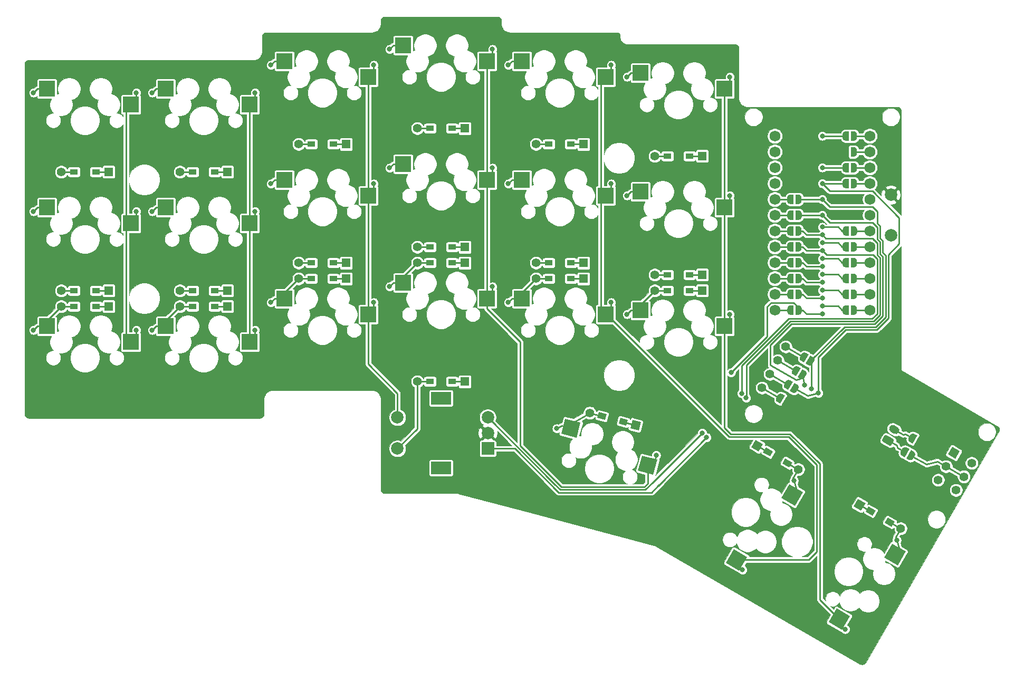
<source format=gbr>
%TF.GenerationSoftware,KiCad,Pcbnew,(5.1.9-0-10_14)*%
%TF.CreationDate,2021-10-14T21:57:33+01:00*%
%TF.ProjectId,edoxpcb,65646f78-7063-4622-9e6b-696361645f70,rev?*%
%TF.SameCoordinates,Original*%
%TF.FileFunction,Copper,L1,Top*%
%TF.FilePolarity,Positive*%
%FSLAX46Y46*%
G04 Gerber Fmt 4.6, Leading zero omitted, Abs format (unit mm)*
G04 Created by KiCad (PCBNEW (5.1.9-0-10_14)) date 2021-10-14 21:57:33*
%MOMM*%
%LPD*%
G01*
G04 APERTURE LIST*
%TA.AperFunction,ComponentPad*%
%ADD10C,1.752600*%
%TD*%
%TA.AperFunction,ComponentPad*%
%ADD11C,1.397000*%
%TD*%
%TA.AperFunction,ComponentPad*%
%ADD12R,2.000000X2.000000*%
%TD*%
%TA.AperFunction,ComponentPad*%
%ADD13C,2.000000*%
%TD*%
%TA.AperFunction,ComponentPad*%
%ADD14R,3.200000X2.000000*%
%TD*%
%TA.AperFunction,SMDPad,CuDef*%
%ADD15R,2.550000X2.500000*%
%TD*%
%TA.AperFunction,ComponentPad*%
%ADD16C,0.100000*%
%TD*%
%TA.AperFunction,ComponentPad*%
%ADD17C,1.400000*%
%TD*%
%TA.AperFunction,SMDPad,CuDef*%
%ADD18C,0.100000*%
%TD*%
%TA.AperFunction,SMDPad,CuDef*%
%ADD19R,1.300000X0.950000*%
%TD*%
%TA.AperFunction,ComponentPad*%
%ADD20R,1.397000X1.397000*%
%TD*%
%TA.AperFunction,ViaPad*%
%ADD21C,0.800000*%
%TD*%
%TA.AperFunction,Conductor*%
%ADD22C,0.250000*%
%TD*%
%TA.AperFunction,Conductor*%
%ADD23C,0.100000*%
%TD*%
G04 APERTURE END LIST*
D10*
%TO.P,U0,15*%
%TO.N,col3row1*%
X97966533Y-34401450D03*
%TO.P,U0,23*%
%TO.N,GNDX*%
X97966533Y-14081450D03*
%TO.P,U0,5*%
%TO.N,sdaX*%
X82726533Y-21701450D03*
%TO.P,U0,4*%
%TO.N,XVCC*%
X82726533Y-19161450D03*
%TO.P,U0,18*%
%TO.N,col0rotA*%
X97966533Y-26781450D03*
%TO.P,U0,17*%
%TO.N,col1rotB*%
X97966533Y-29321450D03*
%TO.P,U0,1*%
%TO.N,XBATIN*%
X82726533Y-11541450D03*
%TO.P,U0,2*%
%TO.N,XGND*%
X82726533Y-14081450D03*
%TO.P,U0,10*%
%TO.N,row1col3*%
X82726533Y-34401450D03*
%TO.P,U0,24*%
%TO.N,BATINX*%
X97966533Y-11541450D03*
%TO.P,U0,22*%
%TO.N,RSTX*%
X97966533Y-16621450D03*
%TO.P,U0,13*%
%TO.N,col5row3*%
X97966533Y-39481450D03*
%TO.P,U0,16*%
%TO.N,col2row0*%
X97966533Y-31861450D03*
%TO.P,U0,14*%
%TO.N,col4row2*%
X97966533Y-36941450D03*
%TO.P,U0,8*%
%TO.N,rotBcol1*%
X82726533Y-29321450D03*
%TO.P,U0,3*%
%TO.N,XRST*%
X82726533Y-16621450D03*
%TO.P,U0,6*%
%TO.N,sclX*%
X82726533Y-24241450D03*
%TO.P,U0,20*%
%TO.N,Xsda*%
X97966533Y-21701450D03*
%TO.P,U0,21*%
%TO.N,VCCX*%
X97966533Y-19161450D03*
%TO.P,U0,7*%
%TO.N,rotAcol0*%
X82726533Y-26781450D03*
%TO.P,U0,11*%
%TO.N,row2col4*%
X82726533Y-36941450D03*
%TO.P,U0,9*%
%TO.N,row0col2*%
X82726533Y-31861450D03*
%TO.P,U0,19*%
%TO.N,Xscl*%
X97966533Y-24241450D03*
%TO.P,U0,12*%
%TO.N,row3col5*%
X82726533Y-39481450D03*
%TD*%
D11*
%TO.P,OL1,4*%
%TO.N,GNDSDA*%
X80685531Y-51959564D03*
%TO.P,OL1,3*%
%TO.N,VCCSCL*%
X81955531Y-49759859D03*
%TO.P,OL1,2*%
%TO.N,SCLVCC*%
X83225531Y-47560155D03*
%TO.P,OL1,1*%
%TO.N,SDAGND*%
X84495531Y-45360450D03*
%TD*%
D12*
%TO.P,SW32,A*%
%TO.N,rotA*%
X36672154Y-61710810D03*
D13*
%TO.P,SW32,C*%
%TO.N,GND*%
X36672154Y-59210810D03*
%TO.P,SW32,B*%
%TO.N,rotB*%
X36672154Y-56710810D03*
D14*
%TO.P,SW32,MP*%
%TO.N,N/C*%
X29172154Y-64810810D03*
X29172154Y-53610810D03*
D13*
%TO.P,SW32,S2*%
%TO.N,Net-(D32-Pad2)*%
X22172154Y-61710810D03*
%TO.P,SW32,S1*%
%TO.N,col2*%
X22172154Y-56710810D03*
%TD*%
%TO.P,SWRST1,2*%
%TO.N,RST*%
X101371531Y-27491451D03*
%TO.P,SWRST1,1*%
%TO.N,GND*%
X101371531Y-20991451D03*
%TD*%
D15*
%TO.P,SW25,2*%
%TO.N,col5*%
X74631536Y-42066447D03*
%TO.P,SW25,1*%
%TO.N,Net-(D25-Pad2)*%
X61181536Y-39526447D03*
%TD*%
%TA.AperFunction,ComponentPad*%
D16*
%TO.P,SWPOW1,1*%
%TO.N,BATIN*%
G36*
X111204377Y-61439526D02*
G01*
X112416813Y-62139526D01*
X111716813Y-63351962D01*
X110504377Y-62651962D01*
X111204377Y-61439526D01*
G37*
%TD.AperFunction*%
D17*
%TO.P,SWPOW1,2*%
%TO.N,+*%
X110210595Y-64560808D03*
%TO.P,SWPOW1,3*%
%TO.N,N/C*%
X108960595Y-66725871D03*
%TO.P,SWPOW1,1*%
%TO.N,BATIN*%
X114318479Y-64045744D03*
%TO.P,SWPOW1,2*%
%TO.N,+*%
X113068479Y-66210808D03*
%TO.P,SWPOW1,3*%
%TO.N,N/C*%
X111818479Y-68375871D03*
%TD*%
%TO.P,BT1,1*%
%TO.N,+-*%
%TA.AperFunction,ComponentPad*%
G36*
G01*
X101145800Y-61220590D02*
X100063266Y-60595589D01*
G75*
G02*
X99971761Y-60254085I125000J216505D01*
G01*
X100321762Y-59647866D01*
G75*
G02*
X100663267Y-59556360I216505J-124999D01*
G01*
X101745800Y-60181361D01*
G75*
G02*
X101837305Y-60522865I-125000J-216505D01*
G01*
X101487304Y-61129084D01*
G75*
G02*
X101145800Y-61220590I-216505J124999D01*
G01*
G37*
%TD.AperFunction*%
%TO.P,BT1,2*%
%TO.N,-+*%
%TA.AperFunction,ComponentPad*%
G36*
G01*
X101842690Y-59313540D02*
X101366376Y-59038540D01*
G75*
G02*
X101146761Y-58218925I300000J519615D01*
G01*
X101146761Y-58218925D01*
G75*
G02*
X101966376Y-57999310I519615J-300000D01*
G01*
X102442690Y-58274310D01*
G75*
G02*
X102662305Y-59093925I-300000J-519615D01*
G01*
X102662305Y-59093925D01*
G75*
G02*
X101842690Y-59313540I-519615J300000D01*
G01*
G37*
%TD.AperFunction*%
%TD*%
%TA.AperFunction,SMDPad,CuDef*%
D18*
%TO.P,JPRSTF1,2*%
%TO.N,RSTX*%
G36*
X95426533Y-15872051D02*
G01*
X95451067Y-15872051D01*
X95499898Y-15876861D01*
X95548023Y-15886433D01*
X95594978Y-15900677D01*
X95640311Y-15919454D01*
X95683584Y-15942585D01*
X95724383Y-15969845D01*
X95762312Y-16000973D01*
X95797009Y-16035670D01*
X95828137Y-16073599D01*
X95855397Y-16114398D01*
X95878528Y-16157671D01*
X95897305Y-16203004D01*
X95911549Y-16249959D01*
X95921121Y-16298084D01*
X95925931Y-16346915D01*
X95925931Y-16371449D01*
X95926533Y-16371449D01*
X95926533Y-16871449D01*
X95925931Y-16871449D01*
X95925931Y-16895983D01*
X95921121Y-16944814D01*
X95911549Y-16992939D01*
X95897305Y-17039894D01*
X95878528Y-17085227D01*
X95855397Y-17128500D01*
X95828137Y-17169299D01*
X95797009Y-17207228D01*
X95762312Y-17241925D01*
X95724383Y-17273053D01*
X95683584Y-17300313D01*
X95640311Y-17323444D01*
X95594978Y-17342221D01*
X95548023Y-17356465D01*
X95499898Y-17366037D01*
X95451067Y-17370847D01*
X95426533Y-17370847D01*
X95426533Y-17371449D01*
X94926533Y-17371449D01*
X94926533Y-15871449D01*
X95426533Y-15871449D01*
X95426533Y-15872051D01*
G37*
%TD.AperFunction*%
%TA.AperFunction,SMDPad,CuDef*%
%TO.P,JPRSTF1,1*%
%TO.N,RST*%
G36*
X94626533Y-17371449D02*
G01*
X94126533Y-17371449D01*
X94126533Y-17370847D01*
X94101999Y-17370847D01*
X94053168Y-17366037D01*
X94005043Y-17356465D01*
X93958088Y-17342221D01*
X93912755Y-17323444D01*
X93869482Y-17300313D01*
X93828683Y-17273053D01*
X93790754Y-17241925D01*
X93756057Y-17207228D01*
X93724929Y-17169299D01*
X93697669Y-17128500D01*
X93674538Y-17085227D01*
X93655761Y-17039894D01*
X93641517Y-16992939D01*
X93631945Y-16944814D01*
X93627135Y-16895983D01*
X93627135Y-16871449D01*
X93626533Y-16871449D01*
X93626533Y-16371449D01*
X93627135Y-16371449D01*
X93627135Y-16346915D01*
X93631945Y-16298084D01*
X93641517Y-16249959D01*
X93655761Y-16203004D01*
X93674538Y-16157671D01*
X93697669Y-16114398D01*
X93724929Y-16073599D01*
X93756057Y-16035670D01*
X93790754Y-16000973D01*
X93828683Y-15969845D01*
X93869482Y-15942585D01*
X93912755Y-15919454D01*
X93958088Y-15900677D01*
X94005043Y-15886433D01*
X94053168Y-15876861D01*
X94101999Y-15872051D01*
X94126533Y-15872051D01*
X94126533Y-15871449D01*
X94626533Y-15871449D01*
X94626533Y-17371449D01*
G37*
%TD.AperFunction*%
%TD*%
%TA.AperFunction,SMDPad,CuDef*%
%TO.P,JPOVCCF1,2*%
%TO.N,VCCSCL*%
G36*
X84433984Y-52055301D02*
G01*
X84412737Y-52043034D01*
X84372853Y-52014453D01*
X84335962Y-51982101D01*
X84302419Y-51946287D01*
X84272548Y-51907360D01*
X84246638Y-51865691D01*
X84224935Y-51821684D01*
X84207652Y-51775761D01*
X84194952Y-51728364D01*
X84186959Y-51679953D01*
X84183750Y-51630990D01*
X84185355Y-51581949D01*
X84191760Y-51533301D01*
X84202902Y-51485515D01*
X84218675Y-51439051D01*
X84238925Y-51394357D01*
X84251192Y-51373110D01*
X84250670Y-51372809D01*
X84500670Y-50939797D01*
X84501192Y-50940098D01*
X84513459Y-50918851D01*
X84542040Y-50878967D01*
X84574392Y-50842075D01*
X84610205Y-50808533D01*
X84649133Y-50778662D01*
X84690801Y-50752752D01*
X84734809Y-50731049D01*
X84780731Y-50713766D01*
X84828128Y-50701066D01*
X84876539Y-50693072D01*
X84925502Y-50689864D01*
X84974543Y-50691468D01*
X85023191Y-50697874D01*
X85070978Y-50709015D01*
X85117441Y-50724788D01*
X85162135Y-50745038D01*
X85183382Y-50757305D01*
X85183683Y-50756784D01*
X85616696Y-51006784D01*
X84866696Y-52305822D01*
X84433683Y-52055822D01*
X84433984Y-52055301D01*
G37*
%TD.AperFunction*%
%TA.AperFunction,SMDPad,CuDef*%
%TO.P,JPOVCCF1,1*%
%TO.N,VCC*%
G36*
X85876504Y-51156784D02*
G01*
X86309517Y-51406784D01*
X86309216Y-51407305D01*
X86330463Y-51419572D01*
X86370347Y-51448153D01*
X86407238Y-51480505D01*
X86440781Y-51516319D01*
X86470652Y-51555246D01*
X86496562Y-51596915D01*
X86518265Y-51640922D01*
X86535548Y-51686845D01*
X86548248Y-51734242D01*
X86556241Y-51782653D01*
X86559450Y-51831616D01*
X86557845Y-51880657D01*
X86551440Y-51929305D01*
X86540298Y-51977091D01*
X86524525Y-52023555D01*
X86504275Y-52068249D01*
X86492008Y-52089496D01*
X86492530Y-52089797D01*
X86242530Y-52522809D01*
X86242008Y-52522508D01*
X86229741Y-52543755D01*
X86201160Y-52583639D01*
X86168808Y-52620531D01*
X86132995Y-52654073D01*
X86094067Y-52683944D01*
X86052399Y-52709854D01*
X86008391Y-52731557D01*
X85962469Y-52748840D01*
X85915072Y-52761540D01*
X85866661Y-52769534D01*
X85817698Y-52772742D01*
X85768657Y-52771138D01*
X85720009Y-52764732D01*
X85672222Y-52753591D01*
X85625759Y-52737818D01*
X85581065Y-52717568D01*
X85559818Y-52705301D01*
X85559517Y-52705822D01*
X85126504Y-52455822D01*
X85876504Y-51156784D01*
G37*
%TD.AperFunction*%
%TD*%
%TA.AperFunction,SMDPad,CuDef*%
%TO.P,JPOSDAF1,2*%
%TO.N,SDAGND*%
G36*
X86973986Y-47655892D02*
G01*
X86952739Y-47643625D01*
X86912855Y-47615044D01*
X86875964Y-47582692D01*
X86842421Y-47546878D01*
X86812550Y-47507951D01*
X86786640Y-47466282D01*
X86764937Y-47422275D01*
X86747654Y-47376352D01*
X86734954Y-47328955D01*
X86726961Y-47280544D01*
X86723752Y-47231581D01*
X86725357Y-47182540D01*
X86731762Y-47133892D01*
X86742904Y-47086106D01*
X86758677Y-47039642D01*
X86778927Y-46994948D01*
X86791194Y-46973701D01*
X86790672Y-46973400D01*
X87040672Y-46540388D01*
X87041194Y-46540689D01*
X87053461Y-46519442D01*
X87082042Y-46479558D01*
X87114394Y-46442666D01*
X87150207Y-46409124D01*
X87189135Y-46379253D01*
X87230803Y-46353343D01*
X87274811Y-46331640D01*
X87320733Y-46314357D01*
X87368130Y-46301657D01*
X87416541Y-46293663D01*
X87465504Y-46290455D01*
X87514545Y-46292059D01*
X87563193Y-46298465D01*
X87610980Y-46309606D01*
X87657443Y-46325379D01*
X87702137Y-46345629D01*
X87723384Y-46357896D01*
X87723685Y-46357375D01*
X88156698Y-46607375D01*
X87406698Y-47906413D01*
X86973685Y-47656413D01*
X86973986Y-47655892D01*
G37*
%TD.AperFunction*%
%TA.AperFunction,SMDPad,CuDef*%
%TO.P,JPOSDAF1,1*%
%TO.N,SDA*%
G36*
X88416506Y-46757375D02*
G01*
X88849519Y-47007375D01*
X88849218Y-47007896D01*
X88870465Y-47020163D01*
X88910349Y-47048744D01*
X88947240Y-47081096D01*
X88980783Y-47116910D01*
X89010654Y-47155837D01*
X89036564Y-47197506D01*
X89058267Y-47241513D01*
X89075550Y-47287436D01*
X89088250Y-47334833D01*
X89096243Y-47383244D01*
X89099452Y-47432207D01*
X89097847Y-47481248D01*
X89091442Y-47529896D01*
X89080300Y-47577682D01*
X89064527Y-47624146D01*
X89044277Y-47668840D01*
X89032010Y-47690087D01*
X89032532Y-47690388D01*
X88782532Y-48123400D01*
X88782010Y-48123099D01*
X88769743Y-48144346D01*
X88741162Y-48184230D01*
X88708810Y-48221122D01*
X88672997Y-48254664D01*
X88634069Y-48284535D01*
X88592401Y-48310445D01*
X88548393Y-48332148D01*
X88502471Y-48349431D01*
X88455074Y-48362131D01*
X88406663Y-48370125D01*
X88357700Y-48373333D01*
X88308659Y-48371729D01*
X88260011Y-48365323D01*
X88212224Y-48354182D01*
X88165761Y-48338409D01*
X88121067Y-48318159D01*
X88099820Y-48305892D01*
X88099519Y-48306413D01*
X87666506Y-48056413D01*
X88416506Y-46757375D01*
G37*
%TD.AperFunction*%
%TD*%
%TA.AperFunction,SMDPad,CuDef*%
%TO.P,JPOSCLF1,2*%
%TO.N,SCLVCC*%
G36*
X85703988Y-49855595D02*
G01*
X85682741Y-49843328D01*
X85642857Y-49814747D01*
X85605966Y-49782395D01*
X85572423Y-49746581D01*
X85542552Y-49707654D01*
X85516642Y-49665985D01*
X85494939Y-49621978D01*
X85477656Y-49576055D01*
X85464956Y-49528658D01*
X85456963Y-49480247D01*
X85453754Y-49431284D01*
X85455359Y-49382243D01*
X85461764Y-49333595D01*
X85472906Y-49285809D01*
X85488679Y-49239345D01*
X85508929Y-49194651D01*
X85521196Y-49173404D01*
X85520674Y-49173103D01*
X85770674Y-48740091D01*
X85771196Y-48740392D01*
X85783463Y-48719145D01*
X85812044Y-48679261D01*
X85844396Y-48642369D01*
X85880209Y-48608827D01*
X85919137Y-48578956D01*
X85960805Y-48553046D01*
X86004813Y-48531343D01*
X86050735Y-48514060D01*
X86098132Y-48501360D01*
X86146543Y-48493366D01*
X86195506Y-48490158D01*
X86244547Y-48491762D01*
X86293195Y-48498168D01*
X86340982Y-48509309D01*
X86387445Y-48525082D01*
X86432139Y-48545332D01*
X86453386Y-48557599D01*
X86453687Y-48557078D01*
X86886700Y-48807078D01*
X86136700Y-50106116D01*
X85703687Y-49856116D01*
X85703988Y-49855595D01*
G37*
%TD.AperFunction*%
%TA.AperFunction,SMDPad,CuDef*%
%TO.P,JPOSCLF1,1*%
%TO.N,SCL*%
G36*
X87146508Y-48957078D02*
G01*
X87579521Y-49207078D01*
X87579220Y-49207599D01*
X87600467Y-49219866D01*
X87640351Y-49248447D01*
X87677242Y-49280799D01*
X87710785Y-49316613D01*
X87740656Y-49355540D01*
X87766566Y-49397209D01*
X87788269Y-49441216D01*
X87805552Y-49487139D01*
X87818252Y-49534536D01*
X87826245Y-49582947D01*
X87829454Y-49631910D01*
X87827849Y-49680951D01*
X87821444Y-49729599D01*
X87810302Y-49777385D01*
X87794529Y-49823849D01*
X87774279Y-49868543D01*
X87762012Y-49889790D01*
X87762534Y-49890091D01*
X87512534Y-50323103D01*
X87512012Y-50322802D01*
X87499745Y-50344049D01*
X87471164Y-50383933D01*
X87438812Y-50420825D01*
X87402999Y-50454367D01*
X87364071Y-50484238D01*
X87322403Y-50510148D01*
X87278395Y-50531851D01*
X87232473Y-50549134D01*
X87185076Y-50561834D01*
X87136665Y-50569828D01*
X87087702Y-50573036D01*
X87038661Y-50571432D01*
X86990013Y-50565026D01*
X86942226Y-50553885D01*
X86895763Y-50538112D01*
X86851069Y-50517862D01*
X86829822Y-50505595D01*
X86829521Y-50506116D01*
X86396508Y-50256116D01*
X87146508Y-48957078D01*
G37*
%TD.AperFunction*%
%TD*%
%TA.AperFunction,SMDPad,CuDef*%
%TO.P,JPOGNDF1,2*%
%TO.N,GNDSDA*%
G36*
X83163985Y-54255005D02*
G01*
X83142738Y-54242738D01*
X83102854Y-54214157D01*
X83065963Y-54181805D01*
X83032420Y-54145991D01*
X83002549Y-54107064D01*
X82976639Y-54065395D01*
X82954936Y-54021388D01*
X82937653Y-53975465D01*
X82924953Y-53928068D01*
X82916960Y-53879657D01*
X82913751Y-53830694D01*
X82915356Y-53781653D01*
X82921761Y-53733005D01*
X82932903Y-53685219D01*
X82948676Y-53638755D01*
X82968926Y-53594061D01*
X82981193Y-53572814D01*
X82980671Y-53572513D01*
X83230671Y-53139501D01*
X83231193Y-53139802D01*
X83243460Y-53118555D01*
X83272041Y-53078671D01*
X83304393Y-53041779D01*
X83340206Y-53008237D01*
X83379134Y-52978366D01*
X83420802Y-52952456D01*
X83464810Y-52930753D01*
X83510732Y-52913470D01*
X83558129Y-52900770D01*
X83606540Y-52892776D01*
X83655503Y-52889568D01*
X83704544Y-52891172D01*
X83753192Y-52897578D01*
X83800979Y-52908719D01*
X83847442Y-52924492D01*
X83892136Y-52944742D01*
X83913383Y-52957009D01*
X83913684Y-52956488D01*
X84346697Y-53206488D01*
X83596697Y-54505526D01*
X83163684Y-54255526D01*
X83163985Y-54255005D01*
G37*
%TD.AperFunction*%
%TA.AperFunction,SMDPad,CuDef*%
%TO.P,JPOGNDF1,1*%
%TO.N,GND*%
G36*
X84606505Y-53356488D02*
G01*
X85039518Y-53606488D01*
X85039217Y-53607009D01*
X85060464Y-53619276D01*
X85100348Y-53647857D01*
X85137239Y-53680209D01*
X85170782Y-53716023D01*
X85200653Y-53754950D01*
X85226563Y-53796619D01*
X85248266Y-53840626D01*
X85265549Y-53886549D01*
X85278249Y-53933946D01*
X85286242Y-53982357D01*
X85289451Y-54031320D01*
X85287846Y-54080361D01*
X85281441Y-54129009D01*
X85270299Y-54176795D01*
X85254526Y-54223259D01*
X85234276Y-54267953D01*
X85222009Y-54289200D01*
X85222531Y-54289501D01*
X84972531Y-54722513D01*
X84972009Y-54722212D01*
X84959742Y-54743459D01*
X84931161Y-54783343D01*
X84898809Y-54820235D01*
X84862996Y-54853777D01*
X84824068Y-54883648D01*
X84782400Y-54909558D01*
X84738392Y-54931261D01*
X84692470Y-54948544D01*
X84645073Y-54961244D01*
X84596662Y-54969238D01*
X84547699Y-54972446D01*
X84498658Y-54970842D01*
X84450010Y-54964436D01*
X84402223Y-54953295D01*
X84355760Y-54937522D01*
X84311066Y-54917272D01*
X84289819Y-54905005D01*
X84289518Y-54905526D01*
X83856505Y-54655526D01*
X84606505Y-53356488D01*
G37*
%TD.AperFunction*%
%TD*%
%TA.AperFunction,SMDPad,CuDef*%
%TO.P,SW35,2*%
%TO.N,col5*%
G36*
X92644206Y-87356213D02*
G01*
X94809270Y-88606213D01*
X93534270Y-90814577D01*
X91369206Y-89564577D01*
X92644206Y-87356213D01*
G37*
%TD.AperFunction*%
%TA.AperFunction,SMDPad,CuDef*%
%TO.P,SW35,1*%
%TO.N,Net-(D35-Pad2)*%
G36*
X101568910Y-76978171D02*
G01*
X103733974Y-78228171D01*
X102458974Y-80436535D01*
X100293910Y-79186535D01*
X101568910Y-76978171D01*
G37*
%TD.AperFunction*%
%TD*%
%TA.AperFunction,SMDPad,CuDef*%
%TO.P,SW34,2*%
%TO.N,col4*%
G36*
X76146208Y-77831214D02*
G01*
X78311272Y-79081214D01*
X77036272Y-81289578D01*
X74871208Y-80039578D01*
X76146208Y-77831214D01*
G37*
%TD.AperFunction*%
%TA.AperFunction,SMDPad,CuDef*%
%TO.P,SW34,1*%
%TO.N,Net-(D34-Pad2)*%
G36*
X85070912Y-67453172D02*
G01*
X87235976Y-68703172D01*
X85960976Y-70911536D01*
X83795912Y-69661536D01*
X85070912Y-67453172D01*
G37*
%TD.AperFunction*%
%TD*%
%TA.AperFunction,SMDPad,CuDef*%
%TO.P,SW33,2*%
%TO.N,col3*%
G36*
X60783066Y-65255315D02*
G01*
X61430113Y-62840500D01*
X63893224Y-63500489D01*
X63246177Y-65915304D01*
X60783066Y-65255315D01*
G37*
%TD.AperFunction*%
%TA.AperFunction,SMDPad,CuDef*%
%TO.P,SW33,1*%
%TO.N,Net-(D33-Pad2)*%
G36*
X48448764Y-59320747D02*
G01*
X49095811Y-56905932D01*
X51558922Y-57565921D01*
X50911875Y-59980736D01*
X48448764Y-59320747D01*
G37*
%TD.AperFunction*%
%TD*%
D15*
%TO.P,SW24,2*%
%TO.N,col4*%
X55581532Y-40161449D03*
%TO.P,SW24,1*%
%TO.N,Net-(D24-Pad2)*%
X42131532Y-37621449D03*
%TD*%
%TO.P,SW23,2*%
%TO.N,col3*%
X36531535Y-37621449D03*
%TO.P,SW23,1*%
%TO.N,Net-(D23-Pad2)*%
X23081535Y-35081449D03*
%TD*%
%TO.P,SW22,2*%
%TO.N,col2*%
X17481532Y-40161449D03*
%TO.P,SW22,1*%
%TO.N,Net-(D22-Pad2)*%
X4031532Y-37621449D03*
%TD*%
%TO.P,SW21,2*%
%TO.N,col1*%
X-1568468Y-44606449D03*
%TO.P,SW21,1*%
%TO.N,Net-(D21-Pad2)*%
X-15018468Y-42066449D03*
%TD*%
%TO.P,SW20,2*%
%TO.N,col0*%
X-20618468Y-44606449D03*
%TO.P,SW20,1*%
%TO.N,Net-(D20-Pad2)*%
X-34068468Y-42066449D03*
%TD*%
%TO.P,SW15,2*%
%TO.N,col5*%
X74631534Y-23016446D03*
%TO.P,SW15,1*%
%TO.N,Net-(D15-Pad2)*%
X61181534Y-20476446D03*
%TD*%
%TO.P,SW14,2*%
%TO.N,col4*%
X55581532Y-21111449D03*
%TO.P,SW14,1*%
%TO.N,Net-(D14-Pad2)*%
X42131532Y-18571449D03*
%TD*%
%TO.P,SW13,2*%
%TO.N,col3*%
X36531535Y-18571449D03*
%TO.P,SW13,1*%
%TO.N,Net-(D13-Pad2)*%
X23081535Y-16031449D03*
%TD*%
%TO.P,SW12,2*%
%TO.N,col2*%
X17481535Y-21111450D03*
%TO.P,SW12,1*%
%TO.N,Net-(D12-Pad2)*%
X4031535Y-18571450D03*
%TD*%
%TO.P,SW11,2*%
%TO.N,col1*%
X-1568469Y-25556449D03*
%TO.P,SW11,1*%
%TO.N,Net-(D11-Pad2)*%
X-15018469Y-23016449D03*
%TD*%
%TO.P,SW10,2*%
%TO.N,col0*%
X-20618468Y-25556449D03*
%TO.P,SW10,1*%
%TO.N,Net-(D10-Pad2)*%
X-34068468Y-23016449D03*
%TD*%
%TO.P,SW5,2*%
%TO.N,col5*%
X74631531Y-3966449D03*
%TO.P,SW5,1*%
%TO.N,Net-(D5-Pad2)*%
X61181531Y-1426449D03*
%TD*%
%TO.P,SW4,2*%
%TO.N,col4*%
X55581532Y-2061451D03*
%TO.P,SW4,1*%
%TO.N,Net-(D4-Pad2)*%
X42131532Y478549D03*
%TD*%
%TO.P,SW3,2*%
%TO.N,col3*%
X36531534Y478550D03*
%TO.P,SW3,1*%
%TO.N,Net-(D3-Pad2)*%
X23081534Y3018550D03*
%TD*%
%TO.P,SW2,2*%
%TO.N,col2*%
X17481536Y-2061450D03*
%TO.P,SW2,1*%
%TO.N,Net-(D2-Pad2)*%
X4031536Y478550D03*
%TD*%
%TO.P,SW1,2*%
%TO.N,col1*%
X-1568469Y-6506451D03*
%TO.P,SW1,1*%
%TO.N,Net-(D1-Pad2)*%
X-15018469Y-3966451D03*
%TD*%
%TO.P,SW0,2*%
%TO.N,col0*%
X-20618464Y-6506449D03*
%TO.P,SW0,1*%
%TO.N,Net-(D0-Pad2)*%
X-34068464Y-3966449D03*
%TD*%
%TA.AperFunction,SMDPad,CuDef*%
D18*
%TO.P,JP-F1,2*%
%TO.N,-+*%
G36*
X104401473Y-60651594D02*
G01*
X104380226Y-60639327D01*
X104340342Y-60610746D01*
X104303451Y-60578394D01*
X104269908Y-60542580D01*
X104240037Y-60503653D01*
X104214127Y-60461984D01*
X104192424Y-60417977D01*
X104175141Y-60372054D01*
X104162441Y-60324657D01*
X104154448Y-60276246D01*
X104151239Y-60227283D01*
X104152844Y-60178242D01*
X104159249Y-60129594D01*
X104170391Y-60081808D01*
X104186164Y-60035344D01*
X104206414Y-59990650D01*
X104218681Y-59969403D01*
X104218159Y-59969102D01*
X104468159Y-59536090D01*
X104468681Y-59536391D01*
X104480948Y-59515144D01*
X104509529Y-59475260D01*
X104541881Y-59438368D01*
X104577694Y-59404826D01*
X104616622Y-59374955D01*
X104658290Y-59349045D01*
X104702298Y-59327342D01*
X104748220Y-59310059D01*
X104795617Y-59297359D01*
X104844028Y-59289365D01*
X104892991Y-59286157D01*
X104942032Y-59287761D01*
X104990680Y-59294167D01*
X105038467Y-59305308D01*
X105084930Y-59321081D01*
X105129624Y-59341331D01*
X105150871Y-59353598D01*
X105151172Y-59353077D01*
X105584185Y-59603077D01*
X104834185Y-60902115D01*
X104401172Y-60652115D01*
X104401473Y-60651594D01*
G37*
%TD.AperFunction*%
%TA.AperFunction,SMDPad,CuDef*%
%TO.P,JP-F1,1*%
%TO.N,GND*%
G36*
X105843993Y-59753077D02*
G01*
X106277006Y-60003077D01*
X106276705Y-60003598D01*
X106297952Y-60015865D01*
X106337836Y-60044446D01*
X106374727Y-60076798D01*
X106408270Y-60112612D01*
X106438141Y-60151539D01*
X106464051Y-60193208D01*
X106485754Y-60237215D01*
X106503037Y-60283138D01*
X106515737Y-60330535D01*
X106523730Y-60378946D01*
X106526939Y-60427909D01*
X106525334Y-60476950D01*
X106518929Y-60525598D01*
X106507787Y-60573384D01*
X106492014Y-60619848D01*
X106471764Y-60664542D01*
X106459497Y-60685789D01*
X106460019Y-60686090D01*
X106210019Y-61119102D01*
X106209497Y-61118801D01*
X106197230Y-61140048D01*
X106168649Y-61179932D01*
X106136297Y-61216824D01*
X106100484Y-61250366D01*
X106061556Y-61280237D01*
X106019888Y-61306147D01*
X105975880Y-61327850D01*
X105929958Y-61345133D01*
X105882561Y-61357833D01*
X105834150Y-61365827D01*
X105785187Y-61369035D01*
X105736146Y-61367431D01*
X105687498Y-61361025D01*
X105639711Y-61349884D01*
X105593248Y-61334111D01*
X105548554Y-61313861D01*
X105527307Y-61301594D01*
X105527006Y-61302115D01*
X105093993Y-61052115D01*
X105843993Y-59753077D01*
G37*
%TD.AperFunction*%
%TD*%
%TA.AperFunction,SMDPad,CuDef*%
%TO.P,JP+F1,2*%
%TO.N,+-*%
G36*
X103131473Y-62851299D02*
G01*
X103110226Y-62839032D01*
X103070342Y-62810451D01*
X103033451Y-62778099D01*
X102999908Y-62742285D01*
X102970037Y-62703358D01*
X102944127Y-62661689D01*
X102922424Y-62617682D01*
X102905141Y-62571759D01*
X102892441Y-62524362D01*
X102884448Y-62475951D01*
X102881239Y-62426988D01*
X102882844Y-62377947D01*
X102889249Y-62329299D01*
X102900391Y-62281513D01*
X102916164Y-62235049D01*
X102936414Y-62190355D01*
X102948681Y-62169108D01*
X102948159Y-62168807D01*
X103198159Y-61735795D01*
X103198681Y-61736096D01*
X103210948Y-61714849D01*
X103239529Y-61674965D01*
X103271881Y-61638073D01*
X103307694Y-61604531D01*
X103346622Y-61574660D01*
X103388290Y-61548750D01*
X103432298Y-61527047D01*
X103478220Y-61509764D01*
X103525617Y-61497064D01*
X103574028Y-61489070D01*
X103622991Y-61485862D01*
X103672032Y-61487466D01*
X103720680Y-61493872D01*
X103768467Y-61505013D01*
X103814930Y-61520786D01*
X103859624Y-61541036D01*
X103880871Y-61553303D01*
X103881172Y-61552782D01*
X104314185Y-61802782D01*
X103564185Y-63101820D01*
X103131172Y-62851820D01*
X103131473Y-62851299D01*
G37*
%TD.AperFunction*%
%TA.AperFunction,SMDPad,CuDef*%
%TO.P,JP+F1,1*%
%TO.N,+*%
G36*
X104573993Y-61952782D02*
G01*
X105007006Y-62202782D01*
X105006705Y-62203303D01*
X105027952Y-62215570D01*
X105067836Y-62244151D01*
X105104727Y-62276503D01*
X105138270Y-62312317D01*
X105168141Y-62351244D01*
X105194051Y-62392913D01*
X105215754Y-62436920D01*
X105233037Y-62482843D01*
X105245737Y-62530240D01*
X105253730Y-62578651D01*
X105256939Y-62627614D01*
X105255334Y-62676655D01*
X105248929Y-62725303D01*
X105237787Y-62773089D01*
X105222014Y-62819553D01*
X105201764Y-62864247D01*
X105189497Y-62885494D01*
X105190019Y-62885795D01*
X104940019Y-63318807D01*
X104939497Y-63318506D01*
X104927230Y-63339753D01*
X104898649Y-63379637D01*
X104866297Y-63416529D01*
X104830484Y-63450071D01*
X104791556Y-63479942D01*
X104749888Y-63505852D01*
X104705880Y-63527555D01*
X104659958Y-63544838D01*
X104612561Y-63557538D01*
X104564150Y-63565532D01*
X104515187Y-63568740D01*
X104466146Y-63567136D01*
X104417498Y-63560730D01*
X104369711Y-63549589D01*
X104323248Y-63533816D01*
X104278554Y-63513566D01*
X104257307Y-63501299D01*
X104257006Y-63501820D01*
X103823993Y-63251820D01*
X104573993Y-61952782D01*
G37*
%TD.AperFunction*%
%TD*%
%TA.AperFunction,SMDPad,CuDef*%
%TO.P,JPVCCF1,2*%
%TO.N,VCCX*%
G36*
X95426531Y-18412049D02*
G01*
X95451065Y-18412049D01*
X95499896Y-18416859D01*
X95548021Y-18426431D01*
X95594976Y-18440675D01*
X95640309Y-18459452D01*
X95683582Y-18482583D01*
X95724381Y-18509843D01*
X95762310Y-18540971D01*
X95797007Y-18575668D01*
X95828135Y-18613597D01*
X95855395Y-18654396D01*
X95878526Y-18697669D01*
X95897303Y-18743002D01*
X95911547Y-18789957D01*
X95921119Y-18838082D01*
X95925929Y-18886913D01*
X95925929Y-18911447D01*
X95926531Y-18911447D01*
X95926531Y-19411447D01*
X95925929Y-19411447D01*
X95925929Y-19435981D01*
X95921119Y-19484812D01*
X95911547Y-19532937D01*
X95897303Y-19579892D01*
X95878526Y-19625225D01*
X95855395Y-19668498D01*
X95828135Y-19709297D01*
X95797007Y-19747226D01*
X95762310Y-19781923D01*
X95724381Y-19813051D01*
X95683582Y-19840311D01*
X95640309Y-19863442D01*
X95594976Y-19882219D01*
X95548021Y-19896463D01*
X95499896Y-19906035D01*
X95451065Y-19910845D01*
X95426531Y-19910845D01*
X95426531Y-19911447D01*
X94926531Y-19911447D01*
X94926531Y-18411447D01*
X95426531Y-18411447D01*
X95426531Y-18412049D01*
G37*
%TD.AperFunction*%
%TA.AperFunction,SMDPad,CuDef*%
%TO.P,JPVCCF1,1*%
%TO.N,VCC*%
G36*
X94626531Y-19911447D02*
G01*
X94126531Y-19911447D01*
X94126531Y-19910845D01*
X94101997Y-19910845D01*
X94053166Y-19906035D01*
X94005041Y-19896463D01*
X93958086Y-19882219D01*
X93912753Y-19863442D01*
X93869480Y-19840311D01*
X93828681Y-19813051D01*
X93790752Y-19781923D01*
X93756055Y-19747226D01*
X93724927Y-19709297D01*
X93697667Y-19668498D01*
X93674536Y-19625225D01*
X93655759Y-19579892D01*
X93641515Y-19532937D01*
X93631943Y-19484812D01*
X93627133Y-19435981D01*
X93627133Y-19411447D01*
X93626531Y-19411447D01*
X93626531Y-18911447D01*
X93627133Y-18911447D01*
X93627133Y-18886913D01*
X93631943Y-18838082D01*
X93641515Y-18789957D01*
X93655759Y-18743002D01*
X93674536Y-18697669D01*
X93697667Y-18654396D01*
X93724927Y-18613597D01*
X93756055Y-18575668D01*
X93790752Y-18540971D01*
X93828681Y-18509843D01*
X93869480Y-18482583D01*
X93912753Y-18459452D01*
X93958086Y-18440675D01*
X94005041Y-18426431D01*
X94053166Y-18416859D01*
X94101997Y-18412049D01*
X94126531Y-18412049D01*
X94126531Y-18411447D01*
X94626531Y-18411447D01*
X94626531Y-19911447D01*
G37*
%TD.AperFunction*%
%TD*%
%TA.AperFunction,SMDPad,CuDef*%
%TO.P,JPSDAF1,2*%
%TO.N,sdaX*%
G36*
X85236533Y-22450847D02*
G01*
X85211999Y-22450847D01*
X85163168Y-22446037D01*
X85115043Y-22436465D01*
X85068088Y-22422221D01*
X85022755Y-22403444D01*
X84979482Y-22380313D01*
X84938683Y-22353053D01*
X84900754Y-22321925D01*
X84866057Y-22287228D01*
X84834929Y-22249299D01*
X84807669Y-22208500D01*
X84784538Y-22165227D01*
X84765761Y-22119894D01*
X84751517Y-22072939D01*
X84741945Y-22024814D01*
X84737135Y-21975983D01*
X84737135Y-21951449D01*
X84736533Y-21951449D01*
X84736533Y-21451449D01*
X84737135Y-21451449D01*
X84737135Y-21426915D01*
X84741945Y-21378084D01*
X84751517Y-21329959D01*
X84765761Y-21283004D01*
X84784538Y-21237671D01*
X84807669Y-21194398D01*
X84834929Y-21153599D01*
X84866057Y-21115670D01*
X84900754Y-21080973D01*
X84938683Y-21049845D01*
X84979482Y-21022585D01*
X85022755Y-20999454D01*
X85068088Y-20980677D01*
X85115043Y-20966433D01*
X85163168Y-20956861D01*
X85211999Y-20952051D01*
X85236533Y-20952051D01*
X85236533Y-20951449D01*
X85736533Y-20951449D01*
X85736533Y-22451449D01*
X85236533Y-22451449D01*
X85236533Y-22450847D01*
G37*
%TD.AperFunction*%
%TA.AperFunction,SMDPad,CuDef*%
%TO.P,JPSDAF1,1*%
%TO.N,SDA*%
G36*
X86036533Y-20951449D02*
G01*
X86536533Y-20951449D01*
X86536533Y-20952051D01*
X86561067Y-20952051D01*
X86609898Y-20956861D01*
X86658023Y-20966433D01*
X86704978Y-20980677D01*
X86750311Y-20999454D01*
X86793584Y-21022585D01*
X86834383Y-21049845D01*
X86872312Y-21080973D01*
X86907009Y-21115670D01*
X86938137Y-21153599D01*
X86965397Y-21194398D01*
X86988528Y-21237671D01*
X87007305Y-21283004D01*
X87021549Y-21329959D01*
X87031121Y-21378084D01*
X87035931Y-21426915D01*
X87035931Y-21451449D01*
X87036533Y-21451449D01*
X87036533Y-21951449D01*
X87035931Y-21951449D01*
X87035931Y-21975983D01*
X87031121Y-22024814D01*
X87021549Y-22072939D01*
X87007305Y-22119894D01*
X86988528Y-22165227D01*
X86965397Y-22208500D01*
X86938137Y-22249299D01*
X86907009Y-22287228D01*
X86872312Y-22321925D01*
X86834383Y-22353053D01*
X86793584Y-22380313D01*
X86750311Y-22403444D01*
X86704978Y-22422221D01*
X86658023Y-22436465D01*
X86609898Y-22446037D01*
X86561067Y-22450847D01*
X86536533Y-22450847D01*
X86536533Y-22451449D01*
X86036533Y-22451449D01*
X86036533Y-20951449D01*
G37*
%TD.AperFunction*%
%TD*%
%TA.AperFunction,SMDPad,CuDef*%
%TO.P,JPSCLF1,2*%
%TO.N,sclX*%
G36*
X85251532Y-24990843D02*
G01*
X85226998Y-24990843D01*
X85178167Y-24986033D01*
X85130042Y-24976461D01*
X85083087Y-24962217D01*
X85037754Y-24943440D01*
X84994481Y-24920309D01*
X84953682Y-24893049D01*
X84915753Y-24861921D01*
X84881056Y-24827224D01*
X84849928Y-24789295D01*
X84822668Y-24748496D01*
X84799537Y-24705223D01*
X84780760Y-24659890D01*
X84766516Y-24612935D01*
X84756944Y-24564810D01*
X84752134Y-24515979D01*
X84752134Y-24491445D01*
X84751532Y-24491445D01*
X84751532Y-23991445D01*
X84752134Y-23991445D01*
X84752134Y-23966911D01*
X84756944Y-23918080D01*
X84766516Y-23869955D01*
X84780760Y-23823000D01*
X84799537Y-23777667D01*
X84822668Y-23734394D01*
X84849928Y-23693595D01*
X84881056Y-23655666D01*
X84915753Y-23620969D01*
X84953682Y-23589841D01*
X84994481Y-23562581D01*
X85037754Y-23539450D01*
X85083087Y-23520673D01*
X85130042Y-23506429D01*
X85178167Y-23496857D01*
X85226998Y-23492047D01*
X85251532Y-23492047D01*
X85251532Y-23491445D01*
X85751532Y-23491445D01*
X85751532Y-24991445D01*
X85251532Y-24991445D01*
X85251532Y-24990843D01*
G37*
%TD.AperFunction*%
%TA.AperFunction,SMDPad,CuDef*%
%TO.P,JPSCLF1,1*%
%TO.N,SCL*%
G36*
X86051532Y-23491445D02*
G01*
X86551532Y-23491445D01*
X86551532Y-23492047D01*
X86576066Y-23492047D01*
X86624897Y-23496857D01*
X86673022Y-23506429D01*
X86719977Y-23520673D01*
X86765310Y-23539450D01*
X86808583Y-23562581D01*
X86849382Y-23589841D01*
X86887311Y-23620969D01*
X86922008Y-23655666D01*
X86953136Y-23693595D01*
X86980396Y-23734394D01*
X87003527Y-23777667D01*
X87022304Y-23823000D01*
X87036548Y-23869955D01*
X87046120Y-23918080D01*
X87050930Y-23966911D01*
X87050930Y-23991445D01*
X87051532Y-23991445D01*
X87051532Y-24491445D01*
X87050930Y-24491445D01*
X87050930Y-24515979D01*
X87046120Y-24564810D01*
X87036548Y-24612935D01*
X87022304Y-24659890D01*
X87003527Y-24705223D01*
X86980396Y-24748496D01*
X86953136Y-24789295D01*
X86922008Y-24827224D01*
X86887311Y-24861921D01*
X86849382Y-24893049D01*
X86808583Y-24920309D01*
X86765310Y-24943440D01*
X86719977Y-24962217D01*
X86673022Y-24976461D01*
X86624897Y-24986033D01*
X86576066Y-24990843D01*
X86551532Y-24990843D01*
X86551532Y-24991445D01*
X86051532Y-24991445D01*
X86051532Y-23491445D01*
G37*
%TD.AperFunction*%
%TD*%
%TA.AperFunction,SMDPad,CuDef*%
%TO.P,JPR3F1,2*%
%TO.N,row3col5*%
G36*
X85251531Y-40230846D02*
G01*
X85226997Y-40230846D01*
X85178166Y-40226036D01*
X85130041Y-40216464D01*
X85083086Y-40202220D01*
X85037753Y-40183443D01*
X84994480Y-40160312D01*
X84953681Y-40133052D01*
X84915752Y-40101924D01*
X84881055Y-40067227D01*
X84849927Y-40029298D01*
X84822667Y-39988499D01*
X84799536Y-39945226D01*
X84780759Y-39899893D01*
X84766515Y-39852938D01*
X84756943Y-39804813D01*
X84752133Y-39755982D01*
X84752133Y-39731448D01*
X84751531Y-39731448D01*
X84751531Y-39231448D01*
X84752133Y-39231448D01*
X84752133Y-39206914D01*
X84756943Y-39158083D01*
X84766515Y-39109958D01*
X84780759Y-39063003D01*
X84799536Y-39017670D01*
X84822667Y-38974397D01*
X84849927Y-38933598D01*
X84881055Y-38895669D01*
X84915752Y-38860972D01*
X84953681Y-38829844D01*
X84994480Y-38802584D01*
X85037753Y-38779453D01*
X85083086Y-38760676D01*
X85130041Y-38746432D01*
X85178166Y-38736860D01*
X85226997Y-38732050D01*
X85251531Y-38732050D01*
X85251531Y-38731448D01*
X85751531Y-38731448D01*
X85751531Y-40231448D01*
X85251531Y-40231448D01*
X85251531Y-40230846D01*
G37*
%TD.AperFunction*%
%TA.AperFunction,SMDPad,CuDef*%
%TO.P,JPR3F1,1*%
%TO.N,row3*%
G36*
X86051531Y-38731448D02*
G01*
X86551531Y-38731448D01*
X86551531Y-38732050D01*
X86576065Y-38732050D01*
X86624896Y-38736860D01*
X86673021Y-38746432D01*
X86719976Y-38760676D01*
X86765309Y-38779453D01*
X86808582Y-38802584D01*
X86849381Y-38829844D01*
X86887310Y-38860972D01*
X86922007Y-38895669D01*
X86953135Y-38933598D01*
X86980395Y-38974397D01*
X87003526Y-39017670D01*
X87022303Y-39063003D01*
X87036547Y-39109958D01*
X87046119Y-39158083D01*
X87050929Y-39206914D01*
X87050929Y-39231448D01*
X87051531Y-39231448D01*
X87051531Y-39731448D01*
X87050929Y-39731448D01*
X87050929Y-39755982D01*
X87046119Y-39804813D01*
X87036547Y-39852938D01*
X87022303Y-39899893D01*
X87003526Y-39945226D01*
X86980395Y-39988499D01*
X86953135Y-40029298D01*
X86922007Y-40067227D01*
X86887310Y-40101924D01*
X86849381Y-40133052D01*
X86808582Y-40160312D01*
X86765309Y-40183443D01*
X86719976Y-40202220D01*
X86673021Y-40216464D01*
X86624896Y-40226036D01*
X86576065Y-40230846D01*
X86551531Y-40230846D01*
X86551531Y-40231448D01*
X86051531Y-40231448D01*
X86051531Y-38731448D01*
G37*
%TD.AperFunction*%
%TD*%
%TA.AperFunction,SMDPad,CuDef*%
%TO.P,JPR2F1,2*%
%TO.N,row2col4*%
G36*
X85251534Y-37690847D02*
G01*
X85227000Y-37690847D01*
X85178169Y-37686037D01*
X85130044Y-37676465D01*
X85083089Y-37662221D01*
X85037756Y-37643444D01*
X84994483Y-37620313D01*
X84953684Y-37593053D01*
X84915755Y-37561925D01*
X84881058Y-37527228D01*
X84849930Y-37489299D01*
X84822670Y-37448500D01*
X84799539Y-37405227D01*
X84780762Y-37359894D01*
X84766518Y-37312939D01*
X84756946Y-37264814D01*
X84752136Y-37215983D01*
X84752136Y-37191449D01*
X84751534Y-37191449D01*
X84751534Y-36691449D01*
X84752136Y-36691449D01*
X84752136Y-36666915D01*
X84756946Y-36618084D01*
X84766518Y-36569959D01*
X84780762Y-36523004D01*
X84799539Y-36477671D01*
X84822670Y-36434398D01*
X84849930Y-36393599D01*
X84881058Y-36355670D01*
X84915755Y-36320973D01*
X84953684Y-36289845D01*
X84994483Y-36262585D01*
X85037756Y-36239454D01*
X85083089Y-36220677D01*
X85130044Y-36206433D01*
X85178169Y-36196861D01*
X85227000Y-36192051D01*
X85251534Y-36192051D01*
X85251534Y-36191449D01*
X85751534Y-36191449D01*
X85751534Y-37691449D01*
X85251534Y-37691449D01*
X85251534Y-37690847D01*
G37*
%TD.AperFunction*%
%TA.AperFunction,SMDPad,CuDef*%
%TO.P,JPR2F1,1*%
%TO.N,row2*%
G36*
X86051534Y-36191449D02*
G01*
X86551534Y-36191449D01*
X86551534Y-36192051D01*
X86576068Y-36192051D01*
X86624899Y-36196861D01*
X86673024Y-36206433D01*
X86719979Y-36220677D01*
X86765312Y-36239454D01*
X86808585Y-36262585D01*
X86849384Y-36289845D01*
X86887313Y-36320973D01*
X86922010Y-36355670D01*
X86953138Y-36393599D01*
X86980398Y-36434398D01*
X87003529Y-36477671D01*
X87022306Y-36523004D01*
X87036550Y-36569959D01*
X87046122Y-36618084D01*
X87050932Y-36666915D01*
X87050932Y-36691449D01*
X87051534Y-36691449D01*
X87051534Y-37191449D01*
X87050932Y-37191449D01*
X87050932Y-37215983D01*
X87046122Y-37264814D01*
X87036550Y-37312939D01*
X87022306Y-37359894D01*
X87003529Y-37405227D01*
X86980398Y-37448500D01*
X86953138Y-37489299D01*
X86922010Y-37527228D01*
X86887313Y-37561925D01*
X86849384Y-37593053D01*
X86808585Y-37620313D01*
X86765312Y-37643444D01*
X86719979Y-37662221D01*
X86673024Y-37676465D01*
X86624899Y-37686037D01*
X86576068Y-37690847D01*
X86551534Y-37690847D01*
X86551534Y-37691449D01*
X86051534Y-37691449D01*
X86051534Y-36191449D01*
G37*
%TD.AperFunction*%
%TD*%
%TA.AperFunction,SMDPad,CuDef*%
%TO.P,JPR1F1,2*%
%TO.N,row1col3*%
G36*
X85251531Y-35150846D02*
G01*
X85226997Y-35150846D01*
X85178166Y-35146036D01*
X85130041Y-35136464D01*
X85083086Y-35122220D01*
X85037753Y-35103443D01*
X84994480Y-35080312D01*
X84953681Y-35053052D01*
X84915752Y-35021924D01*
X84881055Y-34987227D01*
X84849927Y-34949298D01*
X84822667Y-34908499D01*
X84799536Y-34865226D01*
X84780759Y-34819893D01*
X84766515Y-34772938D01*
X84756943Y-34724813D01*
X84752133Y-34675982D01*
X84752133Y-34651448D01*
X84751531Y-34651448D01*
X84751531Y-34151448D01*
X84752133Y-34151448D01*
X84752133Y-34126914D01*
X84756943Y-34078083D01*
X84766515Y-34029958D01*
X84780759Y-33983003D01*
X84799536Y-33937670D01*
X84822667Y-33894397D01*
X84849927Y-33853598D01*
X84881055Y-33815669D01*
X84915752Y-33780972D01*
X84953681Y-33749844D01*
X84994480Y-33722584D01*
X85037753Y-33699453D01*
X85083086Y-33680676D01*
X85130041Y-33666432D01*
X85178166Y-33656860D01*
X85226997Y-33652050D01*
X85251531Y-33652050D01*
X85251531Y-33651448D01*
X85751531Y-33651448D01*
X85751531Y-35151448D01*
X85251531Y-35151448D01*
X85251531Y-35150846D01*
G37*
%TD.AperFunction*%
%TA.AperFunction,SMDPad,CuDef*%
%TO.P,JPR1F1,1*%
%TO.N,row1*%
G36*
X86051531Y-33651448D02*
G01*
X86551531Y-33651448D01*
X86551531Y-33652050D01*
X86576065Y-33652050D01*
X86624896Y-33656860D01*
X86673021Y-33666432D01*
X86719976Y-33680676D01*
X86765309Y-33699453D01*
X86808582Y-33722584D01*
X86849381Y-33749844D01*
X86887310Y-33780972D01*
X86922007Y-33815669D01*
X86953135Y-33853598D01*
X86980395Y-33894397D01*
X87003526Y-33937670D01*
X87022303Y-33983003D01*
X87036547Y-34029958D01*
X87046119Y-34078083D01*
X87050929Y-34126914D01*
X87050929Y-34151448D01*
X87051531Y-34151448D01*
X87051531Y-34651448D01*
X87050929Y-34651448D01*
X87050929Y-34675982D01*
X87046119Y-34724813D01*
X87036547Y-34772938D01*
X87022303Y-34819893D01*
X87003526Y-34865226D01*
X86980395Y-34908499D01*
X86953135Y-34949298D01*
X86922007Y-34987227D01*
X86887310Y-35021924D01*
X86849381Y-35053052D01*
X86808582Y-35080312D01*
X86765309Y-35103443D01*
X86719976Y-35122220D01*
X86673021Y-35136464D01*
X86624896Y-35146036D01*
X86576065Y-35150846D01*
X86551531Y-35150846D01*
X86551531Y-35151448D01*
X86051531Y-35151448D01*
X86051531Y-33651448D01*
G37*
%TD.AperFunction*%
%TD*%
%TA.AperFunction,SMDPad,CuDef*%
%TO.P,JPR0F1,2*%
%TO.N,row0col2*%
G36*
X85251532Y-32610846D02*
G01*
X85226998Y-32610846D01*
X85178167Y-32606036D01*
X85130042Y-32596464D01*
X85083087Y-32582220D01*
X85037754Y-32563443D01*
X84994481Y-32540312D01*
X84953682Y-32513052D01*
X84915753Y-32481924D01*
X84881056Y-32447227D01*
X84849928Y-32409298D01*
X84822668Y-32368499D01*
X84799537Y-32325226D01*
X84780760Y-32279893D01*
X84766516Y-32232938D01*
X84756944Y-32184813D01*
X84752134Y-32135982D01*
X84752134Y-32111448D01*
X84751532Y-32111448D01*
X84751532Y-31611448D01*
X84752134Y-31611448D01*
X84752134Y-31586914D01*
X84756944Y-31538083D01*
X84766516Y-31489958D01*
X84780760Y-31443003D01*
X84799537Y-31397670D01*
X84822668Y-31354397D01*
X84849928Y-31313598D01*
X84881056Y-31275669D01*
X84915753Y-31240972D01*
X84953682Y-31209844D01*
X84994481Y-31182584D01*
X85037754Y-31159453D01*
X85083087Y-31140676D01*
X85130042Y-31126432D01*
X85178167Y-31116860D01*
X85226998Y-31112050D01*
X85251532Y-31112050D01*
X85251532Y-31111448D01*
X85751532Y-31111448D01*
X85751532Y-32611448D01*
X85251532Y-32611448D01*
X85251532Y-32610846D01*
G37*
%TD.AperFunction*%
%TA.AperFunction,SMDPad,CuDef*%
%TO.P,JPR0F1,1*%
%TO.N,row0*%
G36*
X86051532Y-31111448D02*
G01*
X86551532Y-31111448D01*
X86551532Y-31112050D01*
X86576066Y-31112050D01*
X86624897Y-31116860D01*
X86673022Y-31126432D01*
X86719977Y-31140676D01*
X86765310Y-31159453D01*
X86808583Y-31182584D01*
X86849382Y-31209844D01*
X86887311Y-31240972D01*
X86922008Y-31275669D01*
X86953136Y-31313598D01*
X86980396Y-31354397D01*
X87003527Y-31397670D01*
X87022304Y-31443003D01*
X87036548Y-31489958D01*
X87046120Y-31538083D01*
X87050930Y-31586914D01*
X87050930Y-31611448D01*
X87051532Y-31611448D01*
X87051532Y-32111448D01*
X87050930Y-32111448D01*
X87050930Y-32135982D01*
X87046120Y-32184813D01*
X87036548Y-32232938D01*
X87022304Y-32279893D01*
X87003527Y-32325226D01*
X86980396Y-32368499D01*
X86953136Y-32409298D01*
X86922008Y-32447227D01*
X86887311Y-32481924D01*
X86849382Y-32513052D01*
X86808583Y-32540312D01*
X86765310Y-32563443D01*
X86719977Y-32582220D01*
X86673022Y-32596464D01*
X86624897Y-32606036D01*
X86576066Y-32610846D01*
X86551532Y-32610846D01*
X86551532Y-32611448D01*
X86051532Y-32611448D01*
X86051532Y-31111448D01*
G37*
%TD.AperFunction*%
%TD*%
%TA.AperFunction,SMDPad,CuDef*%
%TO.P,JPGNDF1,2*%
%TO.N,GNDX*%
G36*
X95426531Y-13332052D02*
G01*
X95451065Y-13332052D01*
X95499896Y-13336862D01*
X95548021Y-13346434D01*
X95594976Y-13360678D01*
X95640309Y-13379455D01*
X95683582Y-13402586D01*
X95724381Y-13429846D01*
X95762310Y-13460974D01*
X95797007Y-13495671D01*
X95828135Y-13533600D01*
X95855395Y-13574399D01*
X95878526Y-13617672D01*
X95897303Y-13663005D01*
X95911547Y-13709960D01*
X95921119Y-13758085D01*
X95925929Y-13806916D01*
X95925929Y-13831450D01*
X95926531Y-13831450D01*
X95926531Y-14331450D01*
X95925929Y-14331450D01*
X95925929Y-14355984D01*
X95921119Y-14404815D01*
X95911547Y-14452940D01*
X95897303Y-14499895D01*
X95878526Y-14545228D01*
X95855395Y-14588501D01*
X95828135Y-14629300D01*
X95797007Y-14667229D01*
X95762310Y-14701926D01*
X95724381Y-14733054D01*
X95683582Y-14760314D01*
X95640309Y-14783445D01*
X95594976Y-14802222D01*
X95548021Y-14816466D01*
X95499896Y-14826038D01*
X95451065Y-14830848D01*
X95426531Y-14830848D01*
X95426531Y-14831450D01*
X94926531Y-14831450D01*
X94926531Y-13331450D01*
X95426531Y-13331450D01*
X95426531Y-13332052D01*
G37*
%TD.AperFunction*%
%TA.AperFunction,SMDPad,CuDef*%
%TO.P,JPGNDF1,1*%
%TO.N,GND*%
G36*
X94626531Y-14831450D02*
G01*
X94126531Y-14831450D01*
X94126531Y-14830848D01*
X94101997Y-14830848D01*
X94053166Y-14826038D01*
X94005041Y-14816466D01*
X93958086Y-14802222D01*
X93912753Y-14783445D01*
X93869480Y-14760314D01*
X93828681Y-14733054D01*
X93790752Y-14701926D01*
X93756055Y-14667229D01*
X93724927Y-14629300D01*
X93697667Y-14588501D01*
X93674536Y-14545228D01*
X93655759Y-14499895D01*
X93641515Y-14452940D01*
X93631943Y-14404815D01*
X93627133Y-14355984D01*
X93627133Y-14331450D01*
X93626531Y-14331450D01*
X93626531Y-13831450D01*
X93627133Y-13831450D01*
X93627133Y-13806916D01*
X93631943Y-13758085D01*
X93641515Y-13709960D01*
X93655759Y-13663005D01*
X93674536Y-13617672D01*
X93697667Y-13574399D01*
X93724927Y-13533600D01*
X93756055Y-13495671D01*
X93790752Y-13460974D01*
X93828681Y-13429846D01*
X93869480Y-13402586D01*
X93912753Y-13379455D01*
X93958086Y-13360678D01*
X94005041Y-13346434D01*
X94053166Y-13336862D01*
X94101997Y-13332052D01*
X94126531Y-13332052D01*
X94126531Y-13331450D01*
X94626531Y-13331450D01*
X94626531Y-14831450D01*
G37*
%TD.AperFunction*%
%TD*%
%TA.AperFunction,SMDPad,CuDef*%
%TO.P,JPEBF1,2*%
%TO.N,rotBcol1*%
G36*
X85236534Y-30070848D02*
G01*
X85212000Y-30070848D01*
X85163169Y-30066038D01*
X85115044Y-30056466D01*
X85068089Y-30042222D01*
X85022756Y-30023445D01*
X84979483Y-30000314D01*
X84938684Y-29973054D01*
X84900755Y-29941926D01*
X84866058Y-29907229D01*
X84834930Y-29869300D01*
X84807670Y-29828501D01*
X84784539Y-29785228D01*
X84765762Y-29739895D01*
X84751518Y-29692940D01*
X84741946Y-29644815D01*
X84737136Y-29595984D01*
X84737136Y-29571450D01*
X84736534Y-29571450D01*
X84736534Y-29071450D01*
X84737136Y-29071450D01*
X84737136Y-29046916D01*
X84741946Y-28998085D01*
X84751518Y-28949960D01*
X84765762Y-28903005D01*
X84784539Y-28857672D01*
X84807670Y-28814399D01*
X84834930Y-28773600D01*
X84866058Y-28735671D01*
X84900755Y-28700974D01*
X84938684Y-28669846D01*
X84979483Y-28642586D01*
X85022756Y-28619455D01*
X85068089Y-28600678D01*
X85115044Y-28586434D01*
X85163169Y-28576862D01*
X85212000Y-28572052D01*
X85236534Y-28572052D01*
X85236534Y-28571450D01*
X85736534Y-28571450D01*
X85736534Y-30071450D01*
X85236534Y-30071450D01*
X85236534Y-30070848D01*
G37*
%TD.AperFunction*%
%TA.AperFunction,SMDPad,CuDef*%
%TO.P,JPEBF1,1*%
%TO.N,rotB*%
G36*
X86036534Y-28571450D02*
G01*
X86536534Y-28571450D01*
X86536534Y-28572052D01*
X86561068Y-28572052D01*
X86609899Y-28576862D01*
X86658024Y-28586434D01*
X86704979Y-28600678D01*
X86750312Y-28619455D01*
X86793585Y-28642586D01*
X86834384Y-28669846D01*
X86872313Y-28700974D01*
X86907010Y-28735671D01*
X86938138Y-28773600D01*
X86965398Y-28814399D01*
X86988529Y-28857672D01*
X87007306Y-28903005D01*
X87021550Y-28949960D01*
X87031122Y-28998085D01*
X87035932Y-29046916D01*
X87035932Y-29071450D01*
X87036534Y-29071450D01*
X87036534Y-29571450D01*
X87035932Y-29571450D01*
X87035932Y-29595984D01*
X87031122Y-29644815D01*
X87021550Y-29692940D01*
X87007306Y-29739895D01*
X86988529Y-29785228D01*
X86965398Y-29828501D01*
X86938138Y-29869300D01*
X86907010Y-29907229D01*
X86872313Y-29941926D01*
X86834384Y-29973054D01*
X86793585Y-30000314D01*
X86750312Y-30023445D01*
X86704979Y-30042222D01*
X86658024Y-30056466D01*
X86609899Y-30066038D01*
X86561068Y-30070848D01*
X86536534Y-30070848D01*
X86536534Y-30071450D01*
X86036534Y-30071450D01*
X86036534Y-28571450D01*
G37*
%TD.AperFunction*%
%TD*%
%TA.AperFunction,SMDPad,CuDef*%
%TO.P,JPEAF1,2*%
%TO.N,rotAcol0*%
G36*
X85236536Y-27530849D02*
G01*
X85212002Y-27530849D01*
X85163171Y-27526039D01*
X85115046Y-27516467D01*
X85068091Y-27502223D01*
X85022758Y-27483446D01*
X84979485Y-27460315D01*
X84938686Y-27433055D01*
X84900757Y-27401927D01*
X84866060Y-27367230D01*
X84834932Y-27329301D01*
X84807672Y-27288502D01*
X84784541Y-27245229D01*
X84765764Y-27199896D01*
X84751520Y-27152941D01*
X84741948Y-27104816D01*
X84737138Y-27055985D01*
X84737138Y-27031451D01*
X84736536Y-27031451D01*
X84736536Y-26531451D01*
X84737138Y-26531451D01*
X84737138Y-26506917D01*
X84741948Y-26458086D01*
X84751520Y-26409961D01*
X84765764Y-26363006D01*
X84784541Y-26317673D01*
X84807672Y-26274400D01*
X84834932Y-26233601D01*
X84866060Y-26195672D01*
X84900757Y-26160975D01*
X84938686Y-26129847D01*
X84979485Y-26102587D01*
X85022758Y-26079456D01*
X85068091Y-26060679D01*
X85115046Y-26046435D01*
X85163171Y-26036863D01*
X85212002Y-26032053D01*
X85236536Y-26032053D01*
X85236536Y-26031451D01*
X85736536Y-26031451D01*
X85736536Y-27531451D01*
X85236536Y-27531451D01*
X85236536Y-27530849D01*
G37*
%TD.AperFunction*%
%TA.AperFunction,SMDPad,CuDef*%
%TO.P,JPEAF1,1*%
%TO.N,rotA*%
G36*
X86036536Y-26031451D02*
G01*
X86536536Y-26031451D01*
X86536536Y-26032053D01*
X86561070Y-26032053D01*
X86609901Y-26036863D01*
X86658026Y-26046435D01*
X86704981Y-26060679D01*
X86750314Y-26079456D01*
X86793587Y-26102587D01*
X86834386Y-26129847D01*
X86872315Y-26160975D01*
X86907012Y-26195672D01*
X86938140Y-26233601D01*
X86965400Y-26274400D01*
X86988531Y-26317673D01*
X87007308Y-26363006D01*
X87021552Y-26409961D01*
X87031124Y-26458086D01*
X87035934Y-26506917D01*
X87035934Y-26531451D01*
X87036536Y-26531451D01*
X87036536Y-27031451D01*
X87035934Y-27031451D01*
X87035934Y-27055985D01*
X87031124Y-27104816D01*
X87021552Y-27152941D01*
X87007308Y-27199896D01*
X86988531Y-27245229D01*
X86965400Y-27288502D01*
X86938140Y-27329301D01*
X86907012Y-27367230D01*
X86872315Y-27401927D01*
X86834386Y-27433055D01*
X86793587Y-27460315D01*
X86750314Y-27483446D01*
X86704981Y-27502223D01*
X86658026Y-27516467D01*
X86609901Y-27526039D01*
X86561070Y-27530849D01*
X86536536Y-27530849D01*
X86536536Y-27531451D01*
X86036536Y-27531451D01*
X86036536Y-26031451D01*
G37*
%TD.AperFunction*%
%TD*%
%TA.AperFunction,SMDPad,CuDef*%
%TO.P,JPC5F1,2*%
%TO.N,col5row3*%
G36*
X95426532Y-38732048D02*
G01*
X95451066Y-38732048D01*
X95499897Y-38736858D01*
X95548022Y-38746430D01*
X95594977Y-38760674D01*
X95640310Y-38779451D01*
X95683583Y-38802582D01*
X95724382Y-38829842D01*
X95762311Y-38860970D01*
X95797008Y-38895667D01*
X95828136Y-38933596D01*
X95855396Y-38974395D01*
X95878527Y-39017668D01*
X95897304Y-39063001D01*
X95911548Y-39109956D01*
X95921120Y-39158081D01*
X95925930Y-39206912D01*
X95925930Y-39231446D01*
X95926532Y-39231446D01*
X95926532Y-39731446D01*
X95925930Y-39731446D01*
X95925930Y-39755980D01*
X95921120Y-39804811D01*
X95911548Y-39852936D01*
X95897304Y-39899891D01*
X95878527Y-39945224D01*
X95855396Y-39988497D01*
X95828136Y-40029296D01*
X95797008Y-40067225D01*
X95762311Y-40101922D01*
X95724382Y-40133050D01*
X95683583Y-40160310D01*
X95640310Y-40183441D01*
X95594977Y-40202218D01*
X95548022Y-40216462D01*
X95499897Y-40226034D01*
X95451066Y-40230844D01*
X95426532Y-40230844D01*
X95426532Y-40231446D01*
X94926532Y-40231446D01*
X94926532Y-38731446D01*
X95426532Y-38731446D01*
X95426532Y-38732048D01*
G37*
%TD.AperFunction*%
%TA.AperFunction,SMDPad,CuDef*%
%TO.P,JPC5F1,1*%
%TO.N,col5*%
G36*
X94626532Y-40231446D02*
G01*
X94126532Y-40231446D01*
X94126532Y-40230844D01*
X94101998Y-40230844D01*
X94053167Y-40226034D01*
X94005042Y-40216462D01*
X93958087Y-40202218D01*
X93912754Y-40183441D01*
X93869481Y-40160310D01*
X93828682Y-40133050D01*
X93790753Y-40101922D01*
X93756056Y-40067225D01*
X93724928Y-40029296D01*
X93697668Y-39988497D01*
X93674537Y-39945224D01*
X93655760Y-39899891D01*
X93641516Y-39852936D01*
X93631944Y-39804811D01*
X93627134Y-39755980D01*
X93627134Y-39731446D01*
X93626532Y-39731446D01*
X93626532Y-39231446D01*
X93627134Y-39231446D01*
X93627134Y-39206912D01*
X93631944Y-39158081D01*
X93641516Y-39109956D01*
X93655760Y-39063001D01*
X93674537Y-39017668D01*
X93697668Y-38974395D01*
X93724928Y-38933596D01*
X93756056Y-38895667D01*
X93790753Y-38860970D01*
X93828682Y-38829842D01*
X93869481Y-38802582D01*
X93912754Y-38779451D01*
X93958087Y-38760674D01*
X94005042Y-38746430D01*
X94053167Y-38736858D01*
X94101998Y-38732048D01*
X94126532Y-38732048D01*
X94126532Y-38731446D01*
X94626532Y-38731446D01*
X94626532Y-40231446D01*
G37*
%TD.AperFunction*%
%TD*%
%TA.AperFunction,SMDPad,CuDef*%
%TO.P,JPC4F1,2*%
%TO.N,col4row2*%
G36*
X95426532Y-36192051D02*
G01*
X95451066Y-36192051D01*
X95499897Y-36196861D01*
X95548022Y-36206433D01*
X95594977Y-36220677D01*
X95640310Y-36239454D01*
X95683583Y-36262585D01*
X95724382Y-36289845D01*
X95762311Y-36320973D01*
X95797008Y-36355670D01*
X95828136Y-36393599D01*
X95855396Y-36434398D01*
X95878527Y-36477671D01*
X95897304Y-36523004D01*
X95911548Y-36569959D01*
X95921120Y-36618084D01*
X95925930Y-36666915D01*
X95925930Y-36691449D01*
X95926532Y-36691449D01*
X95926532Y-37191449D01*
X95925930Y-37191449D01*
X95925930Y-37215983D01*
X95921120Y-37264814D01*
X95911548Y-37312939D01*
X95897304Y-37359894D01*
X95878527Y-37405227D01*
X95855396Y-37448500D01*
X95828136Y-37489299D01*
X95797008Y-37527228D01*
X95762311Y-37561925D01*
X95724382Y-37593053D01*
X95683583Y-37620313D01*
X95640310Y-37643444D01*
X95594977Y-37662221D01*
X95548022Y-37676465D01*
X95499897Y-37686037D01*
X95451066Y-37690847D01*
X95426532Y-37690847D01*
X95426532Y-37691449D01*
X94926532Y-37691449D01*
X94926532Y-36191449D01*
X95426532Y-36191449D01*
X95426532Y-36192051D01*
G37*
%TD.AperFunction*%
%TA.AperFunction,SMDPad,CuDef*%
%TO.P,JPC4F1,1*%
%TO.N,col4*%
G36*
X94626532Y-37691449D02*
G01*
X94126532Y-37691449D01*
X94126532Y-37690847D01*
X94101998Y-37690847D01*
X94053167Y-37686037D01*
X94005042Y-37676465D01*
X93958087Y-37662221D01*
X93912754Y-37643444D01*
X93869481Y-37620313D01*
X93828682Y-37593053D01*
X93790753Y-37561925D01*
X93756056Y-37527228D01*
X93724928Y-37489299D01*
X93697668Y-37448500D01*
X93674537Y-37405227D01*
X93655760Y-37359894D01*
X93641516Y-37312939D01*
X93631944Y-37264814D01*
X93627134Y-37215983D01*
X93627134Y-37191449D01*
X93626532Y-37191449D01*
X93626532Y-36691449D01*
X93627134Y-36691449D01*
X93627134Y-36666915D01*
X93631944Y-36618084D01*
X93641516Y-36569959D01*
X93655760Y-36523004D01*
X93674537Y-36477671D01*
X93697668Y-36434398D01*
X93724928Y-36393599D01*
X93756056Y-36355670D01*
X93790753Y-36320973D01*
X93828682Y-36289845D01*
X93869481Y-36262585D01*
X93912754Y-36239454D01*
X93958087Y-36220677D01*
X94005042Y-36206433D01*
X94053167Y-36196861D01*
X94101998Y-36192051D01*
X94126532Y-36192051D01*
X94126532Y-36191449D01*
X94626532Y-36191449D01*
X94626532Y-37691449D01*
G37*
%TD.AperFunction*%
%TD*%
%TA.AperFunction,SMDPad,CuDef*%
%TO.P,JPC3F1,2*%
%TO.N,col3row1*%
G36*
X95426532Y-33652048D02*
G01*
X95451066Y-33652048D01*
X95499897Y-33656858D01*
X95548022Y-33666430D01*
X95594977Y-33680674D01*
X95640310Y-33699451D01*
X95683583Y-33722582D01*
X95724382Y-33749842D01*
X95762311Y-33780970D01*
X95797008Y-33815667D01*
X95828136Y-33853596D01*
X95855396Y-33894395D01*
X95878527Y-33937668D01*
X95897304Y-33983001D01*
X95911548Y-34029956D01*
X95921120Y-34078081D01*
X95925930Y-34126912D01*
X95925930Y-34151446D01*
X95926532Y-34151446D01*
X95926532Y-34651446D01*
X95925930Y-34651446D01*
X95925930Y-34675980D01*
X95921120Y-34724811D01*
X95911548Y-34772936D01*
X95897304Y-34819891D01*
X95878527Y-34865224D01*
X95855396Y-34908497D01*
X95828136Y-34949296D01*
X95797008Y-34987225D01*
X95762311Y-35021922D01*
X95724382Y-35053050D01*
X95683583Y-35080310D01*
X95640310Y-35103441D01*
X95594977Y-35122218D01*
X95548022Y-35136462D01*
X95499897Y-35146034D01*
X95451066Y-35150844D01*
X95426532Y-35150844D01*
X95426532Y-35151446D01*
X94926532Y-35151446D01*
X94926532Y-33651446D01*
X95426532Y-33651446D01*
X95426532Y-33652048D01*
G37*
%TD.AperFunction*%
%TA.AperFunction,SMDPad,CuDef*%
%TO.P,JPC3F1,1*%
%TO.N,col3*%
G36*
X94626532Y-35151446D02*
G01*
X94126532Y-35151446D01*
X94126532Y-35150844D01*
X94101998Y-35150844D01*
X94053167Y-35146034D01*
X94005042Y-35136462D01*
X93958087Y-35122218D01*
X93912754Y-35103441D01*
X93869481Y-35080310D01*
X93828682Y-35053050D01*
X93790753Y-35021922D01*
X93756056Y-34987225D01*
X93724928Y-34949296D01*
X93697668Y-34908497D01*
X93674537Y-34865224D01*
X93655760Y-34819891D01*
X93641516Y-34772936D01*
X93631944Y-34724811D01*
X93627134Y-34675980D01*
X93627134Y-34651446D01*
X93626532Y-34651446D01*
X93626532Y-34151446D01*
X93627134Y-34151446D01*
X93627134Y-34126912D01*
X93631944Y-34078081D01*
X93641516Y-34029956D01*
X93655760Y-33983001D01*
X93674537Y-33937668D01*
X93697668Y-33894395D01*
X93724928Y-33853596D01*
X93756056Y-33815667D01*
X93790753Y-33780970D01*
X93828682Y-33749842D01*
X93869481Y-33722582D01*
X93912754Y-33699451D01*
X93958087Y-33680674D01*
X94005042Y-33666430D01*
X94053167Y-33656858D01*
X94101998Y-33652048D01*
X94126532Y-33652048D01*
X94126532Y-33651446D01*
X94626532Y-33651446D01*
X94626532Y-35151446D01*
G37*
%TD.AperFunction*%
%TD*%
%TA.AperFunction,SMDPad,CuDef*%
%TO.P,JPC2F1,2*%
%TO.N,col2row0*%
G36*
X95426533Y-31112052D02*
G01*
X95451067Y-31112052D01*
X95499898Y-31116862D01*
X95548023Y-31126434D01*
X95594978Y-31140678D01*
X95640311Y-31159455D01*
X95683584Y-31182586D01*
X95724383Y-31209846D01*
X95762312Y-31240974D01*
X95797009Y-31275671D01*
X95828137Y-31313600D01*
X95855397Y-31354399D01*
X95878528Y-31397672D01*
X95897305Y-31443005D01*
X95911549Y-31489960D01*
X95921121Y-31538085D01*
X95925931Y-31586916D01*
X95925931Y-31611450D01*
X95926533Y-31611450D01*
X95926533Y-32111450D01*
X95925931Y-32111450D01*
X95925931Y-32135984D01*
X95921121Y-32184815D01*
X95911549Y-32232940D01*
X95897305Y-32279895D01*
X95878528Y-32325228D01*
X95855397Y-32368501D01*
X95828137Y-32409300D01*
X95797009Y-32447229D01*
X95762312Y-32481926D01*
X95724383Y-32513054D01*
X95683584Y-32540314D01*
X95640311Y-32563445D01*
X95594978Y-32582222D01*
X95548023Y-32596466D01*
X95499898Y-32606038D01*
X95451067Y-32610848D01*
X95426533Y-32610848D01*
X95426533Y-32611450D01*
X94926533Y-32611450D01*
X94926533Y-31111450D01*
X95426533Y-31111450D01*
X95426533Y-31112052D01*
G37*
%TD.AperFunction*%
%TA.AperFunction,SMDPad,CuDef*%
%TO.P,JPC2F1,1*%
%TO.N,col2*%
G36*
X94626533Y-32611450D02*
G01*
X94126533Y-32611450D01*
X94126533Y-32610848D01*
X94101999Y-32610848D01*
X94053168Y-32606038D01*
X94005043Y-32596466D01*
X93958088Y-32582222D01*
X93912755Y-32563445D01*
X93869482Y-32540314D01*
X93828683Y-32513054D01*
X93790754Y-32481926D01*
X93756057Y-32447229D01*
X93724929Y-32409300D01*
X93697669Y-32368501D01*
X93674538Y-32325228D01*
X93655761Y-32279895D01*
X93641517Y-32232940D01*
X93631945Y-32184815D01*
X93627135Y-32135984D01*
X93627135Y-32111450D01*
X93626533Y-32111450D01*
X93626533Y-31611450D01*
X93627135Y-31611450D01*
X93627135Y-31586916D01*
X93631945Y-31538085D01*
X93641517Y-31489960D01*
X93655761Y-31443005D01*
X93674538Y-31397672D01*
X93697669Y-31354399D01*
X93724929Y-31313600D01*
X93756057Y-31275671D01*
X93790754Y-31240974D01*
X93828683Y-31209846D01*
X93869482Y-31182586D01*
X93912755Y-31159455D01*
X93958088Y-31140678D01*
X94005043Y-31126434D01*
X94053168Y-31116862D01*
X94101999Y-31112052D01*
X94126533Y-31112052D01*
X94126533Y-31111450D01*
X94626533Y-31111450D01*
X94626533Y-32611450D01*
G37*
%TD.AperFunction*%
%TD*%
%TA.AperFunction,SMDPad,CuDef*%
%TO.P,JPC1F1,2*%
%TO.N,col1rotB*%
G36*
X95426534Y-28572052D02*
G01*
X95451068Y-28572052D01*
X95499899Y-28576862D01*
X95548024Y-28586434D01*
X95594979Y-28600678D01*
X95640312Y-28619455D01*
X95683585Y-28642586D01*
X95724384Y-28669846D01*
X95762313Y-28700974D01*
X95797010Y-28735671D01*
X95828138Y-28773600D01*
X95855398Y-28814399D01*
X95878529Y-28857672D01*
X95897306Y-28903005D01*
X95911550Y-28949960D01*
X95921122Y-28998085D01*
X95925932Y-29046916D01*
X95925932Y-29071450D01*
X95926534Y-29071450D01*
X95926534Y-29571450D01*
X95925932Y-29571450D01*
X95925932Y-29595984D01*
X95921122Y-29644815D01*
X95911550Y-29692940D01*
X95897306Y-29739895D01*
X95878529Y-29785228D01*
X95855398Y-29828501D01*
X95828138Y-29869300D01*
X95797010Y-29907229D01*
X95762313Y-29941926D01*
X95724384Y-29973054D01*
X95683585Y-30000314D01*
X95640312Y-30023445D01*
X95594979Y-30042222D01*
X95548024Y-30056466D01*
X95499899Y-30066038D01*
X95451068Y-30070848D01*
X95426534Y-30070848D01*
X95426534Y-30071450D01*
X94926534Y-30071450D01*
X94926534Y-28571450D01*
X95426534Y-28571450D01*
X95426534Y-28572052D01*
G37*
%TD.AperFunction*%
%TA.AperFunction,SMDPad,CuDef*%
%TO.P,JPC1F1,1*%
%TO.N,col1*%
G36*
X94626534Y-30071450D02*
G01*
X94126534Y-30071450D01*
X94126534Y-30070848D01*
X94102000Y-30070848D01*
X94053169Y-30066038D01*
X94005044Y-30056466D01*
X93958089Y-30042222D01*
X93912756Y-30023445D01*
X93869483Y-30000314D01*
X93828684Y-29973054D01*
X93790755Y-29941926D01*
X93756058Y-29907229D01*
X93724930Y-29869300D01*
X93697670Y-29828501D01*
X93674539Y-29785228D01*
X93655762Y-29739895D01*
X93641518Y-29692940D01*
X93631946Y-29644815D01*
X93627136Y-29595984D01*
X93627136Y-29571450D01*
X93626534Y-29571450D01*
X93626534Y-29071450D01*
X93627136Y-29071450D01*
X93627136Y-29046916D01*
X93631946Y-28998085D01*
X93641518Y-28949960D01*
X93655762Y-28903005D01*
X93674539Y-28857672D01*
X93697670Y-28814399D01*
X93724930Y-28773600D01*
X93756058Y-28735671D01*
X93790755Y-28700974D01*
X93828684Y-28669846D01*
X93869483Y-28642586D01*
X93912756Y-28619455D01*
X93958089Y-28600678D01*
X94005044Y-28586434D01*
X94053169Y-28576862D01*
X94102000Y-28572052D01*
X94126534Y-28572052D01*
X94126534Y-28571450D01*
X94626534Y-28571450D01*
X94626534Y-30071450D01*
G37*
%TD.AperFunction*%
%TD*%
%TA.AperFunction,SMDPad,CuDef*%
%TO.P,JPC0F1,2*%
%TO.N,col0rotA*%
G36*
X95441533Y-26032051D02*
G01*
X95466067Y-26032051D01*
X95514898Y-26036861D01*
X95563023Y-26046433D01*
X95609978Y-26060677D01*
X95655311Y-26079454D01*
X95698584Y-26102585D01*
X95739383Y-26129845D01*
X95777312Y-26160973D01*
X95812009Y-26195670D01*
X95843137Y-26233599D01*
X95870397Y-26274398D01*
X95893528Y-26317671D01*
X95912305Y-26363004D01*
X95926549Y-26409959D01*
X95936121Y-26458084D01*
X95940931Y-26506915D01*
X95940931Y-26531449D01*
X95941533Y-26531449D01*
X95941533Y-27031449D01*
X95940931Y-27031449D01*
X95940931Y-27055983D01*
X95936121Y-27104814D01*
X95926549Y-27152939D01*
X95912305Y-27199894D01*
X95893528Y-27245227D01*
X95870397Y-27288500D01*
X95843137Y-27329299D01*
X95812009Y-27367228D01*
X95777312Y-27401925D01*
X95739383Y-27433053D01*
X95698584Y-27460313D01*
X95655311Y-27483444D01*
X95609978Y-27502221D01*
X95563023Y-27516465D01*
X95514898Y-27526037D01*
X95466067Y-27530847D01*
X95441533Y-27530847D01*
X95441533Y-27531449D01*
X94941533Y-27531449D01*
X94941533Y-26031449D01*
X95441533Y-26031449D01*
X95441533Y-26032051D01*
G37*
%TD.AperFunction*%
%TA.AperFunction,SMDPad,CuDef*%
%TO.P,JPC0F1,1*%
%TO.N,col0*%
G36*
X94641533Y-27531449D02*
G01*
X94141533Y-27531449D01*
X94141533Y-27530847D01*
X94116999Y-27530847D01*
X94068168Y-27526037D01*
X94020043Y-27516465D01*
X93973088Y-27502221D01*
X93927755Y-27483444D01*
X93884482Y-27460313D01*
X93843683Y-27433053D01*
X93805754Y-27401925D01*
X93771057Y-27367228D01*
X93739929Y-27329299D01*
X93712669Y-27288500D01*
X93689538Y-27245227D01*
X93670761Y-27199894D01*
X93656517Y-27152939D01*
X93646945Y-27104814D01*
X93642135Y-27055983D01*
X93642135Y-27031449D01*
X93641533Y-27031449D01*
X93641533Y-26531449D01*
X93642135Y-26531449D01*
X93642135Y-26506915D01*
X93646945Y-26458084D01*
X93656517Y-26409959D01*
X93670761Y-26363004D01*
X93689538Y-26317671D01*
X93712669Y-26274398D01*
X93739929Y-26233599D01*
X93771057Y-26195670D01*
X93805754Y-26160973D01*
X93843683Y-26129845D01*
X93884482Y-26102585D01*
X93927755Y-26079454D01*
X93973088Y-26060677D01*
X94020043Y-26046433D01*
X94068168Y-26036861D01*
X94116999Y-26032051D01*
X94141533Y-26032051D01*
X94141533Y-26031449D01*
X94641533Y-26031449D01*
X94641533Y-27531449D01*
G37*
%TD.AperFunction*%
%TD*%
%TA.AperFunction,SMDPad,CuDef*%
%TO.P,JPBF1,2*%
%TO.N,BATINX*%
G36*
X95426532Y-10792050D02*
G01*
X95451066Y-10792050D01*
X95499897Y-10796860D01*
X95548022Y-10806432D01*
X95594977Y-10820676D01*
X95640310Y-10839453D01*
X95683583Y-10862584D01*
X95724382Y-10889844D01*
X95762311Y-10920972D01*
X95797008Y-10955669D01*
X95828136Y-10993598D01*
X95855396Y-11034397D01*
X95878527Y-11077670D01*
X95897304Y-11123003D01*
X95911548Y-11169958D01*
X95921120Y-11218083D01*
X95925930Y-11266914D01*
X95925930Y-11291448D01*
X95926532Y-11291448D01*
X95926532Y-11791448D01*
X95925930Y-11791448D01*
X95925930Y-11815982D01*
X95921120Y-11864813D01*
X95911548Y-11912938D01*
X95897304Y-11959893D01*
X95878527Y-12005226D01*
X95855396Y-12048499D01*
X95828136Y-12089298D01*
X95797008Y-12127227D01*
X95762311Y-12161924D01*
X95724382Y-12193052D01*
X95683583Y-12220312D01*
X95640310Y-12243443D01*
X95594977Y-12262220D01*
X95548022Y-12276464D01*
X95499897Y-12286036D01*
X95451066Y-12290846D01*
X95426532Y-12290846D01*
X95426532Y-12291448D01*
X94926532Y-12291448D01*
X94926532Y-10791448D01*
X95426532Y-10791448D01*
X95426532Y-10792050D01*
G37*
%TD.AperFunction*%
%TA.AperFunction,SMDPad,CuDef*%
%TO.P,JPBF1,1*%
%TO.N,BATIN*%
G36*
X94626532Y-12291448D02*
G01*
X94126532Y-12291448D01*
X94126532Y-12290846D01*
X94101998Y-12290846D01*
X94053167Y-12286036D01*
X94005042Y-12276464D01*
X93958087Y-12262220D01*
X93912754Y-12243443D01*
X93869481Y-12220312D01*
X93828682Y-12193052D01*
X93790753Y-12161924D01*
X93756056Y-12127227D01*
X93724928Y-12089298D01*
X93697668Y-12048499D01*
X93674537Y-12005226D01*
X93655760Y-11959893D01*
X93641516Y-11912938D01*
X93631944Y-11864813D01*
X93627134Y-11815982D01*
X93627134Y-11791448D01*
X93626532Y-11791448D01*
X93626532Y-11291448D01*
X93627134Y-11291448D01*
X93627134Y-11266914D01*
X93631944Y-11218083D01*
X93641516Y-11169958D01*
X93655760Y-11123003D01*
X93674537Y-11077670D01*
X93697668Y-11034397D01*
X93724928Y-10993598D01*
X93756056Y-10955669D01*
X93790753Y-10920972D01*
X93828682Y-10889844D01*
X93869481Y-10862584D01*
X93912754Y-10839453D01*
X93958087Y-10820676D01*
X94005042Y-10806432D01*
X94053167Y-10796860D01*
X94101998Y-10792050D01*
X94126532Y-10792050D01*
X94126532Y-10791448D01*
X94626532Y-10791448D01*
X94626532Y-12291448D01*
G37*
%TD.AperFunction*%
%TD*%
%TA.AperFunction,SMDPad,CuDef*%
%TO.P,D35,2*%
%TO.N,Net-(D35-Pad2)*%
G36*
X100386312Y-73616491D02*
G01*
X100861312Y-72793767D01*
X101987146Y-73443767D01*
X101512146Y-74266491D01*
X100386312Y-73616491D01*
G37*
%TD.AperFunction*%
D11*
X102949091Y-74547629D03*
%TA.AperFunction,ComponentPad*%
D16*
%TO.P,D35,1*%
%TO.N,row3*%
G36*
X95395808Y-70993298D02*
G01*
X96094308Y-69783460D01*
X97304146Y-70481960D01*
X96605646Y-71691798D01*
X95395808Y-70993298D01*
G37*
%TD.AperFunction*%
%TA.AperFunction,SMDPad,CuDef*%
D18*
G36*
X97311922Y-71841491D02*
G01*
X97786922Y-71018767D01*
X98912756Y-71668767D01*
X98437756Y-72491491D01*
X97311922Y-71841491D01*
G37*
%TD.AperFunction*%
%TD*%
%TA.AperFunction,SMDPad,CuDef*%
%TO.P,D34,2*%
%TO.N,Net-(D34-Pad2)*%
G36*
X83933109Y-64117230D02*
G01*
X84408109Y-63294506D01*
X85533943Y-63944506D01*
X85058943Y-64767230D01*
X83933109Y-64117230D01*
G37*
%TD.AperFunction*%
D11*
X86495888Y-65048368D03*
%TA.AperFunction,ComponentPad*%
D16*
%TO.P,D34,1*%
%TO.N,row3*%
G36*
X78942605Y-61494037D02*
G01*
X79641105Y-60284199D01*
X80850943Y-60982699D01*
X80152443Y-62192537D01*
X78942605Y-61494037D01*
G37*
%TD.AperFunction*%
%TA.AperFunction,SMDPad,CuDef*%
D18*
G36*
X80858719Y-62342230D02*
G01*
X81333719Y-61519506D01*
X82459553Y-62169506D01*
X81984553Y-62992230D01*
X80858719Y-62342230D01*
G37*
%TD.AperFunction*%
%TD*%
%TA.AperFunction,SMDPad,CuDef*%
%TO.P,D33,2*%
%TO.N,Net-(D33-Pad2)*%
G36*
X55744355Y-56202742D02*
G01*
X55498477Y-57120371D01*
X54242773Y-56783906D01*
X54488651Y-55866277D01*
X55744355Y-56202742D01*
G37*
%TD.AperFunction*%
D11*
X53027905Y-55966627D03*
%TA.AperFunction,ComponentPad*%
D16*
%TO.P,D33,1*%
%TO.N,row3*%
G36*
X61243743Y-57444915D02*
G01*
X60882173Y-58794313D01*
X59532775Y-58432743D01*
X59894345Y-57083345D01*
X61243743Y-57444915D01*
G37*
%TD.AperFunction*%
%TA.AperFunction,SMDPad,CuDef*%
D18*
G36*
X59173391Y-57121550D02*
G01*
X58927513Y-58039179D01*
X57671809Y-57702714D01*
X57917687Y-56785085D01*
X59173391Y-57121550D01*
G37*
%TD.AperFunction*%
%TD*%
D19*
%TO.P,D32,2*%
%TO.N,Net-(D32-Pad2)*%
X27396534Y-50956449D03*
D11*
X25361534Y-50956449D03*
D20*
%TO.P,D32,1*%
%TO.N,row3*%
X32981534Y-50956449D03*
D19*
X30946534Y-50956449D03*
%TD*%
%TO.P,D25,2*%
%TO.N,Net-(D25-Pad2)*%
X65496534Y-36351450D03*
D11*
X63461534Y-36351450D03*
D20*
%TO.P,D25,1*%
%TO.N,row2*%
X71081534Y-36351450D03*
D19*
X69046534Y-36351450D03*
%TD*%
%TO.P,D24,2*%
%TO.N,Net-(D24-Pad2)*%
X46446532Y-34446448D03*
D11*
X44411532Y-34446448D03*
D20*
%TO.P,D24,1*%
%TO.N,row2*%
X52031532Y-34446448D03*
D19*
X49996532Y-34446448D03*
%TD*%
%TO.P,D23,2*%
%TO.N,Net-(D23-Pad2)*%
X27396535Y-31906451D03*
D11*
X25361535Y-31906451D03*
D20*
%TO.P,D23,1*%
%TO.N,row2*%
X32981535Y-31906451D03*
D19*
X30946535Y-31906451D03*
%TD*%
%TO.P,D22,2*%
%TO.N,Net-(D22-Pad2)*%
X8346534Y-34446447D03*
D11*
X6311534Y-34446447D03*
D20*
%TO.P,D22,1*%
%TO.N,row2*%
X13931534Y-34446447D03*
D19*
X11896534Y-34446447D03*
%TD*%
%TO.P,D21,2*%
%TO.N,Net-(D21-Pad2)*%
X-10703469Y-38891448D03*
D11*
X-12738469Y-38891448D03*
D20*
%TO.P,D21,1*%
%TO.N,row2*%
X-5118469Y-38891448D03*
D19*
X-7153469Y-38891448D03*
%TD*%
%TO.P,D20,2*%
%TO.N,Net-(D20-Pad2)*%
X-29753468Y-38891447D03*
D11*
X-31788468Y-38891447D03*
D20*
%TO.P,D20,1*%
%TO.N,row2*%
X-24168468Y-38891447D03*
D19*
X-26203468Y-38891447D03*
%TD*%
%TO.P,D15,2*%
%TO.N,Net-(D15-Pad2)*%
X65496534Y-33811446D03*
D11*
X63461534Y-33811446D03*
D20*
%TO.P,D15,1*%
%TO.N,row1*%
X71081534Y-33811446D03*
D19*
X69046534Y-33811446D03*
%TD*%
%TO.P,D14,2*%
%TO.N,Net-(D14-Pad2)*%
X46446534Y-31906448D03*
D11*
X44411534Y-31906448D03*
D20*
%TO.P,D14,1*%
%TO.N,row1*%
X52031534Y-31906448D03*
D19*
X49996534Y-31906448D03*
%TD*%
%TO.P,D13,2*%
%TO.N,Net-(D13-Pad2)*%
X27396535Y-29366447D03*
D11*
X25361535Y-29366447D03*
D20*
%TO.P,D13,1*%
%TO.N,row1*%
X32981535Y-29366447D03*
D19*
X30946535Y-29366447D03*
%TD*%
%TO.P,D12,2*%
%TO.N,Net-(D12-Pad2)*%
X8346534Y-31906449D03*
D11*
X6311534Y-31906449D03*
D20*
%TO.P,D12,1*%
%TO.N,row1*%
X13931534Y-31906449D03*
D19*
X11896534Y-31906449D03*
%TD*%
%TO.P,D11,2*%
%TO.N,Net-(D11-Pad2)*%
X-10703469Y-36351444D03*
D11*
X-12738469Y-36351444D03*
D20*
%TO.P,D11,1*%
%TO.N,row1*%
X-5118469Y-36351444D03*
D19*
X-7153469Y-36351444D03*
%TD*%
%TO.P,D10,2*%
%TO.N,Net-(D10-Pad2)*%
X-29753468Y-36351448D03*
D11*
X-31788468Y-36351448D03*
D20*
%TO.P,D10,1*%
%TO.N,row1*%
X-24168468Y-36351448D03*
D19*
X-26203468Y-36351448D03*
%TD*%
%TO.P,D5,2*%
%TO.N,Net-(D5-Pad2)*%
X65496533Y-14761449D03*
D11*
X63461533Y-14761449D03*
D20*
%TO.P,D5,1*%
%TO.N,row0*%
X71081533Y-14761449D03*
D19*
X69046533Y-14761449D03*
%TD*%
%TO.P,D4,2*%
%TO.N,Net-(D4-Pad2)*%
X46446533Y-12856447D03*
D11*
X44411533Y-12856447D03*
D20*
%TO.P,D4,1*%
%TO.N,row0*%
X52031533Y-12856447D03*
D19*
X49996533Y-12856447D03*
%TD*%
%TO.P,D3,2*%
%TO.N,Net-(D3-Pad2)*%
X27396531Y-10316447D03*
D11*
X25361531Y-10316447D03*
D20*
%TO.P,D3,1*%
%TO.N,row0*%
X32981531Y-10316447D03*
D19*
X30946531Y-10316447D03*
%TD*%
%TO.P,D2,2*%
%TO.N,Net-(D2-Pad2)*%
X8346533Y-12856448D03*
D11*
X6311533Y-12856448D03*
D20*
%TO.P,D2,1*%
%TO.N,row0*%
X13931533Y-12856448D03*
D19*
X11896533Y-12856448D03*
%TD*%
%TO.P,D1,2*%
%TO.N,Net-(D1-Pad2)*%
X-10703468Y-17301447D03*
D11*
X-12738468Y-17301447D03*
D20*
%TO.P,D1,1*%
%TO.N,row0*%
X-5118468Y-17301447D03*
D19*
X-7153468Y-17301447D03*
%TD*%
%TO.P,D0,2*%
%TO.N,Net-(D0-Pad2)*%
X-29753465Y-17301451D03*
D11*
X-31788465Y-17301451D03*
D20*
%TO.P,D0,1*%
%TO.N,row0*%
X-24168465Y-17301451D03*
D19*
X-26203465Y-17301451D03*
%TD*%
D21*
%TO.N,GND*%
X90346535Y-14081448D03*
X-18453464Y-41431448D03*
X48221536Y-39526449D03*
X85051536Y-47146449D03*
%TO.N,Net-(D0-Pad2)*%
X-36233468Y-4601450D03*
%TO.N,row0*%
X90346531Y-32496451D03*
%TO.N,Net-(D1-Pad2)*%
X-17183467Y-4601448D03*
%TO.N,Net-(D2-Pad2)*%
X1866533Y-156449D03*
%TO.N,Net-(D3-Pad2)*%
X20916532Y2383552D03*
%TO.N,Net-(D4-Pad2)*%
X39966531Y-156449D03*
%TO.N,Net-(D5-Pad2)*%
X59016532Y-2061449D03*
%TO.N,Net-(D10-Pad2)*%
X-36233467Y-23651449D03*
%TO.N,row1*%
X90346532Y-35036451D03*
%TO.N,Net-(D11-Pad2)*%
X-17183467Y-23651451D03*
%TO.N,Net-(D12-Pad2)*%
X1866532Y-19206445D03*
%TO.N,Net-(D13-Pad2)*%
X20916532Y-16666447D03*
%TO.N,Net-(D14-Pad2)*%
X39966531Y-19206447D03*
%TO.N,Net-(D15-Pad2)*%
X59016533Y-21111449D03*
%TO.N,Net-(D20-Pad2)*%
X-36233467Y-42701448D03*
%TO.N,row2*%
X90346531Y-37576449D03*
%TO.N,Net-(D21-Pad2)*%
X-17183466Y-42701449D03*
%TO.N,Net-(D22-Pad2)*%
X1866533Y-38256451D03*
%TO.N,Net-(D23-Pad2)*%
X20916532Y-35716451D03*
%TO.N,Net-(D24-Pad2)*%
X39966531Y-38256449D03*
%TO.N,Net-(D25-Pad2)*%
X59016533Y-40161449D03*
%TO.N,row3*%
X90346534Y-40116447D03*
X75704336Y-49508649D03*
%TO.N,Net-(D33-Pad2)*%
X47748265Y-58496354D03*
%TO.N,Net-(D34-Pad2)*%
X85794165Y-66876710D03*
%TO.N,Net-(D35-Pad2)*%
X102291949Y-76401710D03*
%TO.N,BATIN*%
X90346531Y-11541450D03*
%TO.N,col0*%
X-19723466Y-4601450D03*
X-19723466Y-42701449D03*
X-19723467Y-23651450D03*
X90346534Y-26146452D03*
%TO.N,col1*%
X-673467Y-4601450D03*
X-673467Y-23651453D03*
X-673467Y-42701448D03*
X90346534Y-28686450D03*
%TO.N,col2*%
X18376534Y-38256450D03*
X18376535Y-19206447D03*
X18376534Y-156450D03*
X90346534Y-31226446D03*
%TO.N,col3*%
X37426533Y2383550D03*
X37426533Y-16666450D03*
X37426536Y-35716449D03*
X90346535Y-33766448D03*
X63695700Y-62769458D03*
%TO.N,col4*%
X56476532Y-156446D03*
X56476531Y-38256447D03*
X56476532Y-19206446D03*
X90346531Y-36306449D03*
X77539164Y-81174795D03*
%TO.N,col5*%
X94036947Y-90699794D03*
X90346535Y-38846450D03*
X75526533Y-2061450D03*
X75526532Y-21111448D03*
X75526532Y-40161448D03*
%TO.N,rotA*%
X90346534Y-27416450D03*
X71788643Y-59918554D03*
X78138642Y-53568556D03*
%TO.N,rotB*%
X90346531Y-29956448D03*
X77431536Y-52861450D03*
X71081535Y-59211449D03*
%TO.N,SCL*%
X90346533Y-24241450D03*
X87539867Y-51517507D03*
%TO.N,SDA*%
X90346533Y-21701449D03*
X88639719Y-52152506D03*
%TO.N,VCC*%
X90346531Y-19161453D03*
X89739571Y-52787508D03*
%TO.N,RST*%
X90346531Y-16621449D03*
%TD*%
D22*
%TO.N,GND*%
X90346535Y-14081448D02*
X94126535Y-14081450D01*
%TO.N,Net-(D0-Pad2)*%
X-31788468Y-17301447D02*
X-29753468Y-17301447D01*
X-35598469Y-3966447D02*
X-36233468Y-4601450D01*
X-34068467Y-3966448D02*
X-35598469Y-3966447D01*
%TO.N,row0*%
X-24168470Y-17301450D02*
X-26203465Y-17301446D01*
X-7153468Y-17301449D02*
X-5118470Y-17301447D01*
X13931536Y-12856449D02*
X11896534Y-12856450D01*
X32981536Y-10316449D02*
X30946533Y-10316447D01*
X52031536Y-12856449D02*
X49996537Y-12856447D01*
X71081532Y-14761446D02*
X69046533Y-14761450D01*
X90346531Y-32496451D02*
X87806530Y-32496450D01*
X87806530Y-32496450D02*
X87171533Y-31861450D01*
X87171533Y-31861450D02*
X86551533Y-31861450D01*
%TO.N,Net-(D1-Pad2)*%
X-16548465Y-3966448D02*
X-17183467Y-4601448D01*
X-15018471Y-3966448D02*
X-16548465Y-3966448D01*
X-12738469Y-17301446D02*
X-10703467Y-17301446D01*
%TO.N,Net-(D2-Pad2)*%
X2501533Y478551D02*
X1866533Y-156449D01*
X4031533Y478549D02*
X2501533Y478551D01*
X8346534Y-12856450D02*
X6311533Y-12856449D01*
%TO.N,Net-(D3-Pad2)*%
X23081535Y3018549D02*
X21551530Y3018553D01*
X21551530Y3018553D02*
X20916532Y2383552D01*
X27396530Y-10316447D02*
X25361532Y-10316449D01*
%TO.N,Net-(D4-Pad2)*%
X40601529Y478553D02*
X39966531Y-156449D01*
X42131533Y478548D02*
X40601529Y478553D01*
X46446534Y-12856451D02*
X44411533Y-12856451D01*
%TO.N,Net-(D5-Pad2)*%
X59651530Y-1426448D02*
X59016532Y-2061449D01*
X61181532Y-1426448D02*
X59651530Y-1426448D01*
X65496533Y-14761448D02*
X63461532Y-14761451D01*
%TO.N,Net-(D10-Pad2)*%
X-35598469Y-23016450D02*
X-36233467Y-23651449D01*
X-34068469Y-23016451D02*
X-35598469Y-23016450D01*
X-31788465Y-36351451D02*
X-29753470Y-36351449D01*
%TO.N,row1*%
X-24168470Y-36351448D02*
X-26203465Y-36351446D01*
X-5118467Y-36351450D02*
X-7153468Y-36351449D01*
X11896534Y-31906449D02*
X13931534Y-31906448D01*
X32981533Y-29366448D02*
X30946532Y-29366446D01*
X52031533Y-31906446D02*
X49996533Y-31906446D01*
X71081534Y-33811452D02*
X69046533Y-33811449D01*
X90346532Y-35036451D02*
X87806531Y-35036449D01*
X87806531Y-35036449D02*
X87171534Y-34401450D01*
X87171534Y-34401450D02*
X86551532Y-34401446D01*
%TO.N,Net-(D11-Pad2)*%
X-16548464Y-23016448D02*
X-17183467Y-23651451D01*
X-15018471Y-23016450D02*
X-16548464Y-23016448D01*
X-12738468Y-36351449D02*
X-10703465Y-36351446D01*
%TO.N,Net-(D12-Pad2)*%
X4031534Y-18571449D02*
X2501533Y-18571448D01*
X2501533Y-18571448D02*
X1866532Y-19206445D01*
X6311537Y-31906451D02*
X8346534Y-31906449D01*
%TO.N,Net-(D13-Pad2)*%
X21551530Y-16031450D02*
X20916532Y-16666447D01*
X23081532Y-16031453D02*
X21551530Y-16031450D01*
X27396533Y-29366447D02*
X25361533Y-29366447D01*
%TO.N,Net-(D14-Pad2)*%
X40601531Y-18571448D02*
X39966531Y-19206447D01*
X42131532Y-18571451D02*
X40601531Y-18571448D01*
X46446536Y-31906450D02*
X44411534Y-31906450D01*
%TO.N,Net-(D15-Pad2)*%
X59651536Y-20476446D02*
X59016533Y-21111449D01*
X61181532Y-20476446D02*
X59651536Y-20476446D01*
X65496534Y-33811450D02*
X63461531Y-33811448D01*
%TO.N,Net-(D20-Pad2)*%
X-35598468Y-42066448D02*
X-36233467Y-42701448D01*
X-34068468Y-42066448D02*
X-35598468Y-42066448D01*
X-34068467Y-41171447D02*
X-31788470Y-38891446D01*
X-34068468Y-42066448D02*
X-34068467Y-41171447D01*
X-31788470Y-38891446D02*
X-29753465Y-38891448D01*
%TO.N,row2*%
X-24168468Y-38891451D02*
X-26203469Y-38891447D01*
X-5118466Y-38891450D02*
X-7153469Y-38891449D01*
X11896532Y-34446447D02*
X13931531Y-34446447D01*
X32981533Y-31906448D02*
X30946534Y-31906448D01*
X52031531Y-34446450D02*
X49996534Y-34446451D01*
X71081531Y-36351450D02*
X69046535Y-36351450D01*
X90346531Y-37576449D02*
X87806534Y-37576449D01*
X87806534Y-37576449D02*
X87171531Y-36941450D01*
X87171531Y-36941450D02*
X86551532Y-36941449D01*
%TO.N,Net-(D21-Pad2)*%
X-16548466Y-42066450D02*
X-17183466Y-42701449D01*
X-15018466Y-42066448D02*
X-16548466Y-42066450D01*
X-15018467Y-41171448D02*
X-12738467Y-38891447D01*
X-15018466Y-42066448D02*
X-15018467Y-41171448D01*
X-12738467Y-38891447D02*
X-10703467Y-38891447D01*
%TO.N,Net-(D22-Pad2)*%
X2501535Y-37621449D02*
X1866533Y-38256451D01*
X4031529Y-37621450D02*
X2501535Y-37621449D01*
X4031530Y-36726448D02*
X6311532Y-34446451D01*
X4031529Y-37621450D02*
X4031530Y-36726448D01*
X6311532Y-34446451D02*
X8346534Y-34446445D01*
%TO.N,Net-(D23-Pad2)*%
X21551530Y-35081448D02*
X20916532Y-35716451D01*
X23081533Y-35081451D02*
X21551530Y-35081448D01*
X23081532Y-34186448D02*
X25361536Y-31906449D01*
X23081533Y-35081451D02*
X23081532Y-34186448D01*
X27396535Y-31906451D02*
X25361536Y-31906449D01*
%TO.N,Net-(D24-Pad2)*%
X40601532Y-37621451D02*
X39966531Y-38256449D01*
X42131532Y-37621450D02*
X40601532Y-37621451D01*
X42131531Y-36726449D02*
X44411534Y-34446448D01*
X42131532Y-37621450D02*
X42131531Y-36726449D01*
X46446531Y-34446447D02*
X44411534Y-34446448D01*
%TO.N,Net-(D25-Pad2)*%
X59651531Y-39526448D02*
X59016533Y-40161449D01*
X61181534Y-39526448D02*
X59651531Y-39526448D01*
X61181532Y-38631451D02*
X63461533Y-36351451D01*
X61181534Y-39526448D02*
X61181532Y-38631451D01*
X65496534Y-36351451D02*
X63461533Y-36351451D01*
%TO.N,Net-(D32-Pad2)*%
X27396534Y-50956448D02*
X25361529Y-50956448D01*
X25361535Y-58521425D02*
X22172154Y-61710809D01*
X25361535Y-50956451D02*
X25361535Y-58521425D01*
%TO.N,row3*%
X32981533Y-50956446D02*
X30946531Y-50956453D01*
X87171532Y-39481450D02*
X86551532Y-39481446D01*
X87806531Y-40116448D02*
X87171532Y-39481450D01*
X90346534Y-40116447D02*
X87806531Y-40116448D01*
X58422599Y-57412136D02*
X60388259Y-57938833D01*
X81659136Y-62255868D02*
X79896774Y-61238368D01*
X98112339Y-71755129D02*
X96349977Y-70737629D01*
X81499783Y-43713202D02*
X75704336Y-49508649D01*
X81499783Y-38930275D02*
X81499783Y-43713202D01*
X82149908Y-38280148D02*
X81499783Y-38930275D01*
X86551532Y-39071813D02*
X85759869Y-38280149D01*
X85759869Y-38280149D02*
X82149908Y-38280148D01*
X86551532Y-39481448D02*
X86551532Y-39071813D01*
%TO.N,Net-(D33-Pad2)*%
X48525978Y-58047343D02*
X47748265Y-58496354D01*
X50003842Y-58443332D02*
X48525978Y-58047343D01*
X54993567Y-56493325D02*
X53027905Y-55966632D01*
X50235491Y-57578833D02*
X53027905Y-55966632D01*
X50003842Y-58443332D02*
X50235491Y-57578833D01*
%TO.N,Net-(D34-Pad2)*%
X86127934Y-68122353D02*
X85794165Y-66876710D01*
X85515940Y-69182351D02*
X86127934Y-68122353D01*
X85681993Y-66458077D02*
X85794165Y-66876710D01*
X86495888Y-65048368D02*
X85681993Y-66458077D01*
X86495888Y-65048368D02*
X84733526Y-64030868D01*
%TO.N,Net-(D35-Pad2)*%
X102013943Y-78707353D02*
X102625786Y-77647607D01*
X102625786Y-77647607D02*
X102291949Y-76401710D01*
X102949091Y-74547629D02*
X101186729Y-73530129D01*
X102160934Y-75912757D02*
X102291949Y-76401710D01*
X102949091Y-74547629D02*
X102160934Y-75912757D01*
%TO.N,BATINX*%
X95426532Y-11541452D02*
X97966532Y-11541448D01*
%TO.N,BATIN*%
X90346531Y-11541450D02*
X94126532Y-11541452D01*
%TO.N,col0*%
X-19723467Y-5611451D02*
X-20618466Y-6506448D01*
X-19723466Y-4601450D02*
X-19723467Y-5611451D01*
X-19723468Y-43711449D02*
X-20618462Y-44606447D01*
X-19723466Y-42701449D02*
X-19723468Y-43711449D01*
X-19723468Y-24661450D02*
X-20618466Y-25556447D01*
X-19723467Y-23651450D02*
X-19723468Y-24661450D01*
X90346534Y-26146452D02*
X92886532Y-26146448D01*
X92886532Y-26146448D02*
X93521532Y-26781450D01*
X93521532Y-26781450D02*
X94141530Y-26781447D01*
X-20928465Y-25246452D02*
X-20618468Y-25556449D01*
X-20618464Y-6506448D02*
X-20928465Y-6816449D01*
X-20618464Y-6506449D02*
X-20618464Y-6766449D01*
X-20618464Y-6766449D02*
X-21390123Y-7538108D01*
X-21390123Y-24784794D02*
X-20618468Y-25556449D01*
X-21390123Y-43834794D02*
X-20618468Y-44606449D01*
X-21390123Y-23413108D02*
X-21390123Y-43834794D01*
X-21390123Y-7538108D02*
X-21390123Y-23413108D01*
X-21390123Y-23413108D02*
X-21390123Y-24784794D01*
%TO.N,col1*%
X-673467Y-5611446D02*
X-1568467Y-6506449D01*
X-673467Y-4601450D02*
X-673467Y-5611446D01*
X-673468Y-24661447D02*
X-1568467Y-25556449D01*
X-673467Y-23651453D02*
X-673468Y-24661447D01*
X-673468Y-43711448D02*
X-1568464Y-44606452D01*
X-673467Y-42701448D02*
X-673468Y-43711448D01*
X90346534Y-28686450D02*
X92886534Y-28686451D01*
X92886534Y-28686451D02*
X93521533Y-29321450D01*
X93521533Y-29321450D02*
X94126531Y-29321451D01*
X-1568470Y-44606447D02*
X-1568468Y-44606452D01*
X-1568467Y-25556449D02*
X-1568470Y-44606447D01*
X-1568468Y-8006449D02*
X-1568467Y-25556449D01*
X-1568469Y-6506449D02*
X-1568468Y-8006449D01*
%TO.N,col2*%
X18376533Y-39266446D02*
X17481531Y-40161445D01*
X18376534Y-38256450D02*
X18376533Y-39266446D01*
X18376532Y-20216450D02*
X17481535Y-21111449D01*
X18376535Y-19206447D02*
X18376532Y-20216450D01*
X18376532Y-1166449D02*
X17481534Y-2061450D01*
X18376534Y-156450D02*
X18376532Y-1166449D01*
X90346534Y-31226446D02*
X92886532Y-31226448D01*
X92886532Y-31226448D02*
X93521532Y-31861450D01*
X93521532Y-31861450D02*
X94126532Y-31861449D01*
X17481534Y-3561450D02*
X17481535Y-21111449D01*
X17481534Y-2061450D02*
X17481534Y-3561450D01*
X17481530Y-22611449D02*
X17481531Y-40161449D01*
X17481535Y-21111449D02*
X17481530Y-22611449D01*
X17481535Y-40161449D02*
X17481533Y-48156449D01*
X22172152Y-52847067D02*
X22172154Y-56710809D01*
X17481533Y-48156449D02*
X22172152Y-52847067D01*
%TO.N,col3*%
X37426531Y1373550D02*
X36531532Y478551D01*
X37426533Y2383550D02*
X37426531Y1373550D01*
X37426531Y-17676450D02*
X36531532Y-18571449D01*
X37426533Y-16666450D02*
X37426531Y-17676450D01*
X37426533Y-36726450D02*
X36531535Y-37621448D01*
X37426536Y-35716449D02*
X37426533Y-36726450D01*
X90346535Y-33766448D02*
X92886531Y-33766447D01*
X92886531Y-33766447D02*
X93521534Y-34401450D01*
X93521534Y-34401450D02*
X94126536Y-34401450D01*
X63434293Y-63745042D02*
X62338147Y-64377905D01*
X63695700Y-62769458D02*
X63434293Y-63745042D01*
X36531532Y-18571449D02*
X36531535Y-37621448D01*
X36531532Y478551D02*
X36531532Y-18571449D01*
X36531532Y-39266447D02*
X36531532Y-37621449D01*
X41871536Y-44606451D02*
X36531532Y-39266447D01*
X48464012Y-67866256D02*
X41871536Y-61273780D01*
X62338145Y-67318430D02*
X61790319Y-67866256D01*
X41871536Y-61273780D02*
X41871536Y-44606451D01*
X61790319Y-67866256D02*
X48464012Y-67866256D01*
X62338145Y-64377902D02*
X62338145Y-67318430D01*
%TO.N,col4*%
X56476534Y-1166450D02*
X55581535Y-2061450D01*
X56476532Y-156446D02*
X56476534Y-1166450D01*
X56476532Y-39266449D02*
X55581531Y-40161449D01*
X56476531Y-38256447D02*
X56476532Y-39266449D01*
X56476532Y-20216448D02*
X55581534Y-21111450D01*
X56476532Y-19206446D02*
X56476532Y-20216448D01*
X90346531Y-36306449D02*
X92886534Y-36306449D01*
X92886534Y-36306449D02*
X93521532Y-36941449D01*
X93521532Y-36941449D02*
X94126534Y-36941448D01*
X76929500Y-80822803D02*
X76591240Y-79560396D01*
X77539164Y-81174795D02*
X76929500Y-80822803D01*
X55581532Y-40161449D02*
X55787468Y-40161450D01*
X55787468Y-40161450D02*
X75428404Y-59802385D01*
X75428404Y-59802385D02*
X84953404Y-59802385D01*
X84953404Y-59802385D02*
X88763404Y-63612385D01*
X55271535Y-2371449D02*
X55581532Y-2061452D01*
X55581532Y-21111449D02*
X55271535Y-20801452D01*
X76591240Y-79560396D02*
X88197589Y-79560396D01*
X88197589Y-79560396D02*
X89496536Y-78261449D01*
X88834502Y-63683483D02*
X88199501Y-63048483D01*
X89496536Y-64345517D02*
X88834502Y-63683483D01*
X89496536Y-78261449D02*
X89496536Y-64345517D01*
X88861536Y-63710517D02*
X88834502Y-63683483D01*
X55581532Y-2061451D02*
X55581532Y-2321453D01*
X55581532Y-2321453D02*
X54825113Y-3077872D01*
X54825113Y-20355030D02*
X55581532Y-21111449D01*
X54825113Y-39405030D02*
X55581532Y-40161449D01*
X54825113Y-18952872D02*
X54825113Y-39405030D01*
X54825113Y-3077872D02*
X54825113Y-18952872D01*
X54825113Y-18952872D02*
X54825113Y-20355030D01*
%TO.N,col5*%
X92254442Y-88250600D02*
X93089238Y-89085395D01*
X74631535Y-23016446D02*
X74631536Y-42066443D01*
X74631536Y-42066443D02*
X74631536Y-42066449D01*
X74631534Y-3966449D02*
X74631532Y-23016442D01*
X74631532Y-23016442D02*
X74631535Y-23016446D01*
X94036947Y-90699794D02*
X93427536Y-90347950D01*
X93427536Y-90347950D02*
X93089234Y-89085393D01*
X93521534Y-39481450D02*
X94126531Y-39481448D01*
X92886531Y-38846447D02*
X93521534Y-39481450D01*
X90346535Y-38846450D02*
X92886531Y-38846447D01*
X75526533Y-2061450D02*
X75526534Y-3071451D01*
X75526534Y-3071451D02*
X74631534Y-3966449D01*
X75526532Y-21111448D02*
X75526532Y-22121446D01*
X75526532Y-22121446D02*
X74631534Y-23016444D01*
X75526532Y-40161448D02*
X75526532Y-41171446D01*
X75526532Y-41171446D02*
X74631536Y-42066449D01*
X89946546Y-64159117D02*
X89946546Y-85942703D01*
X85139805Y-59352377D02*
X89946546Y-64159117D01*
X75614804Y-59352375D02*
X85139805Y-59352377D01*
X74631536Y-58369107D02*
X75614804Y-59352375D01*
X89946546Y-85942703D02*
X93089238Y-89085395D01*
X74631536Y-42066448D02*
X74631536Y-58369107D01*
%TO.N,rotA*%
X90346534Y-27416450D02*
X87806534Y-27416450D01*
X87806534Y-27416450D02*
X87171531Y-26781449D01*
X87171531Y-26781449D02*
X86536532Y-26781449D01*
X86615190Y-41291459D02*
X87180786Y-41291458D01*
X86761932Y-41291458D02*
X87180786Y-41291458D01*
X85194345Y-41291459D02*
X86761932Y-41291458D01*
X78325490Y-48160315D02*
X85194345Y-41291459D01*
X90912836Y-27982752D02*
X90346534Y-27416450D01*
X98405761Y-27982752D02*
X90912836Y-27982752D01*
X99167833Y-30648415D02*
X99167835Y-28744825D01*
X99617844Y-31098424D02*
X99167833Y-30648415D01*
X99617844Y-40244476D02*
X99617844Y-31098424D01*
X98570861Y-41291458D02*
X99617844Y-40244476D01*
X99167835Y-28744825D02*
X98405761Y-27982752D01*
X87180786Y-41291458D02*
X98570861Y-41291458D01*
X64015654Y-67691546D02*
X64191142Y-67516059D01*
X64191142Y-67516059D02*
X71788643Y-59918554D01*
X99167834Y-30648416D02*
X99167834Y-28744825D01*
X78138642Y-53568556D02*
X78156537Y-53550661D01*
X99167834Y-28744825D02*
X98543158Y-28120149D01*
X98570862Y-41291459D02*
X99617844Y-40244476D01*
X99617844Y-40244476D02*
X99617843Y-31098425D01*
X78156537Y-48329268D02*
X85194345Y-41291460D01*
X99617843Y-31098425D02*
X99167834Y-30648416D01*
X78156537Y-53550661D02*
X78156537Y-48329268D01*
X85194345Y-41291460D02*
X98570862Y-41291459D01*
X63840944Y-67866257D02*
X64168644Y-67538557D01*
X48091212Y-68766276D02*
X62940925Y-68766276D01*
X64168644Y-67538557D02*
X64191142Y-67516059D01*
X41035746Y-61710810D02*
X48091212Y-68766276D01*
X62940925Y-68766276D02*
X64168644Y-67538557D01*
X36672154Y-61710810D02*
X41035746Y-61710810D01*
%TO.N,rotB*%
X90346531Y-29956448D02*
X87806531Y-29956448D01*
X87806531Y-29956448D02*
X87171533Y-29321447D01*
X87171533Y-29321447D02*
X86536532Y-29321450D01*
X91026532Y-30636448D02*
X90346531Y-29956448D01*
X98519457Y-30636449D02*
X91026532Y-30636448D01*
X99167834Y-40058076D02*
X99167834Y-31284826D01*
X77431536Y-52861450D02*
X77431535Y-48417858D01*
X85007944Y-40841450D02*
X98384461Y-40841451D01*
X99167834Y-31284826D02*
X98519457Y-30636449D01*
X77431535Y-48417858D02*
X85007944Y-40841450D01*
X98384461Y-40841451D02*
X99167834Y-40058076D01*
X63484034Y-66808951D02*
X71081535Y-59211449D01*
X63051449Y-67241538D02*
X63484034Y-66808951D01*
X47377593Y-67416247D02*
X36672154Y-56710809D01*
X61976719Y-68316266D02*
X48277612Y-68316266D01*
X48277612Y-68316266D02*
X47377593Y-67416247D01*
X63484034Y-66808951D02*
X61976719Y-68316266D01*
%TO.N,GNDX*%
X95426532Y-14081451D02*
X97966531Y-14081446D01*
%TO.N,SCL*%
X86551531Y-24241447D02*
X90346533Y-24241450D01*
X87129599Y-49986366D02*
X87539867Y-51517507D01*
X87204521Y-49856598D02*
X87129599Y-49986366D01*
X99167834Y-26204824D02*
X98405759Y-25442750D01*
X86116122Y-50695509D02*
X82040605Y-48342507D01*
X100067852Y-30912023D02*
X99617843Y-30462015D01*
X99167834Y-28108414D02*
X99167834Y-26204824D01*
X99617843Y-30462015D02*
X99617843Y-28558423D01*
X100067853Y-40430875D02*
X100067852Y-30912023D01*
X86994386Y-41741468D02*
X98757261Y-41741465D01*
X98757261Y-41741465D02*
X100067853Y-40430875D01*
X98405759Y-25442750D02*
X91547833Y-25442750D01*
X82040605Y-45081607D02*
X85380745Y-41741469D01*
X91547833Y-25442750D02*
X90346533Y-24241450D01*
X85380745Y-41741469D02*
X86994386Y-41741468D01*
X82040605Y-48342507D02*
X82040605Y-45081607D01*
X99617843Y-28558423D02*
X99167834Y-28108414D01*
X86830725Y-50504031D02*
X86116122Y-50695509D01*
X87204521Y-49856598D02*
X86830725Y-50504031D01*
%TO.N,SDA*%
X86536530Y-21701448D02*
X90346533Y-21701449D01*
X88474518Y-47656893D02*
X93939935Y-42191475D01*
X98943661Y-42191475D02*
X100517864Y-40617278D01*
X93939935Y-42191475D02*
X98943661Y-42191475D01*
X100517864Y-30725626D02*
X100067851Y-30275614D01*
X100517864Y-40617278D02*
X100517864Y-30725626D01*
X100067851Y-30275614D02*
X100067851Y-28372023D01*
X99617844Y-27922014D02*
X99617844Y-26018423D01*
X100067851Y-28372023D02*
X99617844Y-27922014D01*
X99617844Y-26018423D02*
X99167834Y-25568416D01*
X91547832Y-22902750D02*
X90346533Y-21701449D01*
X99167834Y-23664825D02*
X98405760Y-22902749D01*
X98405760Y-22902749D02*
X91547832Y-22902750D01*
X99167834Y-25568416D02*
X99167834Y-23664825D01*
X88639719Y-47491694D02*
X93939937Y-42191476D01*
X98943667Y-42191476D02*
X100517864Y-40617279D01*
X93939937Y-42191476D02*
X98943667Y-42191476D01*
X88639719Y-52152506D02*
X88639719Y-47491694D01*
%TO.N,VCC*%
X90346531Y-19161453D02*
X94126531Y-19161449D01*
X88005695Y-53252096D02*
X89739571Y-52787508D01*
X85934517Y-52056301D02*
X88005695Y-53252096D01*
X91547829Y-20362751D02*
X90346531Y-19161453D01*
X98405759Y-20362750D02*
X91547829Y-20362751D01*
X100967874Y-30595109D02*
X102696533Y-28866450D01*
X99393676Y-42377874D02*
X100967874Y-40803678D01*
X99393670Y-42377874D02*
X99393676Y-42377874D01*
X94126336Y-42641485D02*
X99130061Y-42641486D01*
X102696533Y-28866450D02*
X102696532Y-24653524D01*
X100967874Y-40803678D02*
X100967874Y-30595109D01*
X102696532Y-24653524D02*
X98405759Y-20362750D01*
X90139570Y-46628252D02*
X94126336Y-42641485D01*
X99130061Y-42641486D02*
X99393670Y-42377874D01*
X89739571Y-52787508D02*
X89739571Y-47028410D01*
X90139570Y-46628411D02*
X90139570Y-46628252D01*
X89739571Y-47028410D02*
X90139570Y-46628411D01*
%TO.N,VCCX*%
X95426532Y-19161449D02*
X97966531Y-19161447D01*
%TO.N,RST*%
X90346531Y-16621449D02*
X94126536Y-16621452D01*
%TO.N,RSTX*%
X95426533Y-16621449D02*
X97966532Y-16621448D01*
%TO.N,-+*%
X101904532Y-58656423D02*
X103320485Y-59473923D01*
X103689311Y-59375094D02*
X104776175Y-60002598D01*
X103320485Y-59473923D02*
X103689311Y-59375094D01*
%TO.N,+-*%
X100904533Y-60388473D02*
X102320484Y-61205976D01*
X102419309Y-61574802D02*
X103506172Y-62202303D01*
X102320484Y-61205976D02*
X102419309Y-61574802D01*
%TO.N,+*%
X104632004Y-62852301D02*
X107053332Y-64250254D01*
X108842388Y-63770878D02*
X110210590Y-64560809D01*
X107053332Y-64250254D02*
X108842388Y-63770878D01*
X110210590Y-64560809D02*
X113068473Y-66210809D01*
%TO.N,SDAGND*%
X84496507Y-45360184D02*
X84495531Y-45360450D01*
X87348687Y-47006891D02*
X84496507Y-45360184D01*
%TO.N,GNDSDA*%
X80686506Y-51959297D02*
X80685532Y-51959558D01*
X83538687Y-53606007D02*
X80686506Y-51959297D01*
%TO.N,VCCSCL*%
X81956507Y-49759597D02*
X81955535Y-49759858D01*
X84808684Y-51406301D02*
X81956507Y-49759597D01*
%TO.N,SCLVCC*%
X83226509Y-47559891D02*
X83225532Y-47560149D01*
X86078684Y-49206594D02*
X83226509Y-47559891D01*
%TO.N,rotAcol0*%
X85236532Y-26781451D02*
X82726531Y-26781450D01*
%TO.N,col0rotA*%
X95441530Y-26781447D02*
X97966533Y-26781450D01*
%TO.N,rotBcol1*%
X85236533Y-29321448D02*
X82726532Y-29321450D01*
%TO.N,col1rotB*%
X95426531Y-29321448D02*
X97966532Y-29321446D01*
%TO.N,row0col2*%
X85251534Y-31861447D02*
X82726533Y-31861445D01*
%TO.N,col2row0*%
X95426533Y-31861450D02*
X97966531Y-31861450D01*
%TO.N,row1col3*%
X85251532Y-34401446D02*
X82726532Y-34401450D01*
%TO.N,col3row1*%
X95426533Y-34401447D02*
X97966532Y-34401446D01*
%TO.N,row2col4*%
X85251535Y-36941452D02*
X82726535Y-36941450D01*
%TO.N,col4row2*%
X95426534Y-36941449D02*
X97966534Y-36941447D01*
%TO.N,row3col5*%
X85251535Y-39481451D02*
X82726531Y-39481448D01*
%TO.N,col5row3*%
X95426531Y-39481448D02*
X97966535Y-39481451D01*
%TO.N,sclX*%
X85251531Y-24241447D02*
X82726532Y-24241450D01*
%TO.N,sdaX*%
X85236531Y-21701451D02*
X82726530Y-21701447D01*
%TD*%
D23*
%TO.N,GND*%
X38202801Y7610550D02*
X38341019Y7596997D01*
X38455953Y7562296D01*
X38561959Y7505932D01*
X38654997Y7430052D01*
X38731526Y7337544D01*
X38788630Y7231934D01*
X38824130Y7117248D01*
X38838533Y6980218D01*
X38838532Y6434739D01*
X38840175Y6418055D01*
X38840132Y6411857D01*
X38840654Y6406534D01*
X38861055Y6212438D01*
X38868028Y6178469D01*
X38874539Y6144337D01*
X38876085Y6139217D01*
X38933797Y5952779D01*
X38947248Y5920780D01*
X38960252Y5888594D01*
X38962761Y5883876D01*
X38962763Y5883871D01*
X38962766Y5883867D01*
X39055588Y5712195D01*
X39074975Y5683453D01*
X39094007Y5654368D01*
X39097388Y5650224D01*
X39221792Y5499846D01*
X39246396Y5475413D01*
X39270710Y5450585D01*
X39274831Y5447176D01*
X39426073Y5323826D01*
X39454964Y5304631D01*
X39483628Y5285004D01*
X39488328Y5282464D01*
X39488332Y5282461D01*
X39488336Y5282459D01*
X39660655Y5190836D01*
X39692735Y5177613D01*
X39724654Y5163933D01*
X39729757Y5162354D01*
X39729764Y5162351D01*
X39729771Y5162350D01*
X39916599Y5105942D01*
X39950668Y5099197D01*
X39984605Y5091983D01*
X39989923Y5091424D01*
X40184157Y5072379D01*
X40184160Y5072379D01*
X40202720Y5070551D01*
X57402790Y5070553D01*
X57511883Y5059856D01*
X57598791Y5033617D01*
X57678950Y4990996D01*
X57749303Y4933617D01*
X57807171Y4863666D01*
X57850348Y4783812D01*
X57877194Y4697086D01*
X57888533Y4589207D01*
X57888530Y4374741D01*
X57890164Y4358154D01*
X57890127Y4352905D01*
X57890649Y4347582D01*
X57907989Y4182600D01*
X57914968Y4148599D01*
X57921473Y4114499D01*
X57923018Y4109381D01*
X57923020Y4109375D01*
X57972074Y3950906D01*
X57985518Y3918923D01*
X57998530Y3886719D01*
X58001038Y3882002D01*
X58001040Y3881998D01*
X58001042Y3881995D01*
X58079943Y3736071D01*
X58099345Y3707305D01*
X58118361Y3678246D01*
X58121736Y3674108D01*
X58121741Y3674101D01*
X58121747Y3674095D01*
X58227485Y3546280D01*
X58252087Y3521849D01*
X58276403Y3497018D01*
X58280519Y3493615D01*
X58280524Y3493610D01*
X58280529Y3493606D01*
X58409082Y3388761D01*
X58437958Y3369576D01*
X58466636Y3349940D01*
X58471338Y3347398D01*
X58471346Y3347394D01*
X58617814Y3269516D01*
X58649880Y3256299D01*
X58681812Y3242613D01*
X58686912Y3241035D01*
X58686922Y3241031D01*
X58686932Y3241029D01*
X58845732Y3193084D01*
X58879753Y3186347D01*
X58913739Y3179124D01*
X58919056Y3178565D01*
X58919058Y3178565D01*
X59084157Y3162377D01*
X59084159Y3162377D01*
X59102719Y3160549D01*
X76302790Y3160554D01*
X76441018Y3147000D01*
X76555955Y3112298D01*
X76661958Y3055936D01*
X76754998Y2980055D01*
X76831526Y2887548D01*
X76888627Y2781941D01*
X76924130Y2667248D01*
X76938533Y2530222D01*
X76938531Y-5525261D01*
X76940174Y-5541945D01*
X76940131Y-5548143D01*
X76940653Y-5553466D01*
X76961054Y-5747562D01*
X76968027Y-5781531D01*
X76974538Y-5815663D01*
X76976084Y-5820783D01*
X77033796Y-6007221D01*
X77047247Y-6039220D01*
X77060251Y-6071406D01*
X77062760Y-6076124D01*
X77062762Y-6076129D01*
X77062765Y-6076133D01*
X77155587Y-6247805D01*
X77174974Y-6276547D01*
X77194006Y-6305632D01*
X77197387Y-6309776D01*
X77321791Y-6460154D01*
X77346395Y-6484587D01*
X77370709Y-6509415D01*
X77374830Y-6512824D01*
X77526072Y-6636174D01*
X77554963Y-6655369D01*
X77583627Y-6674996D01*
X77588327Y-6677536D01*
X77588331Y-6677539D01*
X77588335Y-6677541D01*
X77760654Y-6769164D01*
X77792734Y-6782387D01*
X77824653Y-6796067D01*
X77829756Y-6797646D01*
X77829763Y-6797649D01*
X77829770Y-6797650D01*
X78016598Y-6854058D01*
X78050667Y-6860803D01*
X78084604Y-6868017D01*
X78089922Y-6868576D01*
X78284156Y-6887621D01*
X78284159Y-6887621D01*
X78302719Y-6889449D01*
X102352789Y-6889447D01*
X102491017Y-6903001D01*
X102605951Y-6937702D01*
X102711957Y-6994066D01*
X102804995Y-7069946D01*
X102881524Y-7162454D01*
X102938627Y-7268063D01*
X102974129Y-7382754D01*
X102988531Y-7519771D01*
X102988532Y-24262458D01*
X101274906Y-22548832D01*
X101514434Y-22550453D01*
X101815835Y-22492618D01*
X102100161Y-22377094D01*
X102118846Y-22367107D01*
X102225271Y-22133691D01*
X101371531Y-21279951D01*
X101357389Y-21294093D01*
X101068889Y-21005593D01*
X101083031Y-20991451D01*
X101660031Y-20991451D01*
X102513771Y-21845191D01*
X102747187Y-21738766D01*
X102866548Y-21456029D01*
X102928456Y-21155440D01*
X102930533Y-20848548D01*
X102872698Y-20547147D01*
X102757174Y-20262821D01*
X102747187Y-20244136D01*
X102513771Y-20137711D01*
X101660031Y-20991451D01*
X101083031Y-20991451D01*
X100229291Y-20137711D01*
X99995875Y-20244136D01*
X99876514Y-20526873D01*
X99814606Y-20827462D01*
X99812851Y-21086777D01*
X98799810Y-20073736D01*
X98925276Y-19948270D01*
X98991465Y-19849211D01*
X100517791Y-19849211D01*
X101371531Y-20702951D01*
X102225271Y-19849211D01*
X102118846Y-19615795D01*
X101836109Y-19496434D01*
X101535520Y-19434526D01*
X101228628Y-19432449D01*
X100927227Y-19490284D01*
X100642901Y-19605808D01*
X100624216Y-19615795D01*
X100517791Y-19849211D01*
X98991465Y-19849211D01*
X99060355Y-19746110D01*
X99153399Y-19521482D01*
X99200833Y-19283018D01*
X99200833Y-19039882D01*
X99153399Y-18801418D01*
X99060355Y-18576790D01*
X98925276Y-18374630D01*
X98753353Y-18202707D01*
X98551193Y-18067628D01*
X98326565Y-17974584D01*
X98088101Y-17927150D01*
X97844965Y-17927150D01*
X97606501Y-17974584D01*
X97381873Y-18067628D01*
X97179713Y-18202707D01*
X97007790Y-18374630D01*
X96872711Y-18576790D01*
X96830603Y-18678448D01*
X96252459Y-18678449D01*
X96237351Y-18628643D01*
X96199842Y-18538087D01*
X96166598Y-18475892D01*
X96112142Y-18394393D01*
X96067405Y-18339881D01*
X95998097Y-18270573D01*
X95943585Y-18225836D01*
X95862086Y-18171380D01*
X95799891Y-18138136D01*
X95709335Y-18100627D01*
X95641853Y-18080157D01*
X95545720Y-18061035D01*
X95475540Y-18054123D01*
X95450980Y-18054123D01*
X95426531Y-18051715D01*
X94926531Y-18051715D01*
X94856351Y-18058627D01*
X94788868Y-18079098D01*
X94776531Y-18085692D01*
X94764194Y-18079098D01*
X94696711Y-18058627D01*
X94626531Y-18051715D01*
X94126531Y-18051715D01*
X94102082Y-18054123D01*
X94077522Y-18054123D01*
X94007342Y-18061035D01*
X93911209Y-18080157D01*
X93843727Y-18100627D01*
X93753171Y-18138136D01*
X93690976Y-18171380D01*
X93609477Y-18225836D01*
X93554965Y-18270573D01*
X93485657Y-18339881D01*
X93440920Y-18394393D01*
X93386464Y-18475892D01*
X93353220Y-18538087D01*
X93315711Y-18628643D01*
X93300603Y-18678450D01*
X90935440Y-18678453D01*
X90935308Y-18678256D01*
X90829728Y-18572676D01*
X90705579Y-18489722D01*
X90567632Y-18432582D01*
X90421188Y-18403453D01*
X90271874Y-18403453D01*
X90125430Y-18432582D01*
X89987483Y-18489722D01*
X89863334Y-18572676D01*
X89757754Y-18678256D01*
X89674800Y-18802405D01*
X89617660Y-18940352D01*
X89588531Y-19086796D01*
X89588531Y-19236110D01*
X89617660Y-19382554D01*
X89674800Y-19520501D01*
X89757754Y-19644650D01*
X89863334Y-19750230D01*
X89987483Y-19833184D01*
X90125430Y-19890324D01*
X90271874Y-19919453D01*
X90421188Y-19919453D01*
X90421420Y-19919407D01*
X91189523Y-20687510D01*
X91204645Y-20705936D01*
X91223071Y-20721058D01*
X91223074Y-20721061D01*
X91278190Y-20766294D01*
X91330044Y-20794010D01*
X91362100Y-20811144D01*
X91413500Y-20826736D01*
X91453144Y-20838762D01*
X91462582Y-20839692D01*
X91524103Y-20845751D01*
X91524110Y-20845751D01*
X91547829Y-20848087D01*
X91571548Y-20845751D01*
X97076671Y-20845749D01*
X97007790Y-20914630D01*
X96872711Y-21116790D01*
X96779667Y-21341418D01*
X96732233Y-21579882D01*
X96732233Y-21823018D01*
X96779667Y-22061482D01*
X96872711Y-22286110D01*
X96962006Y-22419749D01*
X91747898Y-22419751D01*
X91104487Y-21776339D01*
X91104533Y-21776106D01*
X91104533Y-21626792D01*
X91075404Y-21480348D01*
X91018264Y-21342401D01*
X90935310Y-21218252D01*
X90829730Y-21112672D01*
X90705581Y-21029718D01*
X90567634Y-20972578D01*
X90421190Y-20943449D01*
X90271876Y-20943449D01*
X90125432Y-20972578D01*
X89987485Y-21029718D01*
X89863336Y-21112672D01*
X89757756Y-21218252D01*
X89757624Y-21218450D01*
X87362460Y-21218448D01*
X87347353Y-21168645D01*
X87309844Y-21078089D01*
X87276600Y-21015894D01*
X87222144Y-20934395D01*
X87177407Y-20879883D01*
X87108099Y-20810575D01*
X87053587Y-20765838D01*
X86972088Y-20711382D01*
X86909893Y-20678138D01*
X86819337Y-20640629D01*
X86751855Y-20620159D01*
X86655722Y-20601037D01*
X86585542Y-20594125D01*
X86560982Y-20594125D01*
X86536533Y-20591717D01*
X86036533Y-20591717D01*
X85966353Y-20598629D01*
X85898870Y-20619100D01*
X85886533Y-20625694D01*
X85874196Y-20619100D01*
X85806713Y-20598629D01*
X85736533Y-20591717D01*
X85236533Y-20591717D01*
X85212084Y-20594125D01*
X85187524Y-20594125D01*
X85117344Y-20601037D01*
X85021211Y-20620159D01*
X84953729Y-20640629D01*
X84863173Y-20678138D01*
X84800978Y-20711382D01*
X84719479Y-20765838D01*
X84664967Y-20810575D01*
X84595659Y-20879883D01*
X84550922Y-20934395D01*
X84496466Y-21015894D01*
X84463222Y-21078089D01*
X84425713Y-21168645D01*
X84410605Y-21218450D01*
X83862464Y-21218449D01*
X83820355Y-21116790D01*
X83685276Y-20914630D01*
X83513353Y-20742707D01*
X83311193Y-20607628D01*
X83086565Y-20514584D01*
X82848101Y-20467150D01*
X82604965Y-20467150D01*
X82366501Y-20514584D01*
X82141873Y-20607628D01*
X81939713Y-20742707D01*
X81767790Y-20914630D01*
X81632711Y-21116790D01*
X81539667Y-21341418D01*
X81492233Y-21579882D01*
X81492233Y-21823018D01*
X81539667Y-22061482D01*
X81632711Y-22286110D01*
X81767790Y-22488270D01*
X81939713Y-22660193D01*
X82141873Y-22795272D01*
X82366501Y-22888316D01*
X82604965Y-22935750D01*
X82848101Y-22935750D01*
X83086565Y-22888316D01*
X83311193Y-22795272D01*
X83513353Y-22660193D01*
X83685276Y-22488270D01*
X83820355Y-22286110D01*
X83862465Y-22184448D01*
X84410606Y-22184449D01*
X84425713Y-22234253D01*
X84463222Y-22324809D01*
X84496466Y-22387004D01*
X84550922Y-22468503D01*
X84595659Y-22523015D01*
X84664967Y-22592323D01*
X84719479Y-22637060D01*
X84800978Y-22691516D01*
X84863173Y-22724760D01*
X84953729Y-22762269D01*
X85021211Y-22782739D01*
X85117344Y-22801861D01*
X85187524Y-22808773D01*
X85212084Y-22808773D01*
X85236533Y-22811181D01*
X85736533Y-22811181D01*
X85806713Y-22804269D01*
X85874196Y-22783798D01*
X85886533Y-22777204D01*
X85898870Y-22783798D01*
X85966353Y-22804269D01*
X86036533Y-22811181D01*
X86536533Y-22811181D01*
X86560982Y-22808773D01*
X86585542Y-22808773D01*
X86655722Y-22801861D01*
X86751855Y-22782739D01*
X86819337Y-22762269D01*
X86909893Y-22724760D01*
X86972088Y-22691516D01*
X87053587Y-22637060D01*
X87108099Y-22592323D01*
X87177407Y-22523015D01*
X87222144Y-22468503D01*
X87276600Y-22387004D01*
X87309844Y-22324809D01*
X87347353Y-22234253D01*
X87362461Y-22184447D01*
X89757624Y-22184449D01*
X89757756Y-22184646D01*
X89863336Y-22290226D01*
X89987485Y-22373180D01*
X90125432Y-22430320D01*
X90271876Y-22459449D01*
X90421190Y-22459449D01*
X90421422Y-22459403D01*
X91189531Y-23227514D01*
X91204648Y-23245935D01*
X91223068Y-23261052D01*
X91223076Y-23261060D01*
X91268810Y-23298592D01*
X91278194Y-23306293D01*
X91362103Y-23351143D01*
X91390098Y-23359635D01*
X91453147Y-23378761D01*
X91547831Y-23388087D01*
X91571558Y-23385750D01*
X97076672Y-23385748D01*
X97007790Y-23454630D01*
X96872711Y-23656790D01*
X96779667Y-23881418D01*
X96732233Y-24119882D01*
X96732233Y-24363018D01*
X96779667Y-24601482D01*
X96872711Y-24826110D01*
X96962006Y-24959750D01*
X91747898Y-24959750D01*
X91104487Y-24316339D01*
X91104533Y-24316107D01*
X91104533Y-24166793D01*
X91075404Y-24020349D01*
X91018264Y-23882402D01*
X90935310Y-23758253D01*
X90829730Y-23652673D01*
X90705581Y-23569719D01*
X90567634Y-23512579D01*
X90421190Y-23483450D01*
X90271876Y-23483450D01*
X90125432Y-23512579D01*
X89987485Y-23569719D01*
X89863336Y-23652673D01*
X89757756Y-23758253D01*
X89757624Y-23758450D01*
X87377460Y-23758448D01*
X87362352Y-23708641D01*
X87324843Y-23618085D01*
X87291599Y-23555890D01*
X87237143Y-23474391D01*
X87192406Y-23419879D01*
X87123098Y-23350571D01*
X87068586Y-23305834D01*
X86987087Y-23251378D01*
X86924892Y-23218134D01*
X86834336Y-23180625D01*
X86766854Y-23160155D01*
X86670721Y-23141033D01*
X86600541Y-23134121D01*
X86575981Y-23134121D01*
X86551532Y-23131713D01*
X86051532Y-23131713D01*
X85981352Y-23138625D01*
X85913869Y-23159096D01*
X85901532Y-23165690D01*
X85889195Y-23159096D01*
X85821712Y-23138625D01*
X85751532Y-23131713D01*
X85251532Y-23131713D01*
X85227083Y-23134121D01*
X85202523Y-23134121D01*
X85132343Y-23141033D01*
X85036210Y-23160155D01*
X84968728Y-23180625D01*
X84878172Y-23218134D01*
X84815977Y-23251378D01*
X84734478Y-23305834D01*
X84679966Y-23350571D01*
X84610658Y-23419879D01*
X84565921Y-23474391D01*
X84511465Y-23555890D01*
X84478221Y-23618085D01*
X84440712Y-23708641D01*
X84425603Y-23758448D01*
X83862464Y-23758449D01*
X83820355Y-23656790D01*
X83685276Y-23454630D01*
X83513353Y-23282707D01*
X83311193Y-23147628D01*
X83086565Y-23054584D01*
X82848101Y-23007150D01*
X82604965Y-23007150D01*
X82366501Y-23054584D01*
X82141873Y-23147628D01*
X81939713Y-23282707D01*
X81767790Y-23454630D01*
X81632711Y-23656790D01*
X81539667Y-23881418D01*
X81492233Y-24119882D01*
X81492233Y-24363018D01*
X81539667Y-24601482D01*
X81632711Y-24826110D01*
X81767790Y-25028270D01*
X81939713Y-25200193D01*
X82141873Y-25335272D01*
X82366501Y-25428316D01*
X82604965Y-25475750D01*
X82848101Y-25475750D01*
X83086565Y-25428316D01*
X83311193Y-25335272D01*
X83513353Y-25200193D01*
X83685276Y-25028270D01*
X83820355Y-24826110D01*
X83862465Y-24724448D01*
X84425605Y-24724447D01*
X84440712Y-24774249D01*
X84478221Y-24864805D01*
X84511465Y-24927000D01*
X84565921Y-25008499D01*
X84610658Y-25063011D01*
X84679966Y-25132319D01*
X84734478Y-25177056D01*
X84815977Y-25231512D01*
X84878172Y-25264756D01*
X84968728Y-25302265D01*
X85036210Y-25322735D01*
X85132343Y-25341857D01*
X85202523Y-25348769D01*
X85227083Y-25348769D01*
X85251532Y-25351177D01*
X85751532Y-25351177D01*
X85821712Y-25344265D01*
X85889195Y-25323794D01*
X85901532Y-25317200D01*
X85913869Y-25323794D01*
X85981352Y-25344265D01*
X86051532Y-25351177D01*
X86551532Y-25351177D01*
X86575981Y-25348769D01*
X86600541Y-25348769D01*
X86670721Y-25341857D01*
X86766854Y-25322735D01*
X86834336Y-25302265D01*
X86924892Y-25264756D01*
X86987087Y-25231512D01*
X87068586Y-25177056D01*
X87123098Y-25132319D01*
X87192406Y-25063011D01*
X87237143Y-25008499D01*
X87291599Y-24927000D01*
X87324843Y-24864805D01*
X87362352Y-24774249D01*
X87377459Y-24724447D01*
X89757624Y-24724449D01*
X89757756Y-24724647D01*
X89863336Y-24830227D01*
X89987485Y-24913181D01*
X90125432Y-24970321D01*
X90271876Y-24999450D01*
X90421190Y-24999450D01*
X90421422Y-24999404D01*
X91085470Y-25663452D01*
X90935443Y-25663452D01*
X90935311Y-25663255D01*
X90829731Y-25557675D01*
X90705582Y-25474721D01*
X90567635Y-25417581D01*
X90421191Y-25388452D01*
X90271877Y-25388452D01*
X90125433Y-25417581D01*
X89987486Y-25474721D01*
X89863337Y-25557675D01*
X89757757Y-25663255D01*
X89674803Y-25787404D01*
X89617663Y-25925351D01*
X89588534Y-26071795D01*
X89588534Y-26221109D01*
X89617663Y-26367553D01*
X89674803Y-26505500D01*
X89757757Y-26629649D01*
X89863337Y-26735229D01*
X89932513Y-26781451D01*
X89863337Y-26827673D01*
X89757757Y-26933253D01*
X89757625Y-26933450D01*
X88006598Y-26933450D01*
X87529846Y-26456700D01*
X87514716Y-26438264D01*
X87441170Y-26377906D01*
X87372850Y-26341389D01*
X87367826Y-26316129D01*
X87347356Y-26248647D01*
X87309847Y-26158091D01*
X87276603Y-26095896D01*
X87222147Y-26014397D01*
X87177410Y-25959885D01*
X87108102Y-25890577D01*
X87053590Y-25845840D01*
X86972091Y-25791384D01*
X86909896Y-25758140D01*
X86819340Y-25720631D01*
X86751858Y-25700161D01*
X86655725Y-25681039D01*
X86585545Y-25674127D01*
X86560985Y-25674127D01*
X86536536Y-25671719D01*
X86036536Y-25671719D01*
X85966356Y-25678631D01*
X85898873Y-25699102D01*
X85886536Y-25705696D01*
X85874199Y-25699102D01*
X85806716Y-25678631D01*
X85736536Y-25671719D01*
X85236536Y-25671719D01*
X85212087Y-25674127D01*
X85187527Y-25674127D01*
X85117347Y-25681039D01*
X85021214Y-25700161D01*
X84953732Y-25720631D01*
X84863176Y-25758140D01*
X84800981Y-25791384D01*
X84719482Y-25845840D01*
X84664970Y-25890577D01*
X84595662Y-25959885D01*
X84550925Y-26014397D01*
X84496469Y-26095896D01*
X84463225Y-26158091D01*
X84425716Y-26248647D01*
X84410608Y-26298451D01*
X83862464Y-26298451D01*
X83820355Y-26196790D01*
X83685276Y-25994630D01*
X83513353Y-25822707D01*
X83311193Y-25687628D01*
X83086565Y-25594584D01*
X82848101Y-25547150D01*
X82604965Y-25547150D01*
X82366501Y-25594584D01*
X82141873Y-25687628D01*
X81939713Y-25822707D01*
X81767790Y-25994630D01*
X81632711Y-26196790D01*
X81539667Y-26421418D01*
X81492233Y-26659882D01*
X81492233Y-26903018D01*
X81539667Y-27141482D01*
X81632711Y-27366110D01*
X81767790Y-27568270D01*
X81939713Y-27740193D01*
X82141873Y-27875272D01*
X82366501Y-27968316D01*
X82604965Y-28015750D01*
X82848101Y-28015750D01*
X83086565Y-27968316D01*
X83311193Y-27875272D01*
X83513353Y-27740193D01*
X83685276Y-27568270D01*
X83820355Y-27366110D01*
X83862464Y-27264450D01*
X84410608Y-27264450D01*
X84425716Y-27314255D01*
X84463225Y-27404811D01*
X84496469Y-27467006D01*
X84550925Y-27548505D01*
X84595662Y-27603017D01*
X84664970Y-27672325D01*
X84719482Y-27717062D01*
X84800981Y-27771518D01*
X84863176Y-27804762D01*
X84953732Y-27842271D01*
X85021214Y-27862741D01*
X85117347Y-27881863D01*
X85187527Y-27888775D01*
X85212087Y-27888775D01*
X85236536Y-27891183D01*
X85736536Y-27891183D01*
X85806716Y-27884271D01*
X85874199Y-27863800D01*
X85886536Y-27857206D01*
X85898873Y-27863800D01*
X85966356Y-27884271D01*
X86036536Y-27891183D01*
X86536536Y-27891183D01*
X86560985Y-27888775D01*
X86585545Y-27888775D01*
X86655725Y-27881863D01*
X86751858Y-27862741D01*
X86819340Y-27842271D01*
X86909896Y-27804762D01*
X86972091Y-27771518D01*
X87053590Y-27717062D01*
X87108102Y-27672325D01*
X87177410Y-27603017D01*
X87222147Y-27548505D01*
X87235516Y-27528497D01*
X87448223Y-27741204D01*
X87463349Y-27759635D01*
X87536895Y-27819993D01*
X87620804Y-27864843D01*
X87711849Y-27892461D01*
X87782807Y-27899450D01*
X87782815Y-27899450D01*
X87806534Y-27901786D01*
X87830253Y-27899450D01*
X89757625Y-27899450D01*
X89757757Y-27899647D01*
X89863337Y-28005227D01*
X89932514Y-28051450D01*
X89863337Y-28097673D01*
X89757757Y-28203253D01*
X89674803Y-28327402D01*
X89617663Y-28465349D01*
X89588534Y-28611793D01*
X89588534Y-28761107D01*
X89617663Y-28907551D01*
X89674803Y-29045498D01*
X89757757Y-29169647D01*
X89863337Y-29275227D01*
X89932511Y-29321448D01*
X89863334Y-29367671D01*
X89757754Y-29473251D01*
X89757622Y-29473448D01*
X88006596Y-29473448D01*
X87529843Y-28996693D01*
X87514716Y-28978261D01*
X87441170Y-28917903D01*
X87403414Y-28897723D01*
X87372848Y-28881385D01*
X87367824Y-28856128D01*
X87347354Y-28788646D01*
X87309845Y-28698090D01*
X87276601Y-28635895D01*
X87222145Y-28554396D01*
X87177408Y-28499884D01*
X87108100Y-28430576D01*
X87053588Y-28385839D01*
X86972089Y-28331383D01*
X86909894Y-28298139D01*
X86819338Y-28260630D01*
X86751856Y-28240160D01*
X86655723Y-28221038D01*
X86585543Y-28214126D01*
X86560983Y-28214126D01*
X86536534Y-28211718D01*
X86036534Y-28211718D01*
X85966354Y-28218630D01*
X85898871Y-28239101D01*
X85886534Y-28245695D01*
X85874197Y-28239101D01*
X85806714Y-28218630D01*
X85736534Y-28211718D01*
X85236534Y-28211718D01*
X85212085Y-28214126D01*
X85187525Y-28214126D01*
X85117345Y-28221038D01*
X85021212Y-28240160D01*
X84953730Y-28260630D01*
X84863174Y-28298139D01*
X84800979Y-28331383D01*
X84719480Y-28385839D01*
X84664968Y-28430576D01*
X84595660Y-28499884D01*
X84550923Y-28554396D01*
X84496467Y-28635895D01*
X84463223Y-28698090D01*
X84425714Y-28788646D01*
X84410607Y-28838449D01*
X83862464Y-28838450D01*
X83820355Y-28736790D01*
X83685276Y-28534630D01*
X83513353Y-28362707D01*
X83311193Y-28227628D01*
X83086565Y-28134584D01*
X82848101Y-28087150D01*
X82604965Y-28087150D01*
X82366501Y-28134584D01*
X82141873Y-28227628D01*
X81939713Y-28362707D01*
X81767790Y-28534630D01*
X81632711Y-28736790D01*
X81539667Y-28961418D01*
X81492233Y-29199882D01*
X81492233Y-29443018D01*
X81539667Y-29681482D01*
X81632711Y-29906110D01*
X81767790Y-30108270D01*
X81939713Y-30280193D01*
X82141873Y-30415272D01*
X82366501Y-30508316D01*
X82604965Y-30555750D01*
X82848101Y-30555750D01*
X83086565Y-30508316D01*
X83311193Y-30415272D01*
X83513353Y-30280193D01*
X83685276Y-30108270D01*
X83820355Y-29906110D01*
X83862465Y-29804449D01*
X84410606Y-29804448D01*
X84425714Y-29854254D01*
X84463223Y-29944810D01*
X84496467Y-30007005D01*
X84550923Y-30088504D01*
X84595660Y-30143016D01*
X84664968Y-30212324D01*
X84719480Y-30257061D01*
X84800979Y-30311517D01*
X84863174Y-30344761D01*
X84953730Y-30382270D01*
X85021212Y-30402740D01*
X85117345Y-30421862D01*
X85187525Y-30428774D01*
X85212085Y-30428774D01*
X85236534Y-30431182D01*
X85736534Y-30431182D01*
X85806714Y-30424270D01*
X85874197Y-30403799D01*
X85886534Y-30397205D01*
X85898871Y-30403799D01*
X85966354Y-30424270D01*
X86036534Y-30431182D01*
X86536534Y-30431182D01*
X86560983Y-30428774D01*
X86585543Y-30428774D01*
X86655723Y-30421862D01*
X86751856Y-30402740D01*
X86819338Y-30382270D01*
X86909894Y-30344761D01*
X86972089Y-30311517D01*
X87053588Y-30257061D01*
X87108100Y-30212324D01*
X87177408Y-30143016D01*
X87222145Y-30088504D01*
X87235515Y-30068495D01*
X87448219Y-30281201D01*
X87463346Y-30299633D01*
X87536892Y-30359991D01*
X87606685Y-30397296D01*
X87618852Y-30403799D01*
X87620801Y-30404841D01*
X87655188Y-30415272D01*
X87711845Y-30432459D01*
X87722328Y-30433491D01*
X87782804Y-30439448D01*
X87782810Y-30439448D01*
X87806529Y-30441784D01*
X87830248Y-30439448D01*
X89757622Y-30439448D01*
X89757754Y-30439645D01*
X89863334Y-30545225D01*
X89932511Y-30591448D01*
X89863337Y-30637669D01*
X89757757Y-30743249D01*
X89674803Y-30867398D01*
X89617663Y-31005345D01*
X89588534Y-31151789D01*
X89588534Y-31301103D01*
X89617663Y-31447547D01*
X89674803Y-31585494D01*
X89757757Y-31709643D01*
X89863337Y-31815223D01*
X89932517Y-31861447D01*
X89863334Y-31907674D01*
X89757754Y-32013254D01*
X89757622Y-32013452D01*
X88006596Y-32013450D01*
X87529849Y-31536702D01*
X87514718Y-31518265D01*
X87441172Y-31457907D01*
X87389631Y-31430358D01*
X87382822Y-31396126D01*
X87362352Y-31328644D01*
X87324843Y-31238088D01*
X87291599Y-31175893D01*
X87237143Y-31094394D01*
X87192406Y-31039882D01*
X87123098Y-30970574D01*
X87068586Y-30925837D01*
X86987087Y-30871381D01*
X86924892Y-30838137D01*
X86834336Y-30800628D01*
X86766854Y-30780158D01*
X86670721Y-30761036D01*
X86600541Y-30754124D01*
X86575981Y-30754124D01*
X86551532Y-30751716D01*
X86051532Y-30751716D01*
X85981352Y-30758628D01*
X85913869Y-30779099D01*
X85901532Y-30785693D01*
X85889195Y-30779099D01*
X85821712Y-30758628D01*
X85751532Y-30751716D01*
X85251532Y-30751716D01*
X85227083Y-30754124D01*
X85202523Y-30754124D01*
X85132343Y-30761036D01*
X85036210Y-30780158D01*
X84968728Y-30800628D01*
X84878172Y-30838137D01*
X84815977Y-30871381D01*
X84734478Y-30925837D01*
X84679966Y-30970574D01*
X84610658Y-31039882D01*
X84565921Y-31094394D01*
X84511465Y-31175893D01*
X84478221Y-31238088D01*
X84440712Y-31328644D01*
X84425605Y-31378447D01*
X83862462Y-31378446D01*
X83820355Y-31276790D01*
X83685276Y-31074630D01*
X83513353Y-30902707D01*
X83311193Y-30767628D01*
X83086565Y-30674584D01*
X82848101Y-30627150D01*
X82604965Y-30627150D01*
X82366501Y-30674584D01*
X82141873Y-30767628D01*
X81939713Y-30902707D01*
X81767790Y-31074630D01*
X81632711Y-31276790D01*
X81539667Y-31501418D01*
X81492233Y-31739882D01*
X81492233Y-31983018D01*
X81539667Y-32221482D01*
X81632711Y-32446110D01*
X81767790Y-32648270D01*
X81939713Y-32820193D01*
X82141873Y-32955272D01*
X82366501Y-33048316D01*
X82604965Y-33095750D01*
X82848101Y-33095750D01*
X83086565Y-33048316D01*
X83311193Y-32955272D01*
X83513353Y-32820193D01*
X83685276Y-32648270D01*
X83820355Y-32446110D01*
X83862466Y-32344445D01*
X84425604Y-32344446D01*
X84440712Y-32394252D01*
X84478221Y-32484808D01*
X84511465Y-32547003D01*
X84565921Y-32628502D01*
X84610658Y-32683014D01*
X84679966Y-32752322D01*
X84734478Y-32797059D01*
X84815977Y-32851515D01*
X84878172Y-32884759D01*
X84968728Y-32922268D01*
X85036210Y-32942738D01*
X85132343Y-32961860D01*
X85202523Y-32968772D01*
X85227083Y-32968772D01*
X85251532Y-32971180D01*
X85751532Y-32971180D01*
X85821712Y-32964268D01*
X85889195Y-32943797D01*
X85901532Y-32937203D01*
X85913869Y-32943797D01*
X85981352Y-32964268D01*
X86051532Y-32971180D01*
X86551532Y-32971180D01*
X86575981Y-32968772D01*
X86600541Y-32968772D01*
X86670721Y-32961860D01*
X86766854Y-32942738D01*
X86834336Y-32922268D01*
X86924892Y-32884759D01*
X86987087Y-32851515D01*
X87068586Y-32797059D01*
X87123098Y-32752322D01*
X87192406Y-32683014D01*
X87237143Y-32628502D01*
X87244503Y-32617487D01*
X87448223Y-32821207D01*
X87463345Y-32839634D01*
X87481771Y-32854756D01*
X87481773Y-32854758D01*
X87536890Y-32899992D01*
X87620797Y-32944841D01*
X87711844Y-32972460D01*
X87806528Y-32981786D01*
X87830257Y-32979449D01*
X89757622Y-32979451D01*
X89757754Y-32979648D01*
X89863334Y-33085228D01*
X89932511Y-33131451D01*
X89863338Y-33177671D01*
X89757758Y-33283251D01*
X89674804Y-33407400D01*
X89617664Y-33545347D01*
X89588535Y-33691791D01*
X89588535Y-33841105D01*
X89617664Y-33987549D01*
X89674804Y-34125496D01*
X89757758Y-34249645D01*
X89863338Y-34355225D01*
X89932516Y-34401448D01*
X89863335Y-34447674D01*
X89757755Y-34553254D01*
X89757623Y-34553451D01*
X88006596Y-34553449D01*
X87529843Y-34076695D01*
X87514721Y-34058268D01*
X87441175Y-33997909D01*
X87389630Y-33970358D01*
X87382821Y-33936126D01*
X87362351Y-33868644D01*
X87324842Y-33778088D01*
X87291598Y-33715893D01*
X87237142Y-33634394D01*
X87192405Y-33579882D01*
X87123097Y-33510574D01*
X87068585Y-33465837D01*
X86987086Y-33411381D01*
X86924891Y-33378137D01*
X86834335Y-33340628D01*
X86766853Y-33320158D01*
X86670720Y-33301036D01*
X86600540Y-33294124D01*
X86575980Y-33294124D01*
X86551531Y-33291716D01*
X86051531Y-33291716D01*
X85981351Y-33298628D01*
X85913868Y-33319099D01*
X85901531Y-33325693D01*
X85889194Y-33319099D01*
X85821711Y-33298628D01*
X85751531Y-33291716D01*
X85251531Y-33291716D01*
X85227082Y-33294124D01*
X85202522Y-33294124D01*
X85132342Y-33301036D01*
X85036209Y-33320158D01*
X84968727Y-33340628D01*
X84878171Y-33378137D01*
X84815976Y-33411381D01*
X84734477Y-33465837D01*
X84679965Y-33510574D01*
X84610657Y-33579882D01*
X84565920Y-33634394D01*
X84511464Y-33715893D01*
X84478220Y-33778088D01*
X84440711Y-33868644D01*
X84425604Y-33918448D01*
X83862463Y-33918449D01*
X83820355Y-33816790D01*
X83685276Y-33614630D01*
X83513353Y-33442707D01*
X83311193Y-33307628D01*
X83086565Y-33214584D01*
X82848101Y-33167150D01*
X82604965Y-33167150D01*
X82366501Y-33214584D01*
X82141873Y-33307628D01*
X81939713Y-33442707D01*
X81767790Y-33614630D01*
X81632711Y-33816790D01*
X81539667Y-34041418D01*
X81492233Y-34279882D01*
X81492233Y-34523018D01*
X81539667Y-34761482D01*
X81632711Y-34986110D01*
X81767790Y-35188270D01*
X81939713Y-35360193D01*
X82141873Y-35495272D01*
X82366501Y-35588316D01*
X82604965Y-35635750D01*
X82848101Y-35635750D01*
X83086565Y-35588316D01*
X83311193Y-35495272D01*
X83513353Y-35360193D01*
X83685276Y-35188270D01*
X83820355Y-34986110D01*
X83862465Y-34884448D01*
X84425603Y-34884447D01*
X84440711Y-34934252D01*
X84478220Y-35024808D01*
X84511464Y-35087003D01*
X84565920Y-35168502D01*
X84610657Y-35223014D01*
X84679965Y-35292322D01*
X84734477Y-35337059D01*
X84815976Y-35391515D01*
X84878171Y-35424759D01*
X84968727Y-35462268D01*
X85036209Y-35482738D01*
X85132342Y-35501860D01*
X85202522Y-35508772D01*
X85227082Y-35508772D01*
X85251531Y-35511180D01*
X85751531Y-35511180D01*
X85821711Y-35504268D01*
X85889194Y-35483797D01*
X85901531Y-35477203D01*
X85913868Y-35483797D01*
X85981351Y-35504268D01*
X86051531Y-35511180D01*
X86551531Y-35511180D01*
X86575980Y-35508772D01*
X86600540Y-35508772D01*
X86670720Y-35501860D01*
X86766853Y-35482738D01*
X86834335Y-35462268D01*
X86924891Y-35424759D01*
X86987086Y-35391515D01*
X87068585Y-35337059D01*
X87123097Y-35292322D01*
X87192405Y-35223014D01*
X87237142Y-35168502D01*
X87244503Y-35157485D01*
X87448224Y-35361207D01*
X87463346Y-35379633D01*
X87481772Y-35394755D01*
X87481775Y-35394758D01*
X87536892Y-35439991D01*
X87620799Y-35484841D01*
X87711845Y-35512460D01*
X87806530Y-35521786D01*
X87830266Y-35519448D01*
X89757623Y-35519450D01*
X89757755Y-35519648D01*
X89863335Y-35625228D01*
X89932510Y-35671450D01*
X89863334Y-35717672D01*
X89757754Y-35823252D01*
X89674800Y-35947401D01*
X89617660Y-36085348D01*
X89588531Y-36231792D01*
X89588531Y-36381106D01*
X89617660Y-36527550D01*
X89674800Y-36665497D01*
X89757754Y-36789646D01*
X89863334Y-36895226D01*
X89932511Y-36941449D01*
X89863334Y-36987672D01*
X89757754Y-37093252D01*
X89757622Y-37093449D01*
X88006599Y-37093449D01*
X87529841Y-36616695D01*
X87514716Y-36598266D01*
X87441170Y-36537908D01*
X87389634Y-36510361D01*
X87382824Y-36476127D01*
X87362354Y-36408645D01*
X87324845Y-36318089D01*
X87291601Y-36255894D01*
X87237145Y-36174395D01*
X87192408Y-36119883D01*
X87123100Y-36050575D01*
X87068588Y-36005838D01*
X86987089Y-35951382D01*
X86924894Y-35918138D01*
X86834338Y-35880629D01*
X86766856Y-35860159D01*
X86670723Y-35841037D01*
X86600543Y-35834125D01*
X86575983Y-35834125D01*
X86551534Y-35831717D01*
X86051534Y-35831717D01*
X85981354Y-35838629D01*
X85913871Y-35859100D01*
X85901534Y-35865694D01*
X85889197Y-35859100D01*
X85821714Y-35838629D01*
X85751534Y-35831717D01*
X85251534Y-35831717D01*
X85227085Y-35834125D01*
X85202525Y-35834125D01*
X85132345Y-35841037D01*
X85036212Y-35860159D01*
X84968730Y-35880629D01*
X84878174Y-35918138D01*
X84815979Y-35951382D01*
X84734480Y-36005838D01*
X84679968Y-36050575D01*
X84610660Y-36119883D01*
X84565923Y-36174395D01*
X84511467Y-36255894D01*
X84478223Y-36318089D01*
X84440714Y-36408645D01*
X84425606Y-36458452D01*
X83862465Y-36458451D01*
X83820355Y-36356790D01*
X83685276Y-36154630D01*
X83513353Y-35982707D01*
X83311193Y-35847628D01*
X83086565Y-35754584D01*
X82848101Y-35707150D01*
X82604965Y-35707150D01*
X82366501Y-35754584D01*
X82141873Y-35847628D01*
X81939713Y-35982707D01*
X81767790Y-36154630D01*
X81632711Y-36356790D01*
X81539667Y-36581418D01*
X81492233Y-36819882D01*
X81492233Y-37063018D01*
X81539667Y-37301482D01*
X81632711Y-37526110D01*
X81767790Y-37728270D01*
X81903636Y-37864116D01*
X81880270Y-37876605D01*
X81880268Y-37876606D01*
X81880269Y-37876606D01*
X81825152Y-37921839D01*
X81825151Y-37921840D01*
X81806724Y-37936963D01*
X81791602Y-37955389D01*
X81175034Y-38571960D01*
X81156598Y-38587090D01*
X81096240Y-38660636D01*
X81051390Y-38744546D01*
X81023772Y-38835591D01*
X81016783Y-38906549D01*
X81016783Y-38906556D01*
X81014447Y-38930275D01*
X81016783Y-38953995D01*
X81016784Y-43513136D01*
X75779225Y-48750695D01*
X75778993Y-48750649D01*
X75629679Y-48750649D01*
X75483235Y-48779778D01*
X75345288Y-48836918D01*
X75221139Y-48919872D01*
X75115559Y-49025452D01*
X75114536Y-49026983D01*
X75114536Y-43676179D01*
X75906536Y-43676179D01*
X75976716Y-43669267D01*
X76044199Y-43648796D01*
X76106392Y-43615553D01*
X76160905Y-43570816D01*
X76205642Y-43516303D01*
X76238885Y-43454110D01*
X76259356Y-43386627D01*
X76266268Y-43316447D01*
X76266268Y-40816447D01*
X76259356Y-40746267D01*
X76238885Y-40678784D01*
X76205642Y-40616591D01*
X76166182Y-40568508D01*
X76198263Y-40520496D01*
X76255403Y-40382549D01*
X76284532Y-40236105D01*
X76284532Y-40086791D01*
X76255403Y-39940347D01*
X76198263Y-39802400D01*
X76115309Y-39678251D01*
X76009729Y-39572671D01*
X75885580Y-39489717D01*
X75747633Y-39432577D01*
X75601189Y-39403448D01*
X75451875Y-39403448D01*
X75305431Y-39432577D01*
X75167484Y-39489717D01*
X75114536Y-39525096D01*
X75114534Y-24626178D01*
X75906534Y-24626178D01*
X75976714Y-24619266D01*
X76044197Y-24598795D01*
X76106390Y-24565552D01*
X76160903Y-24520815D01*
X76205640Y-24466302D01*
X76238883Y-24404109D01*
X76259354Y-24336626D01*
X76266266Y-24266446D01*
X76266266Y-21766446D01*
X76259354Y-21696266D01*
X76238883Y-21628783D01*
X76205640Y-21566590D01*
X76166182Y-21518509D01*
X76198263Y-21470496D01*
X76255403Y-21332549D01*
X76284532Y-21186105D01*
X76284532Y-21036791D01*
X76255403Y-20890347D01*
X76198263Y-20752400D01*
X76115309Y-20628251D01*
X76009729Y-20522671D01*
X75885580Y-20439717D01*
X75747633Y-20382577D01*
X75601189Y-20353448D01*
X75451875Y-20353448D01*
X75305431Y-20382577D01*
X75167484Y-20439717D01*
X75114531Y-20475099D01*
X75114531Y-19039882D01*
X81492233Y-19039882D01*
X81492233Y-19283018D01*
X81539667Y-19521482D01*
X81632711Y-19746110D01*
X81767790Y-19948270D01*
X81939713Y-20120193D01*
X82141873Y-20255272D01*
X82366501Y-20348316D01*
X82604965Y-20395750D01*
X82848101Y-20395750D01*
X83086565Y-20348316D01*
X83311193Y-20255272D01*
X83513353Y-20120193D01*
X83685276Y-19948270D01*
X83820355Y-19746110D01*
X83913399Y-19521482D01*
X83960833Y-19283018D01*
X83960833Y-19039882D01*
X83913399Y-18801418D01*
X83820355Y-18576790D01*
X83685276Y-18374630D01*
X83513353Y-18202707D01*
X83311193Y-18067628D01*
X83086565Y-17974584D01*
X82848101Y-17927150D01*
X82604965Y-17927150D01*
X82366501Y-17974584D01*
X82141873Y-18067628D01*
X81939713Y-18202707D01*
X81767790Y-18374630D01*
X81632711Y-18576790D01*
X81539667Y-18801418D01*
X81492233Y-19039882D01*
X75114531Y-19039882D01*
X75114531Y-16499882D01*
X81492233Y-16499882D01*
X81492233Y-16743018D01*
X81539667Y-16981482D01*
X81632711Y-17206110D01*
X81767790Y-17408270D01*
X81939713Y-17580193D01*
X82141873Y-17715272D01*
X82366501Y-17808316D01*
X82604965Y-17855750D01*
X82848101Y-17855750D01*
X83086565Y-17808316D01*
X83311193Y-17715272D01*
X83513353Y-17580193D01*
X83685276Y-17408270D01*
X83820355Y-17206110D01*
X83913399Y-16981482D01*
X83960833Y-16743018D01*
X83960833Y-16546792D01*
X89588531Y-16546792D01*
X89588531Y-16696106D01*
X89617660Y-16842550D01*
X89674800Y-16980497D01*
X89757754Y-17104646D01*
X89863334Y-17210226D01*
X89987483Y-17293180D01*
X90125430Y-17350320D01*
X90271874Y-17379449D01*
X90421188Y-17379449D01*
X90567632Y-17350320D01*
X90705579Y-17293180D01*
X90829728Y-17210226D01*
X90935308Y-17104646D01*
X90935440Y-17104449D01*
X93300606Y-17104451D01*
X93315713Y-17154253D01*
X93353222Y-17244809D01*
X93386466Y-17307004D01*
X93440922Y-17388503D01*
X93485659Y-17443015D01*
X93554967Y-17512323D01*
X93609479Y-17557060D01*
X93690978Y-17611516D01*
X93753173Y-17644760D01*
X93843729Y-17682269D01*
X93911211Y-17702739D01*
X94007344Y-17721861D01*
X94077524Y-17728773D01*
X94102084Y-17728773D01*
X94126533Y-17731181D01*
X94626533Y-17731181D01*
X94696713Y-17724269D01*
X94764196Y-17703798D01*
X94776533Y-17697204D01*
X94788870Y-17703798D01*
X94856353Y-17724269D01*
X94926533Y-17731181D01*
X95426533Y-17731181D01*
X95450982Y-17728773D01*
X95475542Y-17728773D01*
X95545722Y-17721861D01*
X95641855Y-17702739D01*
X95709337Y-17682269D01*
X95799893Y-17644760D01*
X95862088Y-17611516D01*
X95943587Y-17557060D01*
X95998099Y-17512323D01*
X96067407Y-17443015D01*
X96112144Y-17388503D01*
X96166600Y-17307004D01*
X96199844Y-17244809D01*
X96237353Y-17154253D01*
X96252461Y-17104448D01*
X96830601Y-17104448D01*
X96872711Y-17206110D01*
X97007790Y-17408270D01*
X97179713Y-17580193D01*
X97381873Y-17715272D01*
X97606501Y-17808316D01*
X97844965Y-17855750D01*
X98088101Y-17855750D01*
X98326565Y-17808316D01*
X98551193Y-17715272D01*
X98753353Y-17580193D01*
X98925276Y-17408270D01*
X99060355Y-17206110D01*
X99153399Y-16981482D01*
X99200833Y-16743018D01*
X99200833Y-16499882D01*
X99153399Y-16261418D01*
X99060355Y-16036790D01*
X98925276Y-15834630D01*
X98753353Y-15662707D01*
X98551193Y-15527628D01*
X98326565Y-15434584D01*
X98088101Y-15387150D01*
X97844965Y-15387150D01*
X97606501Y-15434584D01*
X97381873Y-15527628D01*
X97179713Y-15662707D01*
X97007790Y-15834630D01*
X96872711Y-16036790D01*
X96830602Y-16138449D01*
X96252461Y-16138449D01*
X96237353Y-16088645D01*
X96199844Y-15998089D01*
X96166600Y-15935894D01*
X96112144Y-15854395D01*
X96067407Y-15799883D01*
X95998099Y-15730575D01*
X95943587Y-15685838D01*
X95862088Y-15631382D01*
X95799893Y-15598138D01*
X95709337Y-15560629D01*
X95641855Y-15540159D01*
X95545722Y-15521037D01*
X95475542Y-15514125D01*
X95450982Y-15514125D01*
X95426533Y-15511717D01*
X94926533Y-15511717D01*
X94856353Y-15518629D01*
X94788870Y-15539100D01*
X94776533Y-15545694D01*
X94764196Y-15539100D01*
X94696713Y-15518629D01*
X94626533Y-15511717D01*
X94126533Y-15511717D01*
X94102084Y-15514125D01*
X94077524Y-15514125D01*
X94007344Y-15521037D01*
X93911211Y-15540159D01*
X93843729Y-15560629D01*
X93753173Y-15598138D01*
X93690978Y-15631382D01*
X93609479Y-15685838D01*
X93554967Y-15730575D01*
X93485659Y-15799883D01*
X93440922Y-15854395D01*
X93386466Y-15935894D01*
X93353222Y-15998089D01*
X93315713Y-16088645D01*
X93300605Y-16138452D01*
X90935440Y-16138450D01*
X90935308Y-16138252D01*
X90829728Y-16032672D01*
X90705579Y-15949718D01*
X90567632Y-15892578D01*
X90421188Y-15863449D01*
X90271874Y-15863449D01*
X90125430Y-15892578D01*
X89987483Y-15949718D01*
X89863334Y-16032672D01*
X89757754Y-16138252D01*
X89674800Y-16262401D01*
X89617660Y-16400348D01*
X89588531Y-16546792D01*
X83960833Y-16546792D01*
X83960833Y-16499882D01*
X83913399Y-16261418D01*
X83820355Y-16036790D01*
X83685276Y-15834630D01*
X83513353Y-15662707D01*
X83311193Y-15527628D01*
X83086565Y-15434584D01*
X82848101Y-15387150D01*
X82604965Y-15387150D01*
X82366501Y-15434584D01*
X82141873Y-15527628D01*
X81939713Y-15662707D01*
X81767790Y-15834630D01*
X81632711Y-16036790D01*
X81539667Y-16261418D01*
X81492233Y-16499882D01*
X75114531Y-16499882D01*
X75114531Y-13959882D01*
X81492233Y-13959882D01*
X81492233Y-14203018D01*
X81539667Y-14441482D01*
X81632711Y-14666110D01*
X81767790Y-14868270D01*
X81939713Y-15040193D01*
X82141873Y-15175272D01*
X82366501Y-15268316D01*
X82604965Y-15315750D01*
X82848101Y-15315750D01*
X83086565Y-15268316D01*
X83311193Y-15175272D01*
X83513353Y-15040193D01*
X83685276Y-14868270D01*
X83820355Y-14666110D01*
X83913399Y-14441482D01*
X83960833Y-14203018D01*
X83960833Y-13959882D01*
X83913399Y-13721418D01*
X83820355Y-13496790D01*
X83709879Y-13331450D01*
X94566799Y-13331450D01*
X94566799Y-14831450D01*
X94573711Y-14901630D01*
X94594182Y-14969113D01*
X94627425Y-15031306D01*
X94672162Y-15085819D01*
X94726675Y-15130556D01*
X94788868Y-15163799D01*
X94856351Y-15184270D01*
X94926531Y-15191182D01*
X95426531Y-15191182D01*
X95450980Y-15188774D01*
X95475540Y-15188774D01*
X95545720Y-15181862D01*
X95641853Y-15162740D01*
X95709335Y-15142270D01*
X95799891Y-15104761D01*
X95862086Y-15071517D01*
X95943585Y-15017061D01*
X95998097Y-14972324D01*
X96067405Y-14903016D01*
X96112142Y-14848504D01*
X96166598Y-14767005D01*
X96199842Y-14704810D01*
X96237351Y-14614254D01*
X96252459Y-14564449D01*
X96830601Y-14564448D01*
X96872711Y-14666110D01*
X97007790Y-14868270D01*
X97179713Y-15040193D01*
X97381873Y-15175272D01*
X97606501Y-15268316D01*
X97844965Y-15315750D01*
X98088101Y-15315750D01*
X98326565Y-15268316D01*
X98551193Y-15175272D01*
X98753353Y-15040193D01*
X98925276Y-14868270D01*
X99060355Y-14666110D01*
X99153399Y-14441482D01*
X99200833Y-14203018D01*
X99200833Y-13959882D01*
X99153399Y-13721418D01*
X99060355Y-13496790D01*
X98925276Y-13294630D01*
X98753353Y-13122707D01*
X98551193Y-12987628D01*
X98326565Y-12894584D01*
X98088101Y-12847150D01*
X97844965Y-12847150D01*
X97606501Y-12894584D01*
X97381873Y-12987628D01*
X97179713Y-13122707D01*
X97007790Y-13294630D01*
X96872711Y-13496790D01*
X96830603Y-13598449D01*
X96252459Y-13598450D01*
X96237351Y-13548646D01*
X96199842Y-13458090D01*
X96166598Y-13395895D01*
X96112142Y-13314396D01*
X96067405Y-13259884D01*
X95998097Y-13190576D01*
X95943585Y-13145839D01*
X95862086Y-13091383D01*
X95799891Y-13058139D01*
X95709335Y-13020630D01*
X95641853Y-13000160D01*
X95545720Y-12981038D01*
X95475540Y-12974126D01*
X95450980Y-12974126D01*
X95426531Y-12971718D01*
X94926531Y-12971718D01*
X94856351Y-12978630D01*
X94788868Y-12999101D01*
X94726675Y-13032344D01*
X94672162Y-13077081D01*
X94627425Y-13131594D01*
X94594182Y-13193787D01*
X94573711Y-13261270D01*
X94566799Y-13331450D01*
X83709879Y-13331450D01*
X83685276Y-13294630D01*
X83513353Y-13122707D01*
X83311193Y-12987628D01*
X83086565Y-12894584D01*
X82848101Y-12847150D01*
X82604965Y-12847150D01*
X82366501Y-12894584D01*
X82141873Y-12987628D01*
X81939713Y-13122707D01*
X81767790Y-13294630D01*
X81632711Y-13496790D01*
X81539667Y-13721418D01*
X81492233Y-13959882D01*
X75114531Y-13959882D01*
X75114531Y-11419882D01*
X81492233Y-11419882D01*
X81492233Y-11663018D01*
X81539667Y-11901482D01*
X81632711Y-12126110D01*
X81767790Y-12328270D01*
X81939713Y-12500193D01*
X82141873Y-12635272D01*
X82366501Y-12728316D01*
X82604965Y-12775750D01*
X82848101Y-12775750D01*
X83086565Y-12728316D01*
X83311193Y-12635272D01*
X83513353Y-12500193D01*
X83685276Y-12328270D01*
X83820355Y-12126110D01*
X83913399Y-11901482D01*
X83960833Y-11663018D01*
X83960833Y-11466793D01*
X89588531Y-11466793D01*
X89588531Y-11616107D01*
X89617660Y-11762551D01*
X89674800Y-11900498D01*
X89757754Y-12024647D01*
X89863334Y-12130227D01*
X89987483Y-12213181D01*
X90125430Y-12270321D01*
X90271874Y-12299450D01*
X90421188Y-12299450D01*
X90567632Y-12270321D01*
X90705579Y-12213181D01*
X90829728Y-12130227D01*
X90935308Y-12024647D01*
X90935440Y-12024449D01*
X93300605Y-12024451D01*
X93315712Y-12074252D01*
X93353221Y-12164808D01*
X93386465Y-12227003D01*
X93440921Y-12308502D01*
X93485658Y-12363014D01*
X93554966Y-12432322D01*
X93609478Y-12477059D01*
X93690977Y-12531515D01*
X93753172Y-12564759D01*
X93843728Y-12602268D01*
X93911210Y-12622738D01*
X94007343Y-12641860D01*
X94077523Y-12648772D01*
X94102083Y-12648772D01*
X94126532Y-12651180D01*
X94626532Y-12651180D01*
X94696712Y-12644268D01*
X94764195Y-12623797D01*
X94776532Y-12617203D01*
X94788869Y-12623797D01*
X94856352Y-12644268D01*
X94926532Y-12651180D01*
X95426532Y-12651180D01*
X95450981Y-12648772D01*
X95475541Y-12648772D01*
X95545721Y-12641860D01*
X95641854Y-12622738D01*
X95709336Y-12602268D01*
X95799892Y-12564759D01*
X95862087Y-12531515D01*
X95943586Y-12477059D01*
X95998098Y-12432322D01*
X96067406Y-12363014D01*
X96112143Y-12308502D01*
X96166599Y-12227003D01*
X96199843Y-12164808D01*
X96237352Y-12074252D01*
X96252459Y-12024450D01*
X96830602Y-12024449D01*
X96872711Y-12126110D01*
X97007790Y-12328270D01*
X97179713Y-12500193D01*
X97381873Y-12635272D01*
X97606501Y-12728316D01*
X97844965Y-12775750D01*
X98088101Y-12775750D01*
X98326565Y-12728316D01*
X98551193Y-12635272D01*
X98753353Y-12500193D01*
X98925276Y-12328270D01*
X99060355Y-12126110D01*
X99153399Y-11901482D01*
X99200833Y-11663018D01*
X99200833Y-11419882D01*
X99153399Y-11181418D01*
X99060355Y-10956790D01*
X98925276Y-10754630D01*
X98753353Y-10582707D01*
X98551193Y-10447628D01*
X98326565Y-10354584D01*
X98088101Y-10307150D01*
X97844965Y-10307150D01*
X97606501Y-10354584D01*
X97381873Y-10447628D01*
X97179713Y-10582707D01*
X97007790Y-10754630D01*
X96872711Y-10956790D01*
X96830602Y-11058450D01*
X96252461Y-11058451D01*
X96237352Y-11008644D01*
X96199843Y-10918088D01*
X96166599Y-10855893D01*
X96112143Y-10774394D01*
X96067406Y-10719882D01*
X95998098Y-10650574D01*
X95943586Y-10605837D01*
X95862087Y-10551381D01*
X95799892Y-10518137D01*
X95709336Y-10480628D01*
X95641854Y-10460158D01*
X95545721Y-10441036D01*
X95475541Y-10434124D01*
X95450981Y-10434124D01*
X95426532Y-10431716D01*
X94926532Y-10431716D01*
X94856352Y-10438628D01*
X94788869Y-10459099D01*
X94776532Y-10465693D01*
X94764195Y-10459099D01*
X94696712Y-10438628D01*
X94626532Y-10431716D01*
X94126532Y-10431716D01*
X94102083Y-10434124D01*
X94077523Y-10434124D01*
X94007343Y-10441036D01*
X93911210Y-10460158D01*
X93843728Y-10480628D01*
X93753172Y-10518137D01*
X93690977Y-10551381D01*
X93609478Y-10605837D01*
X93554966Y-10650574D01*
X93485658Y-10719882D01*
X93440921Y-10774394D01*
X93386465Y-10855893D01*
X93353221Y-10918088D01*
X93315712Y-11008644D01*
X93300603Y-11058452D01*
X90935440Y-11058450D01*
X90935308Y-11058253D01*
X90829728Y-10952673D01*
X90705579Y-10869719D01*
X90567632Y-10812579D01*
X90421188Y-10783450D01*
X90271874Y-10783450D01*
X90125430Y-10812579D01*
X89987483Y-10869719D01*
X89863334Y-10952673D01*
X89757754Y-11058253D01*
X89674800Y-11182402D01*
X89617660Y-11320349D01*
X89588531Y-11466793D01*
X83960833Y-11466793D01*
X83960833Y-11419882D01*
X83913399Y-11181418D01*
X83820355Y-10956790D01*
X83685276Y-10754630D01*
X83513353Y-10582707D01*
X83311193Y-10447628D01*
X83086565Y-10354584D01*
X82848101Y-10307150D01*
X82604965Y-10307150D01*
X82366501Y-10354584D01*
X82141873Y-10447628D01*
X81939713Y-10582707D01*
X81767790Y-10754630D01*
X81632711Y-10956790D01*
X81539667Y-11181418D01*
X81492233Y-11419882D01*
X75114531Y-11419882D01*
X75114533Y-8362848D01*
X77863536Y-8362848D01*
X77863536Y-8650050D01*
X77919566Y-8931732D01*
X78029473Y-9197071D01*
X78189033Y-9435870D01*
X78392115Y-9638952D01*
X78630914Y-9798512D01*
X78896253Y-9908419D01*
X79177935Y-9964449D01*
X79465137Y-9964449D01*
X79746819Y-9908419D01*
X80012158Y-9798512D01*
X80250957Y-9638952D01*
X80454039Y-9435870D01*
X80613599Y-9197071D01*
X80723506Y-8931732D01*
X80779536Y-8650050D01*
X80779536Y-8362848D01*
X99913535Y-8362848D01*
X99913535Y-8650050D01*
X99969565Y-8931732D01*
X100079472Y-9197071D01*
X100239032Y-9435870D01*
X100442114Y-9638952D01*
X100680913Y-9798512D01*
X100946252Y-9908419D01*
X101227934Y-9964449D01*
X101515136Y-9964449D01*
X101796818Y-9908419D01*
X102062157Y-9798512D01*
X102300956Y-9638952D01*
X102504038Y-9435870D01*
X102663598Y-9197071D01*
X102773505Y-8931732D01*
X102829535Y-8650050D01*
X102829535Y-8362848D01*
X102773505Y-8081166D01*
X102663598Y-7815827D01*
X102504038Y-7577028D01*
X102300956Y-7373946D01*
X102062157Y-7214386D01*
X101796818Y-7104479D01*
X101515136Y-7048449D01*
X101227934Y-7048449D01*
X100946252Y-7104479D01*
X100680913Y-7214386D01*
X100442114Y-7373946D01*
X100239032Y-7577028D01*
X100079472Y-7815827D01*
X99969565Y-8081166D01*
X99913535Y-8362848D01*
X80779536Y-8362848D01*
X80723506Y-8081166D01*
X80613599Y-7815827D01*
X80454039Y-7577028D01*
X80250957Y-7373946D01*
X80012158Y-7214386D01*
X79746819Y-7104479D01*
X79465137Y-7048449D01*
X79177935Y-7048449D01*
X78896253Y-7104479D01*
X78630914Y-7214386D01*
X78392115Y-7373946D01*
X78189033Y-7577028D01*
X78029473Y-7815827D01*
X77919566Y-8081166D01*
X77863536Y-8362848D01*
X75114533Y-8362848D01*
X75114534Y-5576181D01*
X75906531Y-5576181D01*
X75976711Y-5569269D01*
X76044194Y-5548798D01*
X76106387Y-5515555D01*
X76160900Y-5470818D01*
X76205637Y-5416305D01*
X76238880Y-5354112D01*
X76259351Y-5286629D01*
X76266263Y-5216449D01*
X76266263Y-2716449D01*
X76259351Y-2646269D01*
X76238880Y-2578786D01*
X76205637Y-2516593D01*
X76166180Y-2468514D01*
X76198264Y-2420498D01*
X76255404Y-2282551D01*
X76284533Y-2136107D01*
X76284533Y-1986793D01*
X76255404Y-1840349D01*
X76198264Y-1702402D01*
X76115310Y-1578253D01*
X76009730Y-1472673D01*
X75885581Y-1389719D01*
X75747634Y-1332579D01*
X75601190Y-1303450D01*
X75451876Y-1303450D01*
X75305432Y-1332579D01*
X75167485Y-1389719D01*
X75043336Y-1472673D01*
X74937756Y-1578253D01*
X74854802Y-1702402D01*
X74797662Y-1840349D01*
X74768533Y-1986793D01*
X74768533Y-2136107D01*
X74797662Y-2282551D01*
X74828383Y-2356717D01*
X73356531Y-2356717D01*
X73286351Y-2363629D01*
X73218868Y-2384100D01*
X73156675Y-2417343D01*
X73102162Y-2462080D01*
X73057425Y-2516593D01*
X73024182Y-2578786D01*
X73003711Y-2646269D01*
X72996799Y-2716449D01*
X72996799Y-5216449D01*
X73003711Y-5286629D01*
X73024182Y-5354112D01*
X73057425Y-5416305D01*
X73102162Y-5470818D01*
X73156675Y-5515555D01*
X73218868Y-5548798D01*
X73286351Y-5569269D01*
X73356531Y-5576181D01*
X74148535Y-5576181D01*
X74148532Y-21406714D01*
X73356534Y-21406714D01*
X73286354Y-21413626D01*
X73218871Y-21434097D01*
X73156678Y-21467340D01*
X73102165Y-21512077D01*
X73057428Y-21566590D01*
X73024185Y-21628783D01*
X73003714Y-21696266D01*
X72996802Y-21766446D01*
X72996802Y-24266446D01*
X73003714Y-24336626D01*
X73024185Y-24404109D01*
X73057428Y-24466302D01*
X73102165Y-24520815D01*
X73156678Y-24565552D01*
X73218871Y-24598795D01*
X73286354Y-24619266D01*
X73356534Y-24626178D01*
X74148535Y-24626178D01*
X74148537Y-40456715D01*
X73356536Y-40456715D01*
X73286356Y-40463627D01*
X73218873Y-40484098D01*
X73156680Y-40517341D01*
X73102167Y-40562078D01*
X73057430Y-40616591D01*
X73024187Y-40678784D01*
X73003716Y-40746267D01*
X72996804Y-40816447D01*
X72996804Y-43316447D01*
X73003716Y-43386627D01*
X73024187Y-43454110D01*
X73057430Y-43516303D01*
X73102167Y-43570816D01*
X73156680Y-43615553D01*
X73218873Y-43648796D01*
X73286356Y-43669267D01*
X73356536Y-43676179D01*
X74148536Y-43676179D01*
X74148537Y-57839453D01*
X62123530Y-45814447D01*
X62310514Y-45814447D01*
X62543897Y-45768024D01*
X62763739Y-45676963D01*
X62961591Y-45544762D01*
X63129851Y-45376502D01*
X63262052Y-45178650D01*
X63353113Y-44958808D01*
X63399536Y-44725425D01*
X63399536Y-44487469D01*
X63377201Y-44375180D01*
X64923446Y-44375180D01*
X64923446Y-44837714D01*
X65013682Y-45291359D01*
X65190686Y-45718685D01*
X65447656Y-46103267D01*
X65774716Y-46430327D01*
X66159298Y-46687297D01*
X66586624Y-46864301D01*
X67040269Y-46954537D01*
X67502803Y-46954537D01*
X67956448Y-46864301D01*
X68383774Y-46687297D01*
X68768356Y-46430327D01*
X69095416Y-46103267D01*
X69352386Y-45718685D01*
X69529390Y-45291359D01*
X69619626Y-44837714D01*
X69619626Y-44375180D01*
X69529390Y-43921535D01*
X69352386Y-43494209D01*
X69095416Y-43109627D01*
X68768356Y-42782567D01*
X68383774Y-42525597D01*
X67956448Y-42348593D01*
X67502803Y-42258357D01*
X67040269Y-42258357D01*
X66586624Y-42348593D01*
X66159298Y-42525597D01*
X65774716Y-42782567D01*
X65447656Y-43109627D01*
X65190686Y-43494209D01*
X65013682Y-43921535D01*
X64923446Y-44375180D01*
X63377201Y-44375180D01*
X63353113Y-44254086D01*
X63262052Y-44034244D01*
X63155273Y-43874438D01*
X63281001Y-43899447D01*
X63642071Y-43899447D01*
X63996202Y-43829006D01*
X64329787Y-43690830D01*
X64630005Y-43490231D01*
X64885320Y-43234916D01*
X65085919Y-42934698D01*
X65224095Y-42601113D01*
X65294536Y-42246982D01*
X65294536Y-41885912D01*
X65224095Y-41531781D01*
X65134394Y-41315224D01*
X65266202Y-41289006D01*
X65599787Y-41150830D01*
X65900005Y-40950231D01*
X66155320Y-40694916D01*
X66355919Y-40394698D01*
X66494095Y-40061113D01*
X66564536Y-39706982D01*
X66564536Y-39345912D01*
X67978536Y-39345912D01*
X67978536Y-39706982D01*
X68048977Y-40061113D01*
X68187153Y-40394698D01*
X68387752Y-40694916D01*
X68643067Y-40950231D01*
X68943285Y-41150830D01*
X69276870Y-41289006D01*
X69408678Y-41315224D01*
X69318977Y-41531781D01*
X69248536Y-41885912D01*
X69248536Y-42246982D01*
X69318977Y-42601113D01*
X69457153Y-42934698D01*
X69657752Y-43234916D01*
X69913067Y-43490231D01*
X70213285Y-43690830D01*
X70546870Y-43829006D01*
X70901001Y-43899447D01*
X71262071Y-43899447D01*
X71387799Y-43874438D01*
X71281020Y-44034244D01*
X71189959Y-44254086D01*
X71143536Y-44487469D01*
X71143536Y-44725425D01*
X71189959Y-44958808D01*
X71281020Y-45178650D01*
X71413221Y-45376502D01*
X71581481Y-45544762D01*
X71779333Y-45676963D01*
X71999175Y-45768024D01*
X72232558Y-45814447D01*
X72470514Y-45814447D01*
X72703897Y-45768024D01*
X72923739Y-45676963D01*
X73121591Y-45544762D01*
X73289851Y-45376502D01*
X73422052Y-45178650D01*
X73513113Y-44958808D01*
X73559536Y-44725425D01*
X73559536Y-44487469D01*
X73513113Y-44254086D01*
X73422052Y-44034244D01*
X73289851Y-43836392D01*
X73121591Y-43668132D01*
X72923739Y-43535931D01*
X72703897Y-43444870D01*
X72470514Y-43398447D01*
X72341789Y-43398447D01*
X72505320Y-43234916D01*
X72705919Y-42934698D01*
X72844095Y-42601113D01*
X72914536Y-42246982D01*
X72914536Y-41885912D01*
X72844095Y-41531781D01*
X72705919Y-41198196D01*
X72505320Y-40897978D01*
X72250005Y-40642663D01*
X71949787Y-40442064D01*
X71616202Y-40303888D01*
X71484394Y-40277670D01*
X71574095Y-40061113D01*
X71644536Y-39706982D01*
X71644536Y-39345912D01*
X71574095Y-38991781D01*
X71435919Y-38658196D01*
X71235320Y-38357978D01*
X70980005Y-38102663D01*
X70679787Y-37902064D01*
X70346202Y-37763888D01*
X69992071Y-37693447D01*
X69631001Y-37693447D01*
X69276870Y-37763888D01*
X68943285Y-37902064D01*
X68643067Y-38102663D01*
X68387752Y-38357978D01*
X68187153Y-38658196D01*
X68048977Y-38991781D01*
X67978536Y-39345912D01*
X66564536Y-39345912D01*
X66494095Y-38991781D01*
X66355919Y-38658196D01*
X66155320Y-38357978D01*
X65900005Y-38102663D01*
X65599787Y-37902064D01*
X65266202Y-37763888D01*
X64912071Y-37693447D01*
X64551001Y-37693447D01*
X64196870Y-37763888D01*
X63863285Y-37902064D01*
X63563067Y-38102663D01*
X63307752Y-38357978D01*
X63107153Y-38658196D01*
X62968977Y-38991781D01*
X62898536Y-39345912D01*
X62898536Y-39706982D01*
X62968977Y-40061113D01*
X63058678Y-40277670D01*
X62926870Y-40303888D01*
X62816268Y-40349701D01*
X62816268Y-38276447D01*
X62809356Y-38206267D01*
X62788885Y-38138784D01*
X62755642Y-38076591D01*
X62710905Y-38022078D01*
X62656392Y-37977341D01*
X62594199Y-37944098D01*
X62561783Y-37934265D01*
X63135924Y-37360125D01*
X63153364Y-37367349D01*
X63357478Y-37407950D01*
X63565590Y-37407950D01*
X63769704Y-37367349D01*
X63961974Y-37287708D01*
X64135014Y-37172087D01*
X64282171Y-37024930D01*
X64397792Y-36851890D01*
X64405015Y-36834451D01*
X64487590Y-36834451D01*
X64493714Y-36896630D01*
X64514185Y-36964113D01*
X64547428Y-37026306D01*
X64592165Y-37080819D01*
X64646678Y-37125556D01*
X64708871Y-37158799D01*
X64776354Y-37179270D01*
X64846534Y-37186182D01*
X66146534Y-37186182D01*
X66216714Y-37179270D01*
X66284197Y-37158799D01*
X66346390Y-37125556D01*
X66400903Y-37080819D01*
X66445640Y-37026306D01*
X66478883Y-36964113D01*
X66499354Y-36896630D01*
X66506266Y-36826450D01*
X66506266Y-35876450D01*
X68036802Y-35876450D01*
X68036802Y-36826450D01*
X68043714Y-36896630D01*
X68064185Y-36964113D01*
X68097428Y-37026306D01*
X68142165Y-37080819D01*
X68196678Y-37125556D01*
X68258871Y-37158799D01*
X68326354Y-37179270D01*
X68396534Y-37186182D01*
X69696534Y-37186182D01*
X69766714Y-37179270D01*
X69834197Y-37158799D01*
X69896390Y-37125556D01*
X69950903Y-37080819D01*
X69995640Y-37026306D01*
X70023302Y-36974554D01*
X70023302Y-37049950D01*
X70030214Y-37120130D01*
X70050685Y-37187613D01*
X70083928Y-37249806D01*
X70128665Y-37304319D01*
X70183178Y-37349056D01*
X70245371Y-37382299D01*
X70312854Y-37402770D01*
X70383034Y-37409682D01*
X71780034Y-37409682D01*
X71850214Y-37402770D01*
X71917697Y-37382299D01*
X71979890Y-37349056D01*
X72034403Y-37304319D01*
X72079140Y-37249806D01*
X72112383Y-37187613D01*
X72132854Y-37120130D01*
X72139766Y-37049950D01*
X72139766Y-35652950D01*
X72132854Y-35582770D01*
X72112383Y-35515287D01*
X72079140Y-35453094D01*
X72034403Y-35398581D01*
X71979890Y-35353844D01*
X71917697Y-35320601D01*
X71850214Y-35300130D01*
X71780034Y-35293218D01*
X70383034Y-35293218D01*
X70312854Y-35300130D01*
X70245371Y-35320601D01*
X70183178Y-35353844D01*
X70128665Y-35398581D01*
X70083928Y-35453094D01*
X70050685Y-35515287D01*
X70030214Y-35582770D01*
X70023302Y-35652950D01*
X70023302Y-35728346D01*
X69995640Y-35676594D01*
X69950903Y-35622081D01*
X69896390Y-35577344D01*
X69834197Y-35544101D01*
X69766714Y-35523630D01*
X69696534Y-35516718D01*
X68396534Y-35516718D01*
X68326354Y-35523630D01*
X68258871Y-35544101D01*
X68196678Y-35577344D01*
X68142165Y-35622081D01*
X68097428Y-35676594D01*
X68064185Y-35738787D01*
X68043714Y-35806270D01*
X68036802Y-35876450D01*
X66506266Y-35876450D01*
X66499354Y-35806270D01*
X66478883Y-35738787D01*
X66445640Y-35676594D01*
X66400903Y-35622081D01*
X66346390Y-35577344D01*
X66284197Y-35544101D01*
X66216714Y-35523630D01*
X66146534Y-35516718D01*
X64846534Y-35516718D01*
X64776354Y-35523630D01*
X64708871Y-35544101D01*
X64646678Y-35577344D01*
X64592165Y-35622081D01*
X64547428Y-35676594D01*
X64514185Y-35738787D01*
X64493714Y-35806270D01*
X64487590Y-35868451D01*
X64405016Y-35868451D01*
X64397792Y-35851010D01*
X64282171Y-35677970D01*
X64135014Y-35530813D01*
X63961974Y-35415192D01*
X63769704Y-35335551D01*
X63565590Y-35294950D01*
X63357478Y-35294950D01*
X63153364Y-35335551D01*
X62961094Y-35415192D01*
X62788054Y-35530813D01*
X62640897Y-35677970D01*
X62525276Y-35851010D01*
X62445635Y-36043280D01*
X62405034Y-36247394D01*
X62405034Y-36455506D01*
X62445635Y-36659620D01*
X62452859Y-36677060D01*
X61213203Y-37916715D01*
X59906536Y-37916715D01*
X59836356Y-37923627D01*
X59768873Y-37944098D01*
X59706680Y-37977341D01*
X59652167Y-38022078D01*
X59607430Y-38076591D01*
X59574187Y-38138784D01*
X59553716Y-38206267D01*
X59546804Y-38276447D01*
X59546804Y-39053483D01*
X59519239Y-39061845D01*
X59465801Y-39078055D01*
X59381892Y-39122905D01*
X59308346Y-39183263D01*
X59293219Y-39201695D01*
X59091421Y-39403495D01*
X59091190Y-39403449D01*
X58941876Y-39403449D01*
X58795432Y-39432578D01*
X58657485Y-39489718D01*
X58533336Y-39572672D01*
X58427756Y-39678252D01*
X58344802Y-39802401D01*
X58287662Y-39940348D01*
X58258533Y-40086792D01*
X58258533Y-40236106D01*
X58287662Y-40382550D01*
X58344802Y-40520497D01*
X58427756Y-40644646D01*
X58533336Y-40750226D01*
X58657485Y-40833180D01*
X58795432Y-40890320D01*
X58941876Y-40919449D01*
X59091190Y-40919449D01*
X59237634Y-40890320D01*
X59375581Y-40833180D01*
X59499730Y-40750226D01*
X59546804Y-40703152D01*
X59546804Y-40776447D01*
X59553716Y-40846627D01*
X59574187Y-40914110D01*
X59607430Y-40976303D01*
X59652167Y-41030816D01*
X59706680Y-41075553D01*
X59768873Y-41108796D01*
X59836356Y-41129267D01*
X59906536Y-41136179D01*
X61878591Y-41136179D01*
X61837153Y-41198196D01*
X61698977Y-41531781D01*
X61628536Y-41885912D01*
X61628536Y-42246982D01*
X61698977Y-42601113D01*
X61837153Y-42934698D01*
X62037752Y-43234916D01*
X62201283Y-43398447D01*
X62072558Y-43398447D01*
X61839175Y-43444870D01*
X61619333Y-43535931D01*
X61421481Y-43668132D01*
X61253221Y-43836392D01*
X61121020Y-44034244D01*
X61029959Y-44254086D01*
X60983536Y-44487469D01*
X60983536Y-44674453D01*
X57216264Y-40907181D01*
X57216264Y-38911449D01*
X57209352Y-38841269D01*
X57188881Y-38773786D01*
X57155638Y-38711593D01*
X57116179Y-38663511D01*
X57148262Y-38615495D01*
X57205402Y-38477548D01*
X57234531Y-38331104D01*
X57234531Y-38181790D01*
X57205402Y-38035346D01*
X57148262Y-37897399D01*
X57065308Y-37773250D01*
X56959728Y-37667670D01*
X56835579Y-37584716D01*
X56697632Y-37527576D01*
X56551188Y-37498447D01*
X56401874Y-37498447D01*
X56255430Y-37527576D01*
X56117483Y-37584716D01*
X55993334Y-37667670D01*
X55887754Y-37773250D01*
X55804800Y-37897399D01*
X55747660Y-38035346D01*
X55718531Y-38181790D01*
X55718531Y-38331104D01*
X55747660Y-38477548D01*
X55778382Y-38551717D01*
X55308113Y-38551717D01*
X55308113Y-33707390D01*
X62405034Y-33707390D01*
X62405034Y-33915502D01*
X62445635Y-34119616D01*
X62525276Y-34311886D01*
X62640897Y-34484926D01*
X62788054Y-34632083D01*
X62961094Y-34747704D01*
X63153364Y-34827345D01*
X63357478Y-34867946D01*
X63565590Y-34867946D01*
X63769704Y-34827345D01*
X63961974Y-34747704D01*
X64135014Y-34632083D01*
X64282171Y-34484926D01*
X64397792Y-34311886D01*
X64405015Y-34294448D01*
X64487590Y-34294449D01*
X64493714Y-34356626D01*
X64514185Y-34424109D01*
X64547428Y-34486302D01*
X64592165Y-34540815D01*
X64646678Y-34585552D01*
X64708871Y-34618795D01*
X64776354Y-34639266D01*
X64846534Y-34646178D01*
X66146534Y-34646178D01*
X66216714Y-34639266D01*
X66284197Y-34618795D01*
X66346390Y-34585552D01*
X66400903Y-34540815D01*
X66445640Y-34486302D01*
X66478883Y-34424109D01*
X66499354Y-34356626D01*
X66506266Y-34286446D01*
X66506266Y-33336446D01*
X68036802Y-33336446D01*
X68036802Y-34286446D01*
X68043714Y-34356626D01*
X68064185Y-34424109D01*
X68097428Y-34486302D01*
X68142165Y-34540815D01*
X68196678Y-34585552D01*
X68258871Y-34618795D01*
X68326354Y-34639266D01*
X68396534Y-34646178D01*
X69696534Y-34646178D01*
X69766714Y-34639266D01*
X69834197Y-34618795D01*
X69896390Y-34585552D01*
X69950903Y-34540815D01*
X69995640Y-34486302D01*
X70023302Y-34434550D01*
X70023302Y-34509946D01*
X70030214Y-34580126D01*
X70050685Y-34647609D01*
X70083928Y-34709802D01*
X70128665Y-34764315D01*
X70183178Y-34809052D01*
X70245371Y-34842295D01*
X70312854Y-34862766D01*
X70383034Y-34869678D01*
X71780034Y-34869678D01*
X71850214Y-34862766D01*
X71917697Y-34842295D01*
X71979890Y-34809052D01*
X72034403Y-34764315D01*
X72079140Y-34709802D01*
X72112383Y-34647609D01*
X72132854Y-34580126D01*
X72139766Y-34509946D01*
X72139766Y-33112946D01*
X72132854Y-33042766D01*
X72112383Y-32975283D01*
X72079140Y-32913090D01*
X72034403Y-32858577D01*
X71979890Y-32813840D01*
X71917697Y-32780597D01*
X71850214Y-32760126D01*
X71780034Y-32753214D01*
X70383034Y-32753214D01*
X70312854Y-32760126D01*
X70245371Y-32780597D01*
X70183178Y-32813840D01*
X70128665Y-32858577D01*
X70083928Y-32913090D01*
X70050685Y-32975283D01*
X70030214Y-33042766D01*
X70023302Y-33112946D01*
X70023302Y-33188342D01*
X69995640Y-33136590D01*
X69950903Y-33082077D01*
X69896390Y-33037340D01*
X69834197Y-33004097D01*
X69766714Y-32983626D01*
X69696534Y-32976714D01*
X68396534Y-32976714D01*
X68326354Y-32983626D01*
X68258871Y-33004097D01*
X68196678Y-33037340D01*
X68142165Y-33082077D01*
X68097428Y-33136590D01*
X68064185Y-33198783D01*
X68043714Y-33266266D01*
X68036802Y-33336446D01*
X66506266Y-33336446D01*
X66499354Y-33266266D01*
X66478883Y-33198783D01*
X66445640Y-33136590D01*
X66400903Y-33082077D01*
X66346390Y-33037340D01*
X66284197Y-33004097D01*
X66216714Y-32983626D01*
X66146534Y-32976714D01*
X64846534Y-32976714D01*
X64776354Y-32983626D01*
X64708871Y-33004097D01*
X64646678Y-33037340D01*
X64592165Y-33082077D01*
X64547428Y-33136590D01*
X64514185Y-33198783D01*
X64493714Y-33266266D01*
X64487590Y-33328450D01*
X64405017Y-33328449D01*
X64397792Y-33311006D01*
X64282171Y-33137966D01*
X64135014Y-32990809D01*
X63961974Y-32875188D01*
X63769704Y-32795547D01*
X63565590Y-32754946D01*
X63357478Y-32754946D01*
X63153364Y-32795547D01*
X62961094Y-32875188D01*
X62788054Y-32990809D01*
X62640897Y-33137966D01*
X62525276Y-33311006D01*
X62445635Y-33503276D01*
X62405034Y-33707390D01*
X55308113Y-33707390D01*
X55308113Y-22721181D01*
X56856532Y-22721181D01*
X56926712Y-22714269D01*
X56994195Y-22693798D01*
X57056388Y-22660555D01*
X57110901Y-22615818D01*
X57155638Y-22561305D01*
X57188881Y-22499112D01*
X57209352Y-22431629D01*
X57216264Y-22361449D01*
X57216264Y-21036792D01*
X58258533Y-21036792D01*
X58258533Y-21186106D01*
X58287662Y-21332550D01*
X58344802Y-21470497D01*
X58427756Y-21594646D01*
X58533336Y-21700226D01*
X58657485Y-21783180D01*
X58795432Y-21840320D01*
X58941876Y-21869449D01*
X59091190Y-21869449D01*
X59237634Y-21840320D01*
X59375581Y-21783180D01*
X59499730Y-21700226D01*
X59546802Y-21653154D01*
X59546802Y-21726446D01*
X59553714Y-21796626D01*
X59574185Y-21864109D01*
X59607428Y-21926302D01*
X59652165Y-21980815D01*
X59706678Y-22025552D01*
X59768871Y-22058795D01*
X59836354Y-22079266D01*
X59906534Y-22086178D01*
X61878589Y-22086178D01*
X61837151Y-22148195D01*
X61698975Y-22481780D01*
X61628534Y-22835911D01*
X61628534Y-23196981D01*
X61698975Y-23551112D01*
X61837151Y-23884697D01*
X62037750Y-24184915D01*
X62201281Y-24348446D01*
X62072556Y-24348446D01*
X61839173Y-24394869D01*
X61619331Y-24485930D01*
X61421479Y-24618131D01*
X61253219Y-24786391D01*
X61121018Y-24984243D01*
X61029957Y-25204085D01*
X60983534Y-25437468D01*
X60983534Y-25675424D01*
X61029957Y-25908807D01*
X61121018Y-26128649D01*
X61253219Y-26326501D01*
X61421479Y-26494761D01*
X61619331Y-26626962D01*
X61839173Y-26718023D01*
X62072556Y-26764446D01*
X62310512Y-26764446D01*
X62543895Y-26718023D01*
X62763737Y-26626962D01*
X62961589Y-26494761D01*
X63129849Y-26326501D01*
X63262050Y-26128649D01*
X63353111Y-25908807D01*
X63399534Y-25675424D01*
X63399534Y-25437468D01*
X63377199Y-25325179D01*
X64923444Y-25325179D01*
X64923444Y-25787713D01*
X65013680Y-26241358D01*
X65190684Y-26668684D01*
X65447654Y-27053266D01*
X65774714Y-27380326D01*
X66159296Y-27637296D01*
X66586622Y-27814300D01*
X67040267Y-27904536D01*
X67502801Y-27904536D01*
X67956446Y-27814300D01*
X68383772Y-27637296D01*
X68768354Y-27380326D01*
X69095414Y-27053266D01*
X69352384Y-26668684D01*
X69529388Y-26241358D01*
X69619624Y-25787713D01*
X69619624Y-25325179D01*
X69529388Y-24871534D01*
X69352384Y-24444208D01*
X69095414Y-24059626D01*
X68768354Y-23732566D01*
X68383772Y-23475596D01*
X67956446Y-23298592D01*
X67502801Y-23208356D01*
X67040267Y-23208356D01*
X66586622Y-23298592D01*
X66159296Y-23475596D01*
X65774714Y-23732566D01*
X65447654Y-24059626D01*
X65190684Y-24444208D01*
X65013680Y-24871534D01*
X64923444Y-25325179D01*
X63377199Y-25325179D01*
X63353111Y-25204085D01*
X63262050Y-24984243D01*
X63155271Y-24824437D01*
X63280999Y-24849446D01*
X63642069Y-24849446D01*
X63996200Y-24779005D01*
X64329785Y-24640829D01*
X64630003Y-24440230D01*
X64885318Y-24184915D01*
X65085917Y-23884697D01*
X65224093Y-23551112D01*
X65294534Y-23196981D01*
X65294534Y-22835911D01*
X65224093Y-22481780D01*
X65134392Y-22265223D01*
X65266200Y-22239005D01*
X65599785Y-22100829D01*
X65900003Y-21900230D01*
X66155318Y-21644915D01*
X66355917Y-21344697D01*
X66494093Y-21011112D01*
X66564534Y-20656981D01*
X66564534Y-20295911D01*
X67978534Y-20295911D01*
X67978534Y-20656981D01*
X68048975Y-21011112D01*
X68187151Y-21344697D01*
X68387750Y-21644915D01*
X68643065Y-21900230D01*
X68943283Y-22100829D01*
X69276868Y-22239005D01*
X69408676Y-22265223D01*
X69318975Y-22481780D01*
X69248534Y-22835911D01*
X69248534Y-23196981D01*
X69318975Y-23551112D01*
X69457151Y-23884697D01*
X69657750Y-24184915D01*
X69913065Y-24440230D01*
X70213283Y-24640829D01*
X70546868Y-24779005D01*
X70900999Y-24849446D01*
X71262069Y-24849446D01*
X71387797Y-24824437D01*
X71281018Y-24984243D01*
X71189957Y-25204085D01*
X71143534Y-25437468D01*
X71143534Y-25675424D01*
X71189957Y-25908807D01*
X71281018Y-26128649D01*
X71413219Y-26326501D01*
X71581479Y-26494761D01*
X71779331Y-26626962D01*
X71999173Y-26718023D01*
X72232556Y-26764446D01*
X72470512Y-26764446D01*
X72703895Y-26718023D01*
X72923737Y-26626962D01*
X73121589Y-26494761D01*
X73289849Y-26326501D01*
X73422050Y-26128649D01*
X73513111Y-25908807D01*
X73559534Y-25675424D01*
X73559534Y-25437468D01*
X73513111Y-25204085D01*
X73422050Y-24984243D01*
X73289849Y-24786391D01*
X73121589Y-24618131D01*
X72923737Y-24485930D01*
X72703895Y-24394869D01*
X72470512Y-24348446D01*
X72341787Y-24348446D01*
X72505318Y-24184915D01*
X72705917Y-23884697D01*
X72844093Y-23551112D01*
X72914534Y-23196981D01*
X72914534Y-22835911D01*
X72844093Y-22481780D01*
X72705917Y-22148195D01*
X72505318Y-21847977D01*
X72250003Y-21592662D01*
X71949785Y-21392063D01*
X71616200Y-21253887D01*
X71484392Y-21227669D01*
X71574093Y-21011112D01*
X71644534Y-20656981D01*
X71644534Y-20295911D01*
X71574093Y-19941780D01*
X71435917Y-19608195D01*
X71235318Y-19307977D01*
X70980003Y-19052662D01*
X70679785Y-18852063D01*
X70346200Y-18713887D01*
X69992069Y-18643446D01*
X69630999Y-18643446D01*
X69276868Y-18713887D01*
X68943283Y-18852063D01*
X68643065Y-19052662D01*
X68387750Y-19307977D01*
X68187151Y-19608195D01*
X68048975Y-19941780D01*
X67978534Y-20295911D01*
X66564534Y-20295911D01*
X66494093Y-19941780D01*
X66355917Y-19608195D01*
X66155318Y-19307977D01*
X65900003Y-19052662D01*
X65599785Y-18852063D01*
X65266200Y-18713887D01*
X64912069Y-18643446D01*
X64550999Y-18643446D01*
X64196868Y-18713887D01*
X63863283Y-18852063D01*
X63563065Y-19052662D01*
X63307750Y-19307977D01*
X63107151Y-19608195D01*
X62968975Y-19941780D01*
X62898534Y-20295911D01*
X62898534Y-20656981D01*
X62968975Y-21011112D01*
X63058676Y-21227669D01*
X62926868Y-21253887D01*
X62816266Y-21299700D01*
X62816266Y-19226446D01*
X62809354Y-19156266D01*
X62788883Y-19088783D01*
X62755640Y-19026590D01*
X62710903Y-18972077D01*
X62656390Y-18927340D01*
X62594197Y-18894097D01*
X62526714Y-18873626D01*
X62456534Y-18866714D01*
X59906534Y-18866714D01*
X59836354Y-18873626D01*
X59768871Y-18894097D01*
X59706678Y-18927340D01*
X59652165Y-18972077D01*
X59607428Y-19026590D01*
X59574185Y-19088783D01*
X59553714Y-19156266D01*
X59546802Y-19226446D01*
X59546802Y-20003483D01*
X59465806Y-20028053D01*
X59381897Y-20072903D01*
X59308351Y-20133261D01*
X59293225Y-20151692D01*
X59091422Y-20353495D01*
X59091190Y-20353449D01*
X58941876Y-20353449D01*
X58795432Y-20382578D01*
X58657485Y-20439718D01*
X58533336Y-20522672D01*
X58427756Y-20628252D01*
X58344802Y-20752401D01*
X58287662Y-20890348D01*
X58258533Y-21036792D01*
X57216264Y-21036792D01*
X57216264Y-19861449D01*
X57209352Y-19791269D01*
X57188881Y-19723786D01*
X57155638Y-19661593D01*
X57116179Y-19613511D01*
X57148263Y-19565494D01*
X57205403Y-19427547D01*
X57234532Y-19281103D01*
X57234532Y-19131789D01*
X57205403Y-18985345D01*
X57148263Y-18847398D01*
X57065309Y-18723249D01*
X56959729Y-18617669D01*
X56835580Y-18534715D01*
X56697633Y-18477575D01*
X56551189Y-18448446D01*
X56401875Y-18448446D01*
X56255431Y-18477575D01*
X56117484Y-18534715D01*
X55993335Y-18617669D01*
X55887755Y-18723249D01*
X55804801Y-18847398D01*
X55747661Y-18985345D01*
X55718532Y-19131789D01*
X55718532Y-19281103D01*
X55747661Y-19427547D01*
X55778383Y-19501717D01*
X55308113Y-19501717D01*
X55308113Y-15673253D01*
X55334917Y-15808006D01*
X55523975Y-16264432D01*
X55798445Y-16675206D01*
X56147779Y-17024540D01*
X56558553Y-17299010D01*
X57014979Y-17488068D01*
X57499520Y-17584449D01*
X57993552Y-17584449D01*
X58478093Y-17488068D01*
X58934519Y-17299010D01*
X59345293Y-17024540D01*
X59694627Y-16675206D01*
X59969097Y-16264432D01*
X60158155Y-15808006D01*
X60254536Y-15323465D01*
X60254536Y-14829433D01*
X60220316Y-14657393D01*
X62405033Y-14657393D01*
X62405033Y-14865505D01*
X62445634Y-15069619D01*
X62525275Y-15261889D01*
X62640896Y-15434929D01*
X62788053Y-15582086D01*
X62961093Y-15697707D01*
X63153363Y-15777348D01*
X63357477Y-15817949D01*
X63565589Y-15817949D01*
X63769703Y-15777348D01*
X63961973Y-15697707D01*
X64135013Y-15582086D01*
X64282170Y-15434929D01*
X64397791Y-15261889D01*
X64405015Y-15244449D01*
X64487589Y-15244449D01*
X64493713Y-15306629D01*
X64514184Y-15374112D01*
X64547427Y-15436305D01*
X64592164Y-15490818D01*
X64646677Y-15535555D01*
X64708870Y-15568798D01*
X64776353Y-15589269D01*
X64846533Y-15596181D01*
X66146533Y-15596181D01*
X66216713Y-15589269D01*
X66284196Y-15568798D01*
X66346389Y-15535555D01*
X66400902Y-15490818D01*
X66445639Y-15436305D01*
X66478882Y-15374112D01*
X66499353Y-15306629D01*
X66506265Y-15236449D01*
X66506265Y-14286449D01*
X68036801Y-14286449D01*
X68036801Y-15236449D01*
X68043713Y-15306629D01*
X68064184Y-15374112D01*
X68097427Y-15436305D01*
X68142164Y-15490818D01*
X68196677Y-15535555D01*
X68258870Y-15568798D01*
X68326353Y-15589269D01*
X68396533Y-15596181D01*
X69696533Y-15596181D01*
X69766713Y-15589269D01*
X69834196Y-15568798D01*
X69896389Y-15535555D01*
X69950902Y-15490818D01*
X69995639Y-15436305D01*
X70023301Y-15384553D01*
X70023301Y-15459949D01*
X70030213Y-15530129D01*
X70050684Y-15597612D01*
X70083927Y-15659805D01*
X70128664Y-15714318D01*
X70183177Y-15759055D01*
X70245370Y-15792298D01*
X70312853Y-15812769D01*
X70383033Y-15819681D01*
X71780033Y-15819681D01*
X71850213Y-15812769D01*
X71917696Y-15792298D01*
X71979889Y-15759055D01*
X72034402Y-15714318D01*
X72079139Y-15659805D01*
X72112382Y-15597612D01*
X72132853Y-15530129D01*
X72139765Y-15459949D01*
X72139765Y-14062949D01*
X72132853Y-13992769D01*
X72112382Y-13925286D01*
X72079139Y-13863093D01*
X72034402Y-13808580D01*
X71979889Y-13763843D01*
X71917696Y-13730600D01*
X71850213Y-13710129D01*
X71780033Y-13703217D01*
X70383033Y-13703217D01*
X70312853Y-13710129D01*
X70245370Y-13730600D01*
X70183177Y-13763843D01*
X70128664Y-13808580D01*
X70083927Y-13863093D01*
X70050684Y-13925286D01*
X70030213Y-13992769D01*
X70023301Y-14062949D01*
X70023301Y-14138345D01*
X69995639Y-14086593D01*
X69950902Y-14032080D01*
X69896389Y-13987343D01*
X69834196Y-13954100D01*
X69766713Y-13933629D01*
X69696533Y-13926717D01*
X68396533Y-13926717D01*
X68326353Y-13933629D01*
X68258870Y-13954100D01*
X68196677Y-13987343D01*
X68142164Y-14032080D01*
X68097427Y-14086593D01*
X68064184Y-14148786D01*
X68043713Y-14216269D01*
X68036801Y-14286449D01*
X66506265Y-14286449D01*
X66499353Y-14216269D01*
X66478882Y-14148786D01*
X66445639Y-14086593D01*
X66400902Y-14032080D01*
X66346389Y-13987343D01*
X66284196Y-13954100D01*
X66216713Y-13933629D01*
X66146533Y-13926717D01*
X64846533Y-13926717D01*
X64776353Y-13933629D01*
X64708870Y-13954100D01*
X64646677Y-13987343D01*
X64592164Y-14032080D01*
X64547427Y-14086593D01*
X64514184Y-14148786D01*
X64493713Y-14216269D01*
X64487589Y-14278450D01*
X64405015Y-14278450D01*
X64397791Y-14261009D01*
X64282170Y-14087969D01*
X64135013Y-13940812D01*
X63961973Y-13825191D01*
X63769703Y-13745550D01*
X63565589Y-13704949D01*
X63357477Y-13704949D01*
X63153363Y-13745550D01*
X62961093Y-13825191D01*
X62788053Y-13940812D01*
X62640896Y-14087969D01*
X62525275Y-14261009D01*
X62445634Y-14453279D01*
X62405033Y-14657393D01*
X60220316Y-14657393D01*
X60158155Y-14344892D01*
X59969097Y-13888466D01*
X59694627Y-13477692D01*
X59345293Y-13128358D01*
X58934519Y-12853888D01*
X58478093Y-12664830D01*
X57993552Y-12568449D01*
X57499520Y-12568449D01*
X57014979Y-12664830D01*
X56558553Y-12853888D01*
X56147779Y-13128358D01*
X55798445Y-13477692D01*
X55523975Y-13888466D01*
X55334917Y-14344892D01*
X55308113Y-14479645D01*
X55308113Y-3671183D01*
X56856532Y-3671183D01*
X56926712Y-3664271D01*
X56994195Y-3643800D01*
X57056388Y-3610557D01*
X57110901Y-3565820D01*
X57155638Y-3511307D01*
X57188881Y-3449114D01*
X57209352Y-3381631D01*
X57216264Y-3311451D01*
X57216264Y-1986792D01*
X58258532Y-1986792D01*
X58258532Y-2136106D01*
X58287661Y-2282550D01*
X58344801Y-2420497D01*
X58427755Y-2544646D01*
X58533335Y-2650226D01*
X58657484Y-2733180D01*
X58795431Y-2790320D01*
X58941875Y-2819449D01*
X59091189Y-2819449D01*
X59237633Y-2790320D01*
X59375580Y-2733180D01*
X59499729Y-2650226D01*
X59546799Y-2603156D01*
X59546799Y-2676449D01*
X59553711Y-2746629D01*
X59574182Y-2814112D01*
X59607425Y-2876305D01*
X59652162Y-2930818D01*
X59706675Y-2975555D01*
X59768868Y-3008798D01*
X59836351Y-3029269D01*
X59906531Y-3036181D01*
X61878586Y-3036181D01*
X61837148Y-3098198D01*
X61698972Y-3431783D01*
X61628531Y-3785914D01*
X61628531Y-4146984D01*
X61698972Y-4501115D01*
X61837148Y-4834700D01*
X62037747Y-5134918D01*
X62201278Y-5298449D01*
X62072553Y-5298449D01*
X61839170Y-5344872D01*
X61619328Y-5435933D01*
X61421476Y-5568134D01*
X61253216Y-5736394D01*
X61121015Y-5934246D01*
X61029954Y-6154088D01*
X60983531Y-6387471D01*
X60983531Y-6625427D01*
X61029954Y-6858810D01*
X61121015Y-7078652D01*
X61253216Y-7276504D01*
X61421476Y-7444764D01*
X61619328Y-7576965D01*
X61839170Y-7668026D01*
X62072553Y-7714449D01*
X62310509Y-7714449D01*
X62543892Y-7668026D01*
X62763734Y-7576965D01*
X62961586Y-7444764D01*
X63129846Y-7276504D01*
X63262047Y-7078652D01*
X63353108Y-6858810D01*
X63399531Y-6625427D01*
X63399531Y-6387471D01*
X63377196Y-6275182D01*
X64923441Y-6275182D01*
X64923441Y-6737716D01*
X65013677Y-7191361D01*
X65190681Y-7618687D01*
X65447651Y-8003269D01*
X65774711Y-8330329D01*
X66159293Y-8587299D01*
X66586619Y-8764303D01*
X67040264Y-8854539D01*
X67502798Y-8854539D01*
X67956443Y-8764303D01*
X68383769Y-8587299D01*
X68768351Y-8330329D01*
X69095411Y-8003269D01*
X69352381Y-7618687D01*
X69529385Y-7191361D01*
X69619621Y-6737716D01*
X69619621Y-6275182D01*
X69529385Y-5821537D01*
X69352381Y-5394211D01*
X69095411Y-5009629D01*
X68768351Y-4682569D01*
X68383769Y-4425599D01*
X67956443Y-4248595D01*
X67502798Y-4158359D01*
X67040264Y-4158359D01*
X66586619Y-4248595D01*
X66159293Y-4425599D01*
X65774711Y-4682569D01*
X65447651Y-5009629D01*
X65190681Y-5394211D01*
X65013677Y-5821537D01*
X64923441Y-6275182D01*
X63377196Y-6275182D01*
X63353108Y-6154088D01*
X63262047Y-5934246D01*
X63155268Y-5774440D01*
X63280996Y-5799449D01*
X63642066Y-5799449D01*
X63996197Y-5729008D01*
X64329782Y-5590832D01*
X64630000Y-5390233D01*
X64885315Y-5134918D01*
X65085914Y-4834700D01*
X65224090Y-4501115D01*
X65294531Y-4146984D01*
X65294531Y-3785914D01*
X65224090Y-3431783D01*
X65134389Y-3215226D01*
X65266197Y-3189008D01*
X65599782Y-3050832D01*
X65900000Y-2850233D01*
X66155315Y-2594918D01*
X66355914Y-2294700D01*
X66494090Y-1961115D01*
X66564531Y-1606984D01*
X66564531Y-1245914D01*
X67978531Y-1245914D01*
X67978531Y-1606984D01*
X68048972Y-1961115D01*
X68187148Y-2294700D01*
X68387747Y-2594918D01*
X68643062Y-2850233D01*
X68943280Y-3050832D01*
X69276865Y-3189008D01*
X69408673Y-3215226D01*
X69318972Y-3431783D01*
X69248531Y-3785914D01*
X69248531Y-4146984D01*
X69318972Y-4501115D01*
X69457148Y-4834700D01*
X69657747Y-5134918D01*
X69913062Y-5390233D01*
X70213280Y-5590832D01*
X70546865Y-5729008D01*
X70900996Y-5799449D01*
X71262066Y-5799449D01*
X71387794Y-5774440D01*
X71281015Y-5934246D01*
X71189954Y-6154088D01*
X71143531Y-6387471D01*
X71143531Y-6625427D01*
X71189954Y-6858810D01*
X71281015Y-7078652D01*
X71413216Y-7276504D01*
X71581476Y-7444764D01*
X71779328Y-7576965D01*
X71999170Y-7668026D01*
X72232553Y-7714449D01*
X72470509Y-7714449D01*
X72703892Y-7668026D01*
X72923734Y-7576965D01*
X73121586Y-7444764D01*
X73289846Y-7276504D01*
X73422047Y-7078652D01*
X73513108Y-6858810D01*
X73559531Y-6625427D01*
X73559531Y-6387471D01*
X73513108Y-6154088D01*
X73422047Y-5934246D01*
X73289846Y-5736394D01*
X73121586Y-5568134D01*
X72923734Y-5435933D01*
X72703892Y-5344872D01*
X72470509Y-5298449D01*
X72341784Y-5298449D01*
X72505315Y-5134918D01*
X72705914Y-4834700D01*
X72844090Y-4501115D01*
X72914531Y-4146984D01*
X72914531Y-3785914D01*
X72844090Y-3431783D01*
X72705914Y-3098198D01*
X72505315Y-2797980D01*
X72250000Y-2542665D01*
X71949782Y-2342066D01*
X71616197Y-2203890D01*
X71484389Y-2177672D01*
X71574090Y-1961115D01*
X71644531Y-1606984D01*
X71644531Y-1245914D01*
X71574090Y-891783D01*
X71435914Y-558198D01*
X71235315Y-257980D01*
X70980000Y-2665D01*
X70679782Y197934D01*
X70346197Y336110D01*
X69992066Y406551D01*
X69630996Y406551D01*
X69276865Y336110D01*
X68943280Y197934D01*
X68643062Y-2665D01*
X68387747Y-257980D01*
X68187148Y-558198D01*
X68048972Y-891783D01*
X67978531Y-1245914D01*
X66564531Y-1245914D01*
X66494090Y-891783D01*
X66355914Y-558198D01*
X66155315Y-257980D01*
X65900000Y-2665D01*
X65599782Y197934D01*
X65266197Y336110D01*
X64912066Y406551D01*
X64550996Y406551D01*
X64196865Y336110D01*
X63863280Y197934D01*
X63563062Y-2665D01*
X63307747Y-257980D01*
X63107148Y-558198D01*
X62968972Y-891783D01*
X62898531Y-1245914D01*
X62898531Y-1606984D01*
X62968972Y-1961115D01*
X63058673Y-2177672D01*
X62926865Y-2203890D01*
X62816263Y-2249703D01*
X62816263Y-176449D01*
X62809351Y-106269D01*
X62788880Y-38786D01*
X62755637Y23407D01*
X62710900Y77920D01*
X62656387Y122657D01*
X62594194Y155900D01*
X62526711Y176371D01*
X62456531Y183283D01*
X59906531Y183283D01*
X59836351Y176371D01*
X59768868Y155900D01*
X59706675Y122657D01*
X59652162Y77920D01*
X59607425Y23407D01*
X59574182Y-38786D01*
X59553711Y-106269D01*
X59546799Y-176449D01*
X59546799Y-953484D01*
X59517200Y-962463D01*
X59465800Y-978055D01*
X59381891Y-1022905D01*
X59308345Y-1083263D01*
X59293218Y-1101695D01*
X59091420Y-1303495D01*
X59091189Y-1303449D01*
X58941875Y-1303449D01*
X58795431Y-1332578D01*
X58657484Y-1389718D01*
X58533335Y-1472672D01*
X58427755Y-1578252D01*
X58344801Y-1702401D01*
X58287661Y-1840348D01*
X58258532Y-1986792D01*
X57216264Y-1986792D01*
X57216264Y-811451D01*
X57209352Y-741271D01*
X57188881Y-673788D01*
X57155638Y-611595D01*
X57116178Y-563512D01*
X57148263Y-515494D01*
X57205403Y-377547D01*
X57234532Y-231103D01*
X57234532Y-81789D01*
X57205403Y64655D01*
X57148263Y202602D01*
X57065309Y326751D01*
X56959729Y432331D01*
X56835580Y515285D01*
X56697633Y572425D01*
X56551189Y601554D01*
X56401875Y601554D01*
X56255431Y572425D01*
X56117484Y515285D01*
X55993335Y432331D01*
X55887755Y326751D01*
X55804801Y202602D01*
X55747661Y64655D01*
X55718532Y-81789D01*
X55718532Y-231103D01*
X55747661Y-377547D01*
X55778384Y-451719D01*
X54306532Y-451719D01*
X54236352Y-458631D01*
X54168869Y-479102D01*
X54106676Y-512345D01*
X54052163Y-557082D01*
X54007426Y-611595D01*
X53974183Y-673788D01*
X53953712Y-741271D01*
X53946800Y-811451D01*
X53946800Y-3311451D01*
X53953712Y-3381631D01*
X53974183Y-3449114D01*
X54007426Y-3511307D01*
X54052163Y-3565820D01*
X54106676Y-3610557D01*
X54168869Y-3643800D01*
X54236352Y-3664271D01*
X54306532Y-3671183D01*
X54342113Y-3671183D01*
X54342113Y-3984447D01*
X54239847Y-3831396D01*
X54071587Y-3663136D01*
X53873735Y-3530935D01*
X53653893Y-3439874D01*
X53420510Y-3393451D01*
X53291785Y-3393451D01*
X53455316Y-3229920D01*
X53655915Y-2929702D01*
X53794091Y-2596117D01*
X53864532Y-2241986D01*
X53864532Y-1880916D01*
X53794091Y-1526785D01*
X53655915Y-1193200D01*
X53455316Y-892982D01*
X53200001Y-637667D01*
X52899783Y-437068D01*
X52566198Y-298892D01*
X52434390Y-272674D01*
X52524091Y-56117D01*
X52594532Y298014D01*
X52594532Y659084D01*
X52524091Y1013215D01*
X52385915Y1346800D01*
X52185316Y1647018D01*
X51930001Y1902333D01*
X51629783Y2102932D01*
X51296198Y2241108D01*
X50942067Y2311549D01*
X50580997Y2311549D01*
X50226866Y2241108D01*
X49893281Y2102932D01*
X49593063Y1902333D01*
X49337748Y1647018D01*
X49137149Y1346800D01*
X48998973Y1013215D01*
X48928532Y659084D01*
X48928532Y298014D01*
X48998973Y-56117D01*
X49137149Y-389702D01*
X49337748Y-689920D01*
X49593063Y-945235D01*
X49893281Y-1145834D01*
X50226866Y-1284010D01*
X50358674Y-1310228D01*
X50268973Y-1526785D01*
X50198532Y-1880916D01*
X50198532Y-2241986D01*
X50268973Y-2596117D01*
X50407149Y-2929702D01*
X50607748Y-3229920D01*
X50863063Y-3485235D01*
X51163281Y-3685834D01*
X51496866Y-3824010D01*
X51850997Y-3894451D01*
X52212067Y-3894451D01*
X52337795Y-3869442D01*
X52231016Y-4029248D01*
X52139955Y-4249090D01*
X52093532Y-4482473D01*
X52093532Y-4720429D01*
X52139955Y-4953812D01*
X52231016Y-5173654D01*
X52363217Y-5371506D01*
X52531477Y-5539766D01*
X52729329Y-5671967D01*
X52949171Y-5763028D01*
X53182554Y-5809451D01*
X53420510Y-5809451D01*
X53653893Y-5763028D01*
X53873735Y-5671967D01*
X54071587Y-5539766D01*
X54239847Y-5371506D01*
X54342113Y-5218455D01*
X54342114Y-18929136D01*
X54342113Y-18929146D01*
X54342113Y-19501717D01*
X54306532Y-19501717D01*
X54236352Y-19508629D01*
X54168869Y-19529100D01*
X54106676Y-19562343D01*
X54052163Y-19607080D01*
X54007426Y-19661593D01*
X53974183Y-19723786D01*
X53953712Y-19791269D01*
X53946800Y-19861449D01*
X53946800Y-22361449D01*
X53953712Y-22431629D01*
X53974183Y-22499112D01*
X54007426Y-22561305D01*
X54052163Y-22615818D01*
X54106676Y-22660555D01*
X54168869Y-22693798D01*
X54236352Y-22714269D01*
X54306532Y-22721181D01*
X54342113Y-22721181D01*
X54342113Y-23034446D01*
X54239847Y-22881394D01*
X54071587Y-22713134D01*
X53873735Y-22580933D01*
X53653893Y-22489872D01*
X53420510Y-22443449D01*
X53291785Y-22443449D01*
X53455316Y-22279918D01*
X53655915Y-21979700D01*
X53794091Y-21646115D01*
X53864532Y-21291984D01*
X53864532Y-20930914D01*
X53794091Y-20576783D01*
X53655915Y-20243198D01*
X53455316Y-19942980D01*
X53200001Y-19687665D01*
X52899783Y-19487066D01*
X52566198Y-19348890D01*
X52434390Y-19322672D01*
X52524091Y-19106115D01*
X52594532Y-18751984D01*
X52594532Y-18390914D01*
X52524091Y-18036783D01*
X52385915Y-17703198D01*
X52185316Y-17402980D01*
X51930001Y-17147665D01*
X51629783Y-16947066D01*
X51296198Y-16808890D01*
X50942067Y-16738449D01*
X50580997Y-16738449D01*
X50226866Y-16808890D01*
X49893281Y-16947066D01*
X49593063Y-17147665D01*
X49337748Y-17402980D01*
X49137149Y-17703198D01*
X48998973Y-18036783D01*
X48928532Y-18390914D01*
X48928532Y-18751984D01*
X48998973Y-19106115D01*
X49137149Y-19439700D01*
X49337748Y-19739918D01*
X49593063Y-19995233D01*
X49893281Y-20195832D01*
X50226866Y-20334008D01*
X50358674Y-20360226D01*
X50268973Y-20576783D01*
X50198532Y-20930914D01*
X50198532Y-21291984D01*
X50268973Y-21646115D01*
X50407149Y-21979700D01*
X50607748Y-22279918D01*
X50863063Y-22535233D01*
X51163281Y-22735832D01*
X51496866Y-22874008D01*
X51850997Y-22944449D01*
X52212067Y-22944449D01*
X52337795Y-22919440D01*
X52231016Y-23079246D01*
X52139955Y-23299088D01*
X52093532Y-23532471D01*
X52093532Y-23770427D01*
X52139955Y-24003810D01*
X52231016Y-24223652D01*
X52363217Y-24421504D01*
X52531477Y-24589764D01*
X52729329Y-24721965D01*
X52949171Y-24813026D01*
X53182554Y-24859449D01*
X53420510Y-24859449D01*
X53653893Y-24813026D01*
X53873735Y-24721965D01*
X54071587Y-24589764D01*
X54239847Y-24421504D01*
X54342113Y-24268452D01*
X54342114Y-38551717D01*
X54306532Y-38551717D01*
X54236352Y-38558629D01*
X54168869Y-38579100D01*
X54106676Y-38612343D01*
X54052163Y-38657080D01*
X54007426Y-38711593D01*
X53974183Y-38773786D01*
X53953712Y-38841269D01*
X53946800Y-38911449D01*
X53946800Y-41411449D01*
X53953712Y-41481629D01*
X53974183Y-41549112D01*
X54007426Y-41611305D01*
X54052163Y-41665818D01*
X54106676Y-41710555D01*
X54168869Y-41743798D01*
X54236352Y-41764269D01*
X54306532Y-41771181D01*
X56714134Y-41771181D01*
X75070093Y-60127139D01*
X75085219Y-60145570D01*
X75158765Y-60205928D01*
X75242674Y-60250778D01*
X75333719Y-60278396D01*
X75404677Y-60285385D01*
X75404684Y-60285385D01*
X75428403Y-60287721D01*
X75452122Y-60285385D01*
X79225038Y-60285385D01*
X78631068Y-61314171D01*
X78601964Y-61378405D01*
X78585951Y-61447083D01*
X78583643Y-61517565D01*
X78595131Y-61587143D01*
X78619971Y-61653142D01*
X78657210Y-61713028D01*
X78705417Y-61764498D01*
X78762739Y-61805574D01*
X79972577Y-62504074D01*
X80036811Y-62533178D01*
X80105489Y-62549191D01*
X80175971Y-62551499D01*
X80245549Y-62540011D01*
X80311548Y-62515171D01*
X80371434Y-62477932D01*
X80422904Y-62429725D01*
X80463980Y-62372403D01*
X80501678Y-62307109D01*
X80499757Y-62365758D01*
X80511245Y-62435336D01*
X80536085Y-62501336D01*
X80573324Y-62561221D01*
X80621531Y-62612691D01*
X80678853Y-62653767D01*
X81804687Y-63303767D01*
X81868921Y-63332871D01*
X81937599Y-63348884D01*
X82008081Y-63351192D01*
X82077658Y-63339704D01*
X82143658Y-63314864D01*
X82203544Y-63277625D01*
X82255014Y-63229418D01*
X82296090Y-63172096D01*
X82771090Y-62349372D01*
X82800194Y-62285138D01*
X82816207Y-62216460D01*
X82818515Y-62145978D01*
X82807027Y-62076400D01*
X82782187Y-62010400D01*
X82744948Y-61950515D01*
X82696741Y-61899045D01*
X82639419Y-61857969D01*
X81513585Y-61207969D01*
X81449351Y-61178865D01*
X81380673Y-61162852D01*
X81310191Y-61160544D01*
X81240614Y-61172032D01*
X81174614Y-61196872D01*
X81124783Y-61227859D01*
X81162480Y-61162565D01*
X81191584Y-61098331D01*
X81207597Y-61029653D01*
X81209905Y-60959171D01*
X81198417Y-60889593D01*
X81173577Y-60823594D01*
X81136338Y-60763708D01*
X81088131Y-60712238D01*
X81030809Y-60671162D01*
X80362623Y-60285385D01*
X84753339Y-60285385D01*
X89013537Y-64545583D01*
X89013536Y-78061384D01*
X87997524Y-79077396D01*
X87085103Y-79077396D01*
X87508519Y-78902011D01*
X87919293Y-78627541D01*
X88268627Y-78278207D01*
X88543097Y-77867433D01*
X88732155Y-77411007D01*
X88828536Y-76926466D01*
X88828536Y-76432434D01*
X88732155Y-75947893D01*
X88543097Y-75491467D01*
X88268627Y-75080693D01*
X87919293Y-74731359D01*
X87508519Y-74456889D01*
X87052093Y-74267831D01*
X86567552Y-74171450D01*
X86073520Y-74171450D01*
X85588979Y-74267831D01*
X85132553Y-74456889D01*
X84721779Y-74731359D01*
X84372445Y-75080693D01*
X84097975Y-75491467D01*
X83908917Y-75947893D01*
X83812536Y-76432434D01*
X83812536Y-76926466D01*
X83908917Y-77411007D01*
X84097975Y-77867433D01*
X84372445Y-78278207D01*
X84721779Y-78627541D01*
X85132553Y-78902011D01*
X85555969Y-79077396D01*
X78669589Y-79077396D01*
X78670234Y-79057686D01*
X78658746Y-78988108D01*
X78633906Y-78922109D01*
X78596667Y-78862223D01*
X78548460Y-78810753D01*
X78491138Y-78769677D01*
X76326074Y-77519677D01*
X76261840Y-77490573D01*
X76193163Y-77474560D01*
X76122680Y-77472252D01*
X76053103Y-77483740D01*
X75987103Y-77508580D01*
X75927217Y-77545819D01*
X75875747Y-77594026D01*
X75834671Y-77651348D01*
X74559671Y-79859712D01*
X74530567Y-79923946D01*
X74514554Y-79992624D01*
X74512246Y-80063106D01*
X74523734Y-80132684D01*
X74548574Y-80198683D01*
X74585813Y-80258569D01*
X74634020Y-80310039D01*
X74691342Y-80351115D01*
X76856406Y-81601115D01*
X76920640Y-81630219D01*
X76933895Y-81633310D01*
X76950387Y-81657992D01*
X77055967Y-81763572D01*
X77180116Y-81846526D01*
X77318063Y-81903666D01*
X77464507Y-81932795D01*
X77613821Y-81932795D01*
X77760265Y-81903666D01*
X77898212Y-81846526D01*
X78022361Y-81763572D01*
X78127941Y-81657992D01*
X78210895Y-81533843D01*
X78268035Y-81395896D01*
X78297164Y-81249452D01*
X78297164Y-81100138D01*
X78268035Y-80953694D01*
X78210895Y-80815747D01*
X78127941Y-80691598D01*
X78022361Y-80586018D01*
X77903651Y-80506698D01*
X78171138Y-80043396D01*
X88173870Y-80043396D01*
X88197589Y-80045732D01*
X88221308Y-80043396D01*
X88221316Y-80043396D01*
X88292274Y-80036407D01*
X88383319Y-80008789D01*
X88467228Y-79963939D01*
X88540774Y-79903581D01*
X88555900Y-79885150D01*
X89463547Y-78977503D01*
X89463547Y-85918974D01*
X89461210Y-85942703D01*
X89470535Y-86037387D01*
X89498154Y-86128433D01*
X89543003Y-86212341D01*
X89588236Y-86267458D01*
X89588240Y-86267462D01*
X89603362Y-86285888D01*
X89621788Y-86301010D01*
X91660813Y-88340035D01*
X91057669Y-89384711D01*
X91028565Y-89448945D01*
X91012552Y-89517623D01*
X91010244Y-89588105D01*
X91021732Y-89657683D01*
X91046572Y-89723682D01*
X91083811Y-89783568D01*
X91132018Y-89835038D01*
X91189340Y-89876114D01*
X93354404Y-91126114D01*
X93418638Y-91155218D01*
X93431638Y-91158249D01*
X93448170Y-91182991D01*
X93553750Y-91288571D01*
X93677899Y-91371525D01*
X93815846Y-91428665D01*
X93962290Y-91457794D01*
X94111604Y-91457794D01*
X94258048Y-91428665D01*
X94395995Y-91371525D01*
X94520144Y-91288571D01*
X94625724Y-91182991D01*
X94708678Y-91058842D01*
X94765818Y-90920895D01*
X94794947Y-90774451D01*
X94794947Y-90625137D01*
X94765818Y-90478693D01*
X94708678Y-90340746D01*
X94625724Y-90216597D01*
X94520144Y-90111017D01*
X94401589Y-90031801D01*
X95120807Y-88786079D01*
X95149911Y-88721845D01*
X95165924Y-88653167D01*
X95168232Y-88582685D01*
X95156744Y-88513107D01*
X95131904Y-88447108D01*
X95094665Y-88387222D01*
X95046458Y-88335752D01*
X94989136Y-88294676D01*
X92824072Y-87044676D01*
X92759838Y-87015572D01*
X92691161Y-86999559D01*
X92620678Y-86997251D01*
X92551101Y-87008739D01*
X92485101Y-87033579D01*
X92425215Y-87070818D01*
X92373745Y-87119025D01*
X92332669Y-87176347D01*
X92160852Y-87473944D01*
X91692364Y-87005456D01*
X91910555Y-87048857D01*
X92148511Y-87048857D01*
X92381894Y-87002434D01*
X92601736Y-86911373D01*
X92799588Y-86779172D01*
X92967848Y-86610912D01*
X93080978Y-86441601D01*
X93101679Y-86545671D01*
X93239855Y-86879256D01*
X93440454Y-87179474D01*
X93695769Y-87434789D01*
X93995987Y-87635388D01*
X94329572Y-87773564D01*
X94683703Y-87844005D01*
X95044773Y-87844005D01*
X95398904Y-87773564D01*
X95732489Y-87635388D01*
X96032707Y-87434789D01*
X96212159Y-87255337D01*
X96275158Y-87349622D01*
X96530473Y-87604937D01*
X96830691Y-87805536D01*
X97164276Y-87943712D01*
X97518407Y-88014153D01*
X97879477Y-88014153D01*
X98233608Y-87943712D01*
X98567193Y-87805536D01*
X98867411Y-87604937D01*
X99122726Y-87349622D01*
X99323325Y-87049404D01*
X99461501Y-86715819D01*
X99531942Y-86361688D01*
X99531942Y-86000618D01*
X99461501Y-85646487D01*
X99323325Y-85312902D01*
X99122726Y-85012684D01*
X98867411Y-84757369D01*
X98567193Y-84556770D01*
X98233608Y-84418594D01*
X97879477Y-84348153D01*
X97518407Y-84348153D01*
X97164276Y-84418594D01*
X96830691Y-84556770D01*
X96530473Y-84757369D01*
X96351021Y-84936821D01*
X96288022Y-84842536D01*
X96032707Y-84587221D01*
X95732489Y-84386622D01*
X95398904Y-84248446D01*
X95044773Y-84178005D01*
X94683703Y-84178005D01*
X94329572Y-84248446D01*
X93995987Y-84386622D01*
X93695769Y-84587221D01*
X93440454Y-84842536D01*
X93239855Y-85142754D01*
X93143877Y-85374465D01*
X93100049Y-85268654D01*
X92967848Y-85070802D01*
X92799588Y-84902542D01*
X92601736Y-84770341D01*
X92381894Y-84679280D01*
X92148511Y-84632857D01*
X91910555Y-84632857D01*
X91677172Y-84679280D01*
X91457330Y-84770341D01*
X91259478Y-84902542D01*
X91091218Y-85070802D01*
X90959017Y-85268654D01*
X90867956Y-85488496D01*
X90821533Y-85721879D01*
X90821533Y-85959835D01*
X90864934Y-86178026D01*
X90429546Y-85742638D01*
X90429546Y-81210181D01*
X92221443Y-81210181D01*
X92221443Y-81672715D01*
X92311679Y-82126360D01*
X92488683Y-82553686D01*
X92745653Y-82938268D01*
X93072713Y-83265328D01*
X93457295Y-83522298D01*
X93884621Y-83699302D01*
X94338266Y-83789538D01*
X94800800Y-83789538D01*
X95254445Y-83699302D01*
X95681771Y-83522298D01*
X96066353Y-83265328D01*
X96393413Y-82938268D01*
X96650383Y-82553686D01*
X96827387Y-82126360D01*
X96917623Y-81672715D01*
X96917623Y-81210181D01*
X96827387Y-80756536D01*
X96650383Y-80329210D01*
X96393413Y-79944628D01*
X96066353Y-79617568D01*
X95681771Y-79360598D01*
X95254445Y-79183594D01*
X94800800Y-79093358D01*
X94338266Y-79093358D01*
X93884621Y-79183594D01*
X93457295Y-79360598D01*
X93072713Y-79617568D01*
X92745653Y-79944628D01*
X92488683Y-80329210D01*
X92311679Y-80756536D01*
X92221443Y-81210181D01*
X90429546Y-81210181D01*
X90429546Y-76923061D01*
X95901533Y-76923061D01*
X95901533Y-77161017D01*
X95947956Y-77394400D01*
X96039017Y-77614242D01*
X96171218Y-77812094D01*
X96339478Y-77980354D01*
X96537330Y-78112555D01*
X96757172Y-78203616D01*
X96990555Y-78250039D01*
X97228511Y-78250039D01*
X97248718Y-78246019D01*
X97049855Y-78543640D01*
X96911679Y-78877225D01*
X96841238Y-79231356D01*
X96841238Y-79592426D01*
X96911679Y-79946557D01*
X97049855Y-80280142D01*
X97250454Y-80580360D01*
X97505769Y-80835675D01*
X97805987Y-81036274D01*
X98139572Y-81174450D01*
X98478538Y-81241874D01*
X98476383Y-81247077D01*
X98405942Y-81601208D01*
X98405942Y-81962278D01*
X98476383Y-82316409D01*
X98614559Y-82649994D01*
X98815158Y-82950212D01*
X99070473Y-83205527D01*
X99370691Y-83406126D01*
X99704276Y-83544302D01*
X100058407Y-83614743D01*
X100419477Y-83614743D01*
X100773608Y-83544302D01*
X101107193Y-83406126D01*
X101407411Y-83205527D01*
X101662726Y-82950212D01*
X101863325Y-82649994D01*
X102001501Y-82316409D01*
X102071942Y-81962278D01*
X102071942Y-81601208D01*
X102001501Y-81247077D01*
X101863325Y-80913492D01*
X101662726Y-80613274D01*
X101407411Y-80357959D01*
X101107193Y-80157360D01*
X100773608Y-80019184D01*
X100434642Y-79951760D01*
X100436797Y-79946557D01*
X100483569Y-79711417D01*
X102279108Y-80748072D01*
X102343342Y-80777176D01*
X102412019Y-80793189D01*
X102482502Y-80795497D01*
X102552079Y-80784009D01*
X102618079Y-80759169D01*
X102677965Y-80721930D01*
X102729435Y-80673723D01*
X102770511Y-80616401D01*
X104045511Y-78408037D01*
X104074615Y-78343803D01*
X104090628Y-78275125D01*
X104092936Y-78204643D01*
X104081448Y-78135065D01*
X104056608Y-78069066D01*
X104019369Y-78009180D01*
X103971162Y-77957710D01*
X103913840Y-77916634D01*
X103066886Y-77427645D01*
X102909800Y-76841394D01*
X102963680Y-76760758D01*
X103020820Y-76622811D01*
X103049949Y-76476367D01*
X103049949Y-76327053D01*
X103020820Y-76180609D01*
X102963680Y-76042662D01*
X102880726Y-75918513D01*
X102775869Y-75813656D01*
X102896840Y-75604129D01*
X103053147Y-75604129D01*
X103257261Y-75563528D01*
X103449531Y-75483887D01*
X103622571Y-75368266D01*
X103769728Y-75221109D01*
X103885349Y-75048069D01*
X103964990Y-74855799D01*
X104005591Y-74651685D01*
X104005591Y-74443573D01*
X103964990Y-74239459D01*
X103885349Y-74047189D01*
X103769728Y-73874149D01*
X103622571Y-73726992D01*
X103449531Y-73611371D01*
X103257261Y-73531730D01*
X103053147Y-73491129D01*
X102845035Y-73491129D01*
X102640921Y-73531730D01*
X102448651Y-73611371D01*
X102376706Y-73659443D01*
X102302000Y-73616312D01*
X102327787Y-73559399D01*
X102343800Y-73490721D01*
X102346108Y-73420239D01*
X102334620Y-73350661D01*
X102309780Y-73284661D01*
X102272541Y-73224776D01*
X102224334Y-73173306D01*
X102167012Y-73132230D01*
X101832063Y-72938847D01*
X107232536Y-72938847D01*
X107232536Y-73226049D01*
X107288566Y-73507731D01*
X107398473Y-73773070D01*
X107558033Y-74011869D01*
X107761115Y-74214951D01*
X107999914Y-74374511D01*
X108265253Y-74484418D01*
X108546935Y-74540448D01*
X108834137Y-74540448D01*
X109115819Y-74484418D01*
X109381158Y-74374511D01*
X109619957Y-74214951D01*
X109823039Y-74011869D01*
X109982599Y-73773070D01*
X110092506Y-73507731D01*
X110148536Y-73226049D01*
X110148536Y-72938847D01*
X110092506Y-72657165D01*
X109982599Y-72391826D01*
X109823039Y-72153027D01*
X109619957Y-71949945D01*
X109381158Y-71790385D01*
X109115819Y-71680478D01*
X108834137Y-71624448D01*
X108546935Y-71624448D01*
X108265253Y-71680478D01*
X107999914Y-71790385D01*
X107761115Y-71949945D01*
X107558033Y-72153027D01*
X107398473Y-72391826D01*
X107288566Y-72657165D01*
X107232536Y-72938847D01*
X101832063Y-72938847D01*
X101041178Y-72482230D01*
X100976944Y-72453126D01*
X100908266Y-72437113D01*
X100837784Y-72434805D01*
X100768207Y-72446293D01*
X100702207Y-72471133D01*
X100642321Y-72508372D01*
X100590851Y-72556579D01*
X100549775Y-72613901D01*
X100074775Y-73436625D01*
X100045671Y-73500859D01*
X100029658Y-73569537D01*
X100027350Y-73640019D01*
X100038838Y-73709597D01*
X100063678Y-73775597D01*
X100100917Y-73835482D01*
X100149124Y-73886952D01*
X100206446Y-73928028D01*
X101332280Y-74578028D01*
X101396514Y-74607132D01*
X101465192Y-74623145D01*
X101535674Y-74625453D01*
X101605251Y-74613965D01*
X101671251Y-74589125D01*
X101731137Y-74551886D01*
X101782607Y-74503679D01*
X101819001Y-74452891D01*
X101892591Y-74495378D01*
X101892591Y-74651685D01*
X101933192Y-74855799D01*
X102012833Y-75048069D01*
X102060905Y-75120014D01*
X101754512Y-75650703D01*
X101740620Y-75670089D01*
X101707288Y-75743655D01*
X101701354Y-75756752D01*
X101683334Y-75834039D01*
X101679750Y-75849409D01*
X101676637Y-75944499D01*
X101678454Y-75955506D01*
X101620218Y-76042662D01*
X101563078Y-76180609D01*
X101533949Y-76327053D01*
X101533949Y-76476367D01*
X101562473Y-76619769D01*
X101545382Y-76619209D01*
X101475805Y-76630697D01*
X101409805Y-76655537D01*
X101349919Y-76692776D01*
X101298449Y-76740983D01*
X101257373Y-76798305D01*
X100272378Y-78504365D01*
X100098022Y-78243422D01*
X99842707Y-77988107D01*
X99542489Y-77787508D01*
X99208904Y-77649332D01*
X98854773Y-77578891D01*
X98493703Y-77578891D01*
X98159213Y-77645425D01*
X98180049Y-77614242D01*
X98271110Y-77394400D01*
X98317533Y-77161017D01*
X98317533Y-76923061D01*
X98271110Y-76689678D01*
X98180049Y-76469836D01*
X98047848Y-76271984D01*
X97879588Y-76103724D01*
X97681736Y-75971523D01*
X97461894Y-75880462D01*
X97228511Y-75834039D01*
X96990555Y-75834039D01*
X96757172Y-75880462D01*
X96537330Y-75971523D01*
X96339478Y-76103724D01*
X96171218Y-76271984D01*
X96039017Y-76469836D01*
X95947956Y-76689678D01*
X95901533Y-76923061D01*
X90429546Y-76923061D01*
X90429546Y-71016826D01*
X95036846Y-71016826D01*
X95048334Y-71086404D01*
X95073174Y-71152403D01*
X95110413Y-71212289D01*
X95158620Y-71263759D01*
X95215942Y-71304835D01*
X96425780Y-72003335D01*
X96490014Y-72032439D01*
X96558692Y-72048452D01*
X96629174Y-72050760D01*
X96698752Y-72039272D01*
X96764751Y-72014432D01*
X96824637Y-71977193D01*
X96876107Y-71928986D01*
X96917183Y-71871664D01*
X96954881Y-71806370D01*
X96952960Y-71865019D01*
X96964448Y-71934597D01*
X96989288Y-72000597D01*
X97026527Y-72060482D01*
X97074734Y-72111952D01*
X97132056Y-72153028D01*
X98257890Y-72803028D01*
X98322124Y-72832132D01*
X98390802Y-72848145D01*
X98461284Y-72850453D01*
X98530861Y-72838965D01*
X98596861Y-72814125D01*
X98656747Y-72776886D01*
X98708217Y-72728679D01*
X98749293Y-72671357D01*
X99224293Y-71848633D01*
X99253397Y-71784399D01*
X99269410Y-71715721D01*
X99271718Y-71645239D01*
X99260230Y-71575661D01*
X99235390Y-71509661D01*
X99198151Y-71449776D01*
X99149944Y-71398306D01*
X99092622Y-71357230D01*
X97966788Y-70707230D01*
X97902554Y-70678126D01*
X97833876Y-70662113D01*
X97763394Y-70659805D01*
X97693817Y-70671293D01*
X97627817Y-70696133D01*
X97577986Y-70727120D01*
X97615683Y-70661826D01*
X97644787Y-70597592D01*
X97660800Y-70528914D01*
X97663108Y-70458432D01*
X97651620Y-70388854D01*
X97626780Y-70322855D01*
X97589541Y-70262969D01*
X97541334Y-70211499D01*
X97484012Y-70170423D01*
X96274174Y-69471923D01*
X96209940Y-69442819D01*
X96141262Y-69426806D01*
X96070780Y-69424498D01*
X96001202Y-69435986D01*
X95935203Y-69460826D01*
X95875317Y-69498065D01*
X95823847Y-69546272D01*
X95782771Y-69603594D01*
X95084271Y-70813432D01*
X95055167Y-70877666D01*
X95039154Y-70946344D01*
X95036846Y-71016826D01*
X90429546Y-71016826D01*
X90429546Y-68271667D01*
X110760479Y-68271667D01*
X110760479Y-68480075D01*
X110801138Y-68684478D01*
X110880892Y-68877022D01*
X110996677Y-69050307D01*
X111144043Y-69197673D01*
X111317328Y-69313458D01*
X111509872Y-69393212D01*
X111714275Y-69433871D01*
X111922683Y-69433871D01*
X112127086Y-69393212D01*
X112319630Y-69313458D01*
X112492915Y-69197673D01*
X112640281Y-69050307D01*
X112756066Y-68877022D01*
X112835820Y-68684478D01*
X112876479Y-68480075D01*
X112876479Y-68271667D01*
X112835820Y-68067264D01*
X112756066Y-67874720D01*
X112640281Y-67701435D01*
X112492915Y-67554069D01*
X112319630Y-67438284D01*
X112127086Y-67358530D01*
X111922683Y-67317871D01*
X111714275Y-67317871D01*
X111509872Y-67358530D01*
X111317328Y-67438284D01*
X111144043Y-67554069D01*
X110996677Y-67701435D01*
X110880892Y-67874720D01*
X110801138Y-68067264D01*
X110760479Y-68271667D01*
X90429546Y-68271667D01*
X90429546Y-66621667D01*
X107902595Y-66621667D01*
X107902595Y-66830075D01*
X107943254Y-67034478D01*
X108023008Y-67227022D01*
X108138793Y-67400307D01*
X108286159Y-67547673D01*
X108459444Y-67663458D01*
X108651988Y-67743212D01*
X108856391Y-67783871D01*
X109064799Y-67783871D01*
X109269202Y-67743212D01*
X109461746Y-67663458D01*
X109635031Y-67547673D01*
X109782397Y-67400307D01*
X109898182Y-67227022D01*
X109977936Y-67034478D01*
X110018595Y-66830075D01*
X110018595Y-66621667D01*
X109977936Y-66417264D01*
X109898182Y-66224720D01*
X109782397Y-66051435D01*
X109635031Y-65904069D01*
X109461746Y-65788284D01*
X109269202Y-65708530D01*
X109064799Y-65667871D01*
X108856391Y-65667871D01*
X108651988Y-65708530D01*
X108459444Y-65788284D01*
X108286159Y-65904069D01*
X108138793Y-66051435D01*
X108023008Y-66224720D01*
X107943254Y-66417264D01*
X107902595Y-66621667D01*
X90429546Y-66621667D01*
X90429546Y-64182844D01*
X90431883Y-64159117D01*
X90422557Y-64064432D01*
X90421254Y-64060138D01*
X90394939Y-63973387D01*
X90350089Y-63889478D01*
X90289731Y-63815932D01*
X90271300Y-63800806D01*
X86889456Y-60418962D01*
X99579840Y-60418962D01*
X99599311Y-60536894D01*
X99641415Y-60648761D01*
X99704534Y-60750265D01*
X99786242Y-60837504D01*
X99883400Y-60907126D01*
X100965933Y-61532127D01*
X101074807Y-61581458D01*
X101191213Y-61608600D01*
X101310677Y-61612511D01*
X101428609Y-61593040D01*
X101540476Y-61550936D01*
X101641980Y-61487817D01*
X101718506Y-61416143D01*
X101905722Y-61524233D01*
X101946626Y-61676888D01*
X101950510Y-61700416D01*
X101961950Y-61730810D01*
X101984023Y-61789459D01*
X102034264Y-61870254D01*
X102067328Y-61905556D01*
X102099304Y-61939697D01*
X102156135Y-61980421D01*
X102176639Y-61995114D01*
X102198355Y-62004953D01*
X102549397Y-62207628D01*
X102537580Y-62258314D01*
X102524786Y-62355492D01*
X102522478Y-62425972D01*
X102528888Y-62523781D01*
X102540376Y-62593364D01*
X102565745Y-62688040D01*
X102590585Y-62754036D01*
X102633937Y-62841946D01*
X102671177Y-62901833D01*
X102730846Y-62979595D01*
X102779054Y-63031067D01*
X102852747Y-63095693D01*
X102910064Y-63136765D01*
X102931335Y-63149046D01*
X102951306Y-63163357D01*
X103384319Y-63413357D01*
X103448553Y-63442461D01*
X103517231Y-63458474D01*
X103531211Y-63458932D01*
X103538598Y-63470811D01*
X103586805Y-63522281D01*
X103644127Y-63563357D01*
X104077140Y-63813357D01*
X104099524Y-63823500D01*
X104120790Y-63835778D01*
X104185019Y-63864879D01*
X104277834Y-63896386D01*
X104346513Y-63912400D01*
X104443691Y-63925194D01*
X104514175Y-63927502D01*
X104611983Y-63921091D01*
X104681557Y-63909604D01*
X104776234Y-63884236D01*
X104842240Y-63859393D01*
X104930149Y-63816040D01*
X104990031Y-63778802D01*
X105067793Y-63719133D01*
X105105780Y-63683555D01*
X106791284Y-64656680D01*
X106810664Y-64670568D01*
X106871009Y-64697910D01*
X106897326Y-64709834D01*
X106989982Y-64731438D01*
X107053377Y-64733513D01*
X107085073Y-64734551D01*
X107085074Y-64734551D01*
X107104935Y-64731272D01*
X107155423Y-64722937D01*
X107155427Y-64722936D01*
X107178946Y-64719053D01*
X107201256Y-64710656D01*
X108774151Y-64289201D01*
X109152595Y-64507695D01*
X109152595Y-64665012D01*
X109193254Y-64869415D01*
X109273008Y-65061959D01*
X109388793Y-65235244D01*
X109536159Y-65382610D01*
X109709444Y-65498395D01*
X109901988Y-65578149D01*
X110106391Y-65618808D01*
X110314799Y-65618808D01*
X110519202Y-65578149D01*
X110711746Y-65498395D01*
X110784425Y-65449833D01*
X112010479Y-66157696D01*
X112010479Y-66315012D01*
X112051138Y-66519415D01*
X112130892Y-66711959D01*
X112246677Y-66885244D01*
X112394043Y-67032610D01*
X112567328Y-67148395D01*
X112759872Y-67228149D01*
X112964275Y-67268808D01*
X113172683Y-67268808D01*
X113377086Y-67228149D01*
X113569630Y-67148395D01*
X113742915Y-67032610D01*
X113890281Y-66885244D01*
X114006066Y-66711959D01*
X114085820Y-66519415D01*
X114126479Y-66315012D01*
X114126479Y-66106604D01*
X114085820Y-65902201D01*
X114006066Y-65709657D01*
X113890281Y-65536372D01*
X113742915Y-65389006D01*
X113569630Y-65273221D01*
X113377086Y-65193467D01*
X113172683Y-65152808D01*
X112964275Y-65152808D01*
X112759872Y-65193467D01*
X112567328Y-65273221D01*
X112494642Y-65321788D01*
X111268595Y-64613929D01*
X111268595Y-64456604D01*
X111227936Y-64252201D01*
X111148182Y-64059657D01*
X111069259Y-63941540D01*
X113260479Y-63941540D01*
X113260479Y-64149948D01*
X113301138Y-64354351D01*
X113380892Y-64546895D01*
X113496677Y-64720180D01*
X113644043Y-64867546D01*
X113817328Y-64983331D01*
X114009872Y-65063085D01*
X114214275Y-65103744D01*
X114422683Y-65103744D01*
X114627086Y-65063085D01*
X114819630Y-64983331D01*
X114992915Y-64867546D01*
X115140281Y-64720180D01*
X115256066Y-64546895D01*
X115335820Y-64354351D01*
X115376479Y-64149948D01*
X115376479Y-63941540D01*
X115335820Y-63737137D01*
X115256066Y-63544593D01*
X115140281Y-63371308D01*
X114992915Y-63223942D01*
X114819630Y-63108157D01*
X114627086Y-63028403D01*
X114422683Y-62987744D01*
X114214275Y-62987744D01*
X114009872Y-63028403D01*
X113817328Y-63108157D01*
X113644043Y-63223942D01*
X113496677Y-63371308D01*
X113380892Y-63544593D01*
X113301138Y-63737137D01*
X113260479Y-63941540D01*
X111069259Y-63941540D01*
X111032397Y-63886372D01*
X110885031Y-63739006D01*
X110711746Y-63623221D01*
X110519202Y-63543467D01*
X110314799Y-63502808D01*
X110106391Y-63502808D01*
X109901988Y-63543467D01*
X109709444Y-63623221D01*
X109636758Y-63671788D01*
X109104440Y-63364455D01*
X109085056Y-63350564D01*
X108998394Y-63311298D01*
X108942196Y-63298195D01*
X108905737Y-63289694D01*
X108810646Y-63286581D01*
X108810645Y-63286581D01*
X108740296Y-63298195D01*
X108740290Y-63298197D01*
X108716774Y-63302079D01*
X108694466Y-63310475D01*
X107121570Y-63731931D01*
X105588780Y-62846976D01*
X105600598Y-62796288D01*
X105613392Y-62699110D01*
X105614165Y-62675490D01*
X110145415Y-62675490D01*
X110156903Y-62745068D01*
X110181743Y-62811067D01*
X110218982Y-62870953D01*
X110267189Y-62922423D01*
X110324511Y-62963499D01*
X111536947Y-63663499D01*
X111601181Y-63692603D01*
X111669859Y-63708616D01*
X111740341Y-63710924D01*
X111809919Y-63699436D01*
X111875918Y-63674596D01*
X111935804Y-63637357D01*
X111987274Y-63589150D01*
X112028350Y-63531828D01*
X112728350Y-62319392D01*
X112757454Y-62255158D01*
X112773467Y-62186480D01*
X112775775Y-62115998D01*
X112764287Y-62046420D01*
X112739447Y-61980421D01*
X112702208Y-61920535D01*
X112654001Y-61869065D01*
X112596679Y-61827989D01*
X111384243Y-61127989D01*
X111320009Y-61098885D01*
X111251331Y-61082872D01*
X111180849Y-61080564D01*
X111111271Y-61092052D01*
X111045272Y-61116892D01*
X110985386Y-61154131D01*
X110933916Y-61202338D01*
X110892840Y-61259660D01*
X110192840Y-62472096D01*
X110163736Y-62536330D01*
X110147723Y-62605008D01*
X110145415Y-62675490D01*
X105614165Y-62675490D01*
X105615700Y-62628630D01*
X105609290Y-62530821D01*
X105597802Y-62461238D01*
X105572433Y-62366562D01*
X105547593Y-62300566D01*
X105504241Y-62212656D01*
X105467001Y-62152769D01*
X105407332Y-62075007D01*
X105359124Y-62023535D01*
X105285431Y-61958909D01*
X105228114Y-61917837D01*
X105206843Y-61905556D01*
X105186872Y-61891245D01*
X104753859Y-61641245D01*
X104689625Y-61612141D01*
X104620947Y-61596128D01*
X104606967Y-61595670D01*
X104599580Y-61583791D01*
X104551373Y-61532321D01*
X104494051Y-61491245D01*
X104061038Y-61241245D01*
X104038654Y-61231102D01*
X104017388Y-61218824D01*
X103953159Y-61189723D01*
X103860344Y-61158216D01*
X103791665Y-61142202D01*
X103694487Y-61129408D01*
X103624003Y-61127100D01*
X103526195Y-61133511D01*
X103456621Y-61144998D01*
X103361944Y-61170366D01*
X103295938Y-61195209D01*
X103208029Y-61238562D01*
X103148147Y-61275800D01*
X103070385Y-61335469D01*
X103032396Y-61371049D01*
X102834071Y-61256546D01*
X102793168Y-61103890D01*
X102789283Y-61080362D01*
X102755770Y-60991317D01*
X102705527Y-60910521D01*
X102640489Y-60841081D01*
X102582532Y-60799549D01*
X102582530Y-60799548D01*
X102563154Y-60785663D01*
X102541441Y-60775825D01*
X102201506Y-60579563D01*
X102225315Y-60477452D01*
X102229226Y-60357988D01*
X102209755Y-60240056D01*
X102167651Y-60128189D01*
X102104532Y-60026685D01*
X102022824Y-59939446D01*
X101925666Y-59869824D01*
X100843133Y-59244823D01*
X100734259Y-59195492D01*
X100617853Y-59168350D01*
X100498389Y-59164439D01*
X100380457Y-59183910D01*
X100268590Y-59226014D01*
X100167086Y-59289133D01*
X100079847Y-59370841D01*
X100010225Y-59467999D01*
X99660224Y-60074218D01*
X99610893Y-60183092D01*
X99583751Y-60299498D01*
X99579840Y-60418962D01*
X86889456Y-60418962D01*
X85498112Y-59027618D01*
X85482990Y-59009193D01*
X85464564Y-58994071D01*
X85464560Y-58994067D01*
X85409443Y-58948834D01*
X85325535Y-58903985D01*
X85234489Y-58876366D01*
X85139805Y-58867041D01*
X85116076Y-58869378D01*
X75814870Y-58869375D01*
X75527378Y-58581883D01*
X100705803Y-58581883D01*
X100736542Y-58768073D01*
X100803016Y-58944687D01*
X100902667Y-59104940D01*
X101031667Y-59242672D01*
X101146622Y-59325047D01*
X101704444Y-59647106D01*
X101833261Y-59705472D01*
X102017040Y-59748324D01*
X102205648Y-59754498D01*
X102391838Y-59723759D01*
X102568452Y-59657285D01*
X102618343Y-59626261D01*
X103058442Y-59880352D01*
X103077820Y-59894238D01*
X103099533Y-59904076D01*
X103164479Y-59933503D01*
X103164481Y-59933503D01*
X103164482Y-59933504D01*
X103207603Y-59943558D01*
X103257135Y-59955107D01*
X103257136Y-59955107D01*
X103257140Y-59955108D01*
X103345325Y-59957994D01*
X103352227Y-59958220D01*
X103352229Y-59958220D01*
X103392255Y-59951611D01*
X103446099Y-59942722D01*
X103468415Y-59934323D01*
X103621073Y-59893417D01*
X103819398Y-60007921D01*
X103807580Y-60058609D01*
X103794786Y-60155787D01*
X103792478Y-60226267D01*
X103798888Y-60324076D01*
X103810376Y-60393659D01*
X103835745Y-60488335D01*
X103860585Y-60554331D01*
X103903937Y-60642241D01*
X103941177Y-60702128D01*
X104000846Y-60779890D01*
X104049054Y-60831362D01*
X104122747Y-60895988D01*
X104180064Y-60937060D01*
X104201335Y-60949341D01*
X104221306Y-60963652D01*
X104654319Y-61213652D01*
X104718553Y-61242756D01*
X104787231Y-61258769D01*
X104857713Y-61261077D01*
X104927290Y-61249589D01*
X104993290Y-61224749D01*
X105053176Y-61187510D01*
X105104646Y-61139303D01*
X105145722Y-61081981D01*
X105895722Y-59782943D01*
X105924826Y-59718709D01*
X105940839Y-59650031D01*
X105943147Y-59579549D01*
X105931659Y-59509971D01*
X105906819Y-59443972D01*
X105869580Y-59384086D01*
X105821373Y-59332616D01*
X105764051Y-59291540D01*
X105331038Y-59041540D01*
X105308654Y-59031397D01*
X105287388Y-59019119D01*
X105223159Y-58990018D01*
X105130344Y-58958511D01*
X105061665Y-58942497D01*
X104964487Y-58929703D01*
X104894003Y-58927395D01*
X104796195Y-58933806D01*
X104726621Y-58945293D01*
X104631944Y-58970661D01*
X104565938Y-58995504D01*
X104478029Y-59038857D01*
X104418147Y-59076095D01*
X104340385Y-59135764D01*
X104302399Y-59171341D01*
X103951355Y-58968665D01*
X103931976Y-58954779D01*
X103845314Y-58915513D01*
X103816728Y-58908848D01*
X115332536Y-58908848D01*
X115332536Y-59196050D01*
X115388566Y-59477732D01*
X115498473Y-59743071D01*
X115658033Y-59981870D01*
X115861115Y-60184952D01*
X116099914Y-60344512D01*
X116365253Y-60454419D01*
X116646935Y-60510449D01
... [511335 chars truncated]
</source>
